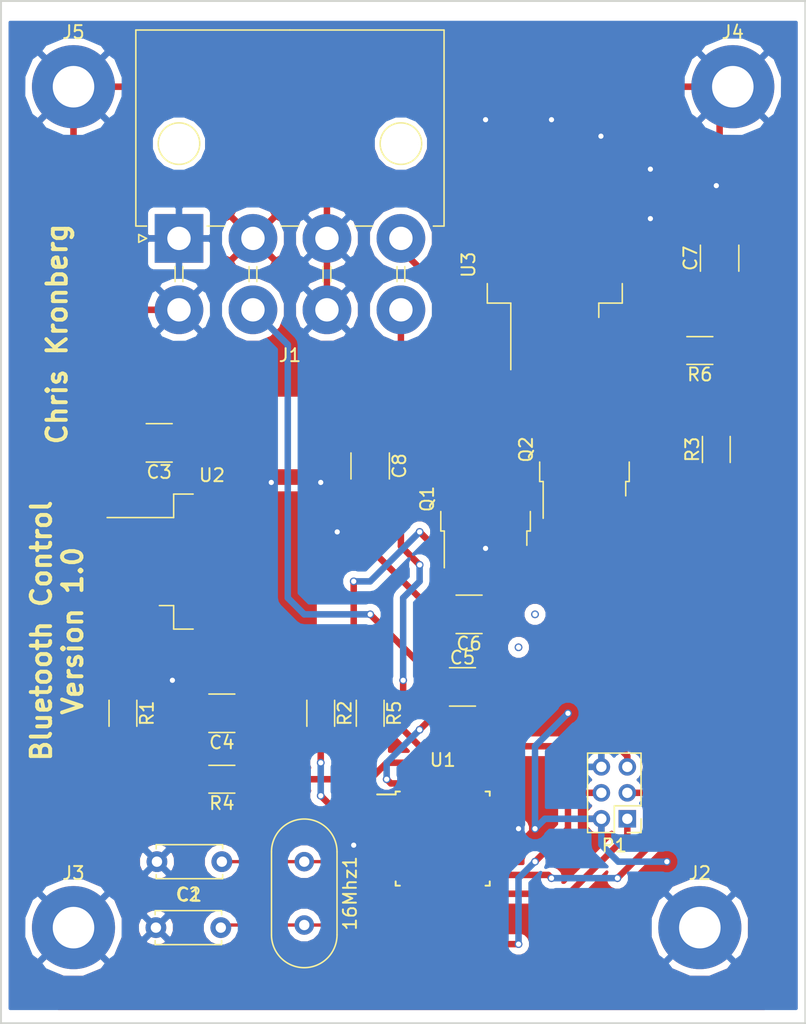
<source format=kicad_pcb>
(kicad_pcb (version 4) (host pcbnew 4.0.7)

  (general
    (links 73)
    (no_connects 0)
    (area 88.316999 33.960999 150.443001 112.851001)
    (thickness 1.6)
    (drawings 6)
    (tracks 209)
    (zones 0)
    (modules 26)
    (nets 36)
  )

  (page A4)
  (layers
    (0 F.Cu signal)
    (31 B.Cu signal)
    (32 B.Adhes user)
    (33 F.Adhes user)
    (34 B.Paste user)
    (35 F.Paste user)
    (36 B.SilkS user)
    (37 F.SilkS user)
    (38 B.Mask user)
    (39 F.Mask user)
    (40 Dwgs.User user)
    (41 Cmts.User user)
    (42 Eco1.User user)
    (43 Eco2.User user)
    (44 Edge.Cuts user)
    (45 Margin user)
    (46 B.CrtYd user)
    (47 F.CrtYd user)
    (48 B.Fab user)
    (49 F.Fab user)
  )

  (setup
    (last_trace_width 0.5)
    (trace_clearance 0.2)
    (zone_clearance 0.508)
    (zone_45_only no)
    (trace_min 0.2)
    (segment_width 0.2)
    (edge_width 0.15)
    (via_size 0.6)
    (via_drill 0.4)
    (via_min_size 0.4)
    (via_min_drill 0.3)
    (uvia_size 0.3)
    (uvia_drill 0.1)
    (uvias_allowed no)
    (uvia_min_size 0.2)
    (uvia_min_drill 0.1)
    (pcb_text_width 0.3)
    (pcb_text_size 1.5 1.5)
    (mod_edge_width 0.15)
    (mod_text_size 1 1)
    (mod_text_width 0.15)
    (pad_size 1.524 1.524)
    (pad_drill 0.762)
    (pad_to_mask_clearance 0.2)
    (aux_axis_origin 143.51 81.28)
    (visible_elements 7FFFFFFF)
    (pcbplotparams
      (layerselection 0x010f0_80000001)
      (usegerberextensions false)
      (excludeedgelayer true)
      (linewidth 0.100000)
      (plotframeref false)
      (viasonmask false)
      (mode 1)
      (useauxorigin false)
      (hpglpennumber 1)
      (hpglpenspeed 20)
      (hpglpendiameter 15)
      (hpglpenoverlay 2)
      (psnegative false)
      (psa4output false)
      (plotreference true)
      (plotvalue true)
      (plotinvisibletext false)
      (padsonsilk false)
      (subtractmaskfromsilk false)
      (outputformat 1)
      (mirror false)
      (drillshape 0)
      (scaleselection 1)
      (outputdirectory "Fabrication Files/"))
  )

  (net 0 "")
  (net 1 GND)
  (net 2 +5V)
  (net 3 "Net-(Q1-Pad1)")
  (net 4 "Net-(Q1-Pad2)")
  (net 5 +12V)
  (net 6 "Net-(U1-Pad3)")
  (net 7 "Net-(U1-Pad23)")
  (net 8 "Net-(U1-Pad24)")
  (net 9 "Net-(U1-Pad11)")
  (net 10 "Net-(U1-Pad25)")
  (net 11 "Net-(U1-Pad12)")
  (net 12 "Net-(U1-Pad26)")
  (net 13 "Net-(U1-Pad13)")
  (net 14 "Net-(U1-Pad27)")
  (net 15 "Net-(U1-Pad14)")
  (net 16 "Net-(U1-Pad28)")
  (net 17 15vIN)
  (net 18 Button)
  (net 19 "Net-(C6-Pad2)")
  (net 20 12vOut)
  (net 21 ArduinoReset)
  (net 22 XTAL1)
  (net 23 XTAL2)
  (net 24 MISO)
  (net 25 SCK)
  (net 26 MOSI)
  (net 27 PD4)
  (net 28 "Net-(U1-Pad1)")
  (net 29 "Net-(U1-Pad6)")
  (net 30 "Net-(U1-Pad9)")
  (net 31 "Net-(U1-Pad10)")
  (net 32 "Net-(U1-Pad19)")
  (net 33 "Net-(U1-Pad22)")
  (net 34 "Net-(U1-Pad30)")
  (net 35 "Net-(U1-Pad31)")

  (net_class Default "This is the default net class."
    (clearance 0.2)
    (trace_width 0.5)
    (via_dia 0.6)
    (via_drill 0.4)
    (uvia_dia 0.3)
    (uvia_drill 0.1)
    (add_net +12V)
    (add_net +5V)
    (add_net 12vOut)
    (add_net 15vIN)
    (add_net ArduinoReset)
    (add_net Button)
    (add_net GND)
    (add_net MISO)
    (add_net MOSI)
    (add_net "Net-(C6-Pad2)")
    (add_net "Net-(Q1-Pad1)")
    (add_net "Net-(Q1-Pad2)")
    (add_net "Net-(U1-Pad1)")
    (add_net "Net-(U1-Pad10)")
    (add_net "Net-(U1-Pad11)")
    (add_net "Net-(U1-Pad12)")
    (add_net "Net-(U1-Pad13)")
    (add_net "Net-(U1-Pad14)")
    (add_net "Net-(U1-Pad19)")
    (add_net "Net-(U1-Pad22)")
    (add_net "Net-(U1-Pad23)")
    (add_net "Net-(U1-Pad24)")
    (add_net "Net-(U1-Pad25)")
    (add_net "Net-(U1-Pad26)")
    (add_net "Net-(U1-Pad27)")
    (add_net "Net-(U1-Pad28)")
    (add_net "Net-(U1-Pad3)")
    (add_net "Net-(U1-Pad30)")
    (add_net "Net-(U1-Pad31)")
    (add_net "Net-(U1-Pad6)")
    (add_net "Net-(U1-Pad9)")
    (add_net PD4)
    (add_net SCK)
    (add_net XTAL1)
    (add_net XTAL2)
  )

  (module Crystals:Crystal_HC49-4H_Vertical (layer F.Cu) (tedit 58CD2E9C) (tstamp 5ABAC6A8)
    (at 111.76 100.33 270)
    (descr "Crystal THT HC-49-4H http://5hertz.com/pdfs/04404_D.pdf")
    (tags "THT crystalHC-49-4H")
    (path /5AB000C7)
    (fp_text reference 16Mhz1 (at 2.44 -3.525 270) (layer F.SilkS)
      (effects (font (size 1 1) (thickness 0.15)))
    )
    (fp_text value Crystal (at 2.44 3.525 270) (layer F.Fab)
      (effects (font (size 1 1) (thickness 0.15)))
    )
    (fp_text user %R (at 2.44 0 270) (layer F.Fab)
      (effects (font (size 1 1) (thickness 0.15)))
    )
    (fp_line (start -0.76 -2.325) (end 5.64 -2.325) (layer F.Fab) (width 0.1))
    (fp_line (start -0.76 2.325) (end 5.64 2.325) (layer F.Fab) (width 0.1))
    (fp_line (start -0.56 -2) (end 5.44 -2) (layer F.Fab) (width 0.1))
    (fp_line (start -0.56 2) (end 5.44 2) (layer F.Fab) (width 0.1))
    (fp_line (start -0.76 -2.525) (end 5.64 -2.525) (layer F.SilkS) (width 0.12))
    (fp_line (start -0.76 2.525) (end 5.64 2.525) (layer F.SilkS) (width 0.12))
    (fp_line (start -3.6 -2.8) (end -3.6 2.8) (layer F.CrtYd) (width 0.05))
    (fp_line (start -3.6 2.8) (end 8.5 2.8) (layer F.CrtYd) (width 0.05))
    (fp_line (start 8.5 2.8) (end 8.5 -2.8) (layer F.CrtYd) (width 0.05))
    (fp_line (start 8.5 -2.8) (end -3.6 -2.8) (layer F.CrtYd) (width 0.05))
    (fp_arc (start -0.76 0) (end -0.76 -2.325) (angle -180) (layer F.Fab) (width 0.1))
    (fp_arc (start 5.64 0) (end 5.64 -2.325) (angle 180) (layer F.Fab) (width 0.1))
    (fp_arc (start -0.56 0) (end -0.56 -2) (angle -180) (layer F.Fab) (width 0.1))
    (fp_arc (start 5.44 0) (end 5.44 -2) (angle 180) (layer F.Fab) (width 0.1))
    (fp_arc (start -0.76 0) (end -0.76 -2.525) (angle -180) (layer F.SilkS) (width 0.12))
    (fp_arc (start 5.64 0) (end 5.64 -2.525) (angle 180) (layer F.SilkS) (width 0.12))
    (pad 1 thru_hole circle (at 0 0 270) (size 1.5 1.5) (drill 0.8) (layers *.Cu *.Mask)
      (net 22 XTAL1))
    (pad 2 thru_hole circle (at 4.88 0 270) (size 1.5 1.5) (drill 0.8) (layers *.Cu *.Mask)
      (net 23 XTAL2))
    (model ${KISYS3DMOD}/Crystals.3dshapes/Crystal_HC49-4H_Vertical.wrl
      (at (xyz 0 0 0))
      (scale (xyz 0.393701 0.393701 0.393701))
      (rotate (xyz 0 0 0))
    )
  )

  (module Capacitors_THT:C_Disc_D5.0mm_W2.5mm_P5.00mm (layer F.Cu) (tedit 597BC7C2) (tstamp 5ABAC6AE)
    (at 105.41 100.33 180)
    (descr "C, Disc series, Radial, pin pitch=5.00mm, , diameter*width=5*2.5mm^2, Capacitor, http://cdn-reichelt.de/documents/datenblatt/B300/DS_KERKO_TC.pdf")
    (tags "C Disc series Radial pin pitch 5.00mm  diameter 5mm width 2.5mm Capacitor")
    (path /5AB153A1)
    (fp_text reference C1 (at 2.5 -2.56 180) (layer F.SilkS)
      (effects (font (size 1 1) (thickness 0.15)))
    )
    (fp_text value 22pF (at 2.5 2.56 180) (layer F.Fab)
      (effects (font (size 1 1) (thickness 0.15)))
    )
    (fp_line (start 0 -1.25) (end 0 1.25) (layer F.Fab) (width 0.1))
    (fp_line (start 0 1.25) (end 5 1.25) (layer F.Fab) (width 0.1))
    (fp_line (start 5 1.25) (end 5 -1.25) (layer F.Fab) (width 0.1))
    (fp_line (start 5 -1.25) (end 0 -1.25) (layer F.Fab) (width 0.1))
    (fp_line (start -0.06 -1.31) (end 5.06 -1.31) (layer F.SilkS) (width 0.12))
    (fp_line (start -0.06 1.31) (end 5.06 1.31) (layer F.SilkS) (width 0.12))
    (fp_line (start -0.06 -1.31) (end -0.06 -0.996) (layer F.SilkS) (width 0.12))
    (fp_line (start -0.06 0.996) (end -0.06 1.31) (layer F.SilkS) (width 0.12))
    (fp_line (start 5.06 -1.31) (end 5.06 -0.996) (layer F.SilkS) (width 0.12))
    (fp_line (start 5.06 0.996) (end 5.06 1.31) (layer F.SilkS) (width 0.12))
    (fp_line (start -1.05 -1.6) (end -1.05 1.6) (layer F.CrtYd) (width 0.05))
    (fp_line (start -1.05 1.6) (end 6.05 1.6) (layer F.CrtYd) (width 0.05))
    (fp_line (start 6.05 1.6) (end 6.05 -1.6) (layer F.CrtYd) (width 0.05))
    (fp_line (start 6.05 -1.6) (end -1.05 -1.6) (layer F.CrtYd) (width 0.05))
    (fp_text user %R (at 2.5 0 180) (layer F.Fab)
      (effects (font (size 1 1) (thickness 0.15)))
    )
    (pad 1 thru_hole circle (at 0 0 180) (size 1.6 1.6) (drill 0.8) (layers *.Cu *.Mask)
      (net 22 XTAL1))
    (pad 2 thru_hole circle (at 5 0 180) (size 1.6 1.6) (drill 0.8) (layers *.Cu *.Mask)
      (net 1 GND))
    (model ${KISYS3DMOD}/Capacitors_THT.3dshapes/C_Disc_D5.0mm_W2.5mm_P5.00mm.wrl
      (at (xyz 0 0 0))
      (scale (xyz 1 1 1))
      (rotate (xyz 0 0 0))
    )
  )

  (module Capacitors_THT:C_Disc_D5.0mm_W2.5mm_P5.00mm (layer F.Cu) (tedit 597BC7C2) (tstamp 5ABAC6B4)
    (at 100.33 105.41)
    (descr "C, Disc series, Radial, pin pitch=5.00mm, , diameter*width=5*2.5mm^2, Capacitor, http://cdn-reichelt.de/documents/datenblatt/B300/DS_KERKO_TC.pdf")
    (tags "C Disc series Radial pin pitch 5.00mm  diameter 5mm width 2.5mm Capacitor")
    (path /5AB152A2)
    (fp_text reference C2 (at 2.5 -2.56) (layer F.SilkS)
      (effects (font (size 1 1) (thickness 0.15)))
    )
    (fp_text value 22pF (at 2.5 2.56) (layer F.Fab)
      (effects (font (size 1 1) (thickness 0.15)))
    )
    (fp_line (start 0 -1.25) (end 0 1.25) (layer F.Fab) (width 0.1))
    (fp_line (start 0 1.25) (end 5 1.25) (layer F.Fab) (width 0.1))
    (fp_line (start 5 1.25) (end 5 -1.25) (layer F.Fab) (width 0.1))
    (fp_line (start 5 -1.25) (end 0 -1.25) (layer F.Fab) (width 0.1))
    (fp_line (start -0.06 -1.31) (end 5.06 -1.31) (layer F.SilkS) (width 0.12))
    (fp_line (start -0.06 1.31) (end 5.06 1.31) (layer F.SilkS) (width 0.12))
    (fp_line (start -0.06 -1.31) (end -0.06 -0.996) (layer F.SilkS) (width 0.12))
    (fp_line (start -0.06 0.996) (end -0.06 1.31) (layer F.SilkS) (width 0.12))
    (fp_line (start 5.06 -1.31) (end 5.06 -0.996) (layer F.SilkS) (width 0.12))
    (fp_line (start 5.06 0.996) (end 5.06 1.31) (layer F.SilkS) (width 0.12))
    (fp_line (start -1.05 -1.6) (end -1.05 1.6) (layer F.CrtYd) (width 0.05))
    (fp_line (start -1.05 1.6) (end 6.05 1.6) (layer F.CrtYd) (width 0.05))
    (fp_line (start 6.05 1.6) (end 6.05 -1.6) (layer F.CrtYd) (width 0.05))
    (fp_line (start 6.05 -1.6) (end -1.05 -1.6) (layer F.CrtYd) (width 0.05))
    (fp_text user %R (at 2.5 0) (layer F.Fab)
      (effects (font (size 1 1) (thickness 0.15)))
    )
    (pad 1 thru_hole circle (at 0 0) (size 1.6 1.6) (drill 0.8) (layers *.Cu *.Mask)
      (net 1 GND))
    (pad 2 thru_hole circle (at 5 0) (size 1.6 1.6) (drill 0.8) (layers *.Cu *.Mask)
      (net 23 XTAL2))
    (model ${KISYS3DMOD}/Capacitors_THT.3dshapes/C_Disc_D5.0mm_W2.5mm_P5.00mm.wrl
      (at (xyz 0 0 0))
      (scale (xyz 1 1 1))
      (rotate (xyz 0 0 0))
    )
  )

  (module Capacitors_SMD:C_1210_HandSoldering (layer F.Cu) (tedit 58AA84FB) (tstamp 5ABAC6BA)
    (at 100.584 68.072 180)
    (descr "Capacitor SMD 1210, hand soldering")
    (tags "capacitor 1210")
    (path /5AB185FD)
    (attr smd)
    (fp_text reference C3 (at 0 -2.25 180) (layer F.SilkS)
      (effects (font (size 1 1) (thickness 0.15)))
    )
    (fp_text value .22uF (at 0 2.5 180) (layer F.Fab)
      (effects (font (size 1 1) (thickness 0.15)))
    )
    (fp_text user %R (at 0 -2.25 180) (layer F.Fab)
      (effects (font (size 1 1) (thickness 0.15)))
    )
    (fp_line (start -1.6 1.25) (end -1.6 -1.25) (layer F.Fab) (width 0.1))
    (fp_line (start 1.6 1.25) (end -1.6 1.25) (layer F.Fab) (width 0.1))
    (fp_line (start 1.6 -1.25) (end 1.6 1.25) (layer F.Fab) (width 0.1))
    (fp_line (start -1.6 -1.25) (end 1.6 -1.25) (layer F.Fab) (width 0.1))
    (fp_line (start 1 -1.48) (end -1 -1.48) (layer F.SilkS) (width 0.12))
    (fp_line (start -1 1.48) (end 1 1.48) (layer F.SilkS) (width 0.12))
    (fp_line (start -3.25 -1.5) (end 3.25 -1.5) (layer F.CrtYd) (width 0.05))
    (fp_line (start -3.25 -1.5) (end -3.25 1.5) (layer F.CrtYd) (width 0.05))
    (fp_line (start 3.25 1.5) (end 3.25 -1.5) (layer F.CrtYd) (width 0.05))
    (fp_line (start 3.25 1.5) (end -3.25 1.5) (layer F.CrtYd) (width 0.05))
    (pad 1 smd rect (at -2 0 180) (size 2 2.5) (layers F.Cu F.Paste F.Mask)
      (net 1 GND))
    (pad 2 smd rect (at 2 0 180) (size 2 2.5) (layers F.Cu F.Paste F.Mask)
      (net 17 15vIN))
    (model Capacitors_SMD.3dshapes/C_1210.wrl
      (at (xyz 0 0 0))
      (scale (xyz 1 1 1))
      (rotate (xyz 0 0 0))
    )
  )

  (module Capacitors_SMD:C_1210_HandSoldering (layer F.Cu) (tedit 58AA84FB) (tstamp 5ABAC6C0)
    (at 105.41 88.9 180)
    (descr "Capacitor SMD 1210, hand soldering")
    (tags "capacitor 1210")
    (path /5AB18AF0)
    (attr smd)
    (fp_text reference C4 (at 0 -2.25 180) (layer F.SilkS)
      (effects (font (size 1 1) (thickness 0.15)))
    )
    (fp_text value .1uF (at 0 2.5 180) (layer F.Fab)
      (effects (font (size 1 1) (thickness 0.15)))
    )
    (fp_text user %R (at 0 -2.25 180) (layer F.Fab)
      (effects (font (size 1 1) (thickness 0.15)))
    )
    (fp_line (start -1.6 1.25) (end -1.6 -1.25) (layer F.Fab) (width 0.1))
    (fp_line (start 1.6 1.25) (end -1.6 1.25) (layer F.Fab) (width 0.1))
    (fp_line (start 1.6 -1.25) (end 1.6 1.25) (layer F.Fab) (width 0.1))
    (fp_line (start -1.6 -1.25) (end 1.6 -1.25) (layer F.Fab) (width 0.1))
    (fp_line (start 1 -1.48) (end -1 -1.48) (layer F.SilkS) (width 0.12))
    (fp_line (start -1 1.48) (end 1 1.48) (layer F.SilkS) (width 0.12))
    (fp_line (start -3.25 -1.5) (end 3.25 -1.5) (layer F.CrtYd) (width 0.05))
    (fp_line (start -3.25 -1.5) (end -3.25 1.5) (layer F.CrtYd) (width 0.05))
    (fp_line (start 3.25 1.5) (end 3.25 -1.5) (layer F.CrtYd) (width 0.05))
    (fp_line (start 3.25 1.5) (end -3.25 1.5) (layer F.CrtYd) (width 0.05))
    (pad 1 smd rect (at -2 0 180) (size 2 2.5) (layers F.Cu F.Paste F.Mask)
      (net 2 +5V))
    (pad 2 smd rect (at 2 0 180) (size 2 2.5) (layers F.Cu F.Paste F.Mask)
      (net 1 GND))
    (model Capacitors_SMD.3dshapes/C_1210.wrl
      (at (xyz 0 0 0))
      (scale (xyz 1 1 1))
      (rotate (xyz 0 0 0))
    )
  )

  (module Capacitors_SMD:C_1210_HandSoldering (layer F.Cu) (tedit 58AA84FB) (tstamp 5ABAC6C6)
    (at 123.952 86.868)
    (descr "Capacitor SMD 1210, hand soldering")
    (tags "capacitor 1210")
    (path /5AB191A4)
    (attr smd)
    (fp_text reference C5 (at 0 -2.25) (layer F.SilkS)
      (effects (font (size 1 1) (thickness 0.15)))
    )
    (fp_text value .1uF (at 0 2.5) (layer F.Fab)
      (effects (font (size 1 1) (thickness 0.15)))
    )
    (fp_text user %R (at 0 -2.25) (layer F.Fab)
      (effects (font (size 1 1) (thickness 0.15)))
    )
    (fp_line (start -1.6 1.25) (end -1.6 -1.25) (layer F.Fab) (width 0.1))
    (fp_line (start 1.6 1.25) (end -1.6 1.25) (layer F.Fab) (width 0.1))
    (fp_line (start 1.6 -1.25) (end 1.6 1.25) (layer F.Fab) (width 0.1))
    (fp_line (start -1.6 -1.25) (end 1.6 -1.25) (layer F.Fab) (width 0.1))
    (fp_line (start 1 -1.48) (end -1 -1.48) (layer F.SilkS) (width 0.12))
    (fp_line (start -1 1.48) (end 1 1.48) (layer F.SilkS) (width 0.12))
    (fp_line (start -3.25 -1.5) (end 3.25 -1.5) (layer F.CrtYd) (width 0.05))
    (fp_line (start -3.25 -1.5) (end -3.25 1.5) (layer F.CrtYd) (width 0.05))
    (fp_line (start 3.25 1.5) (end 3.25 -1.5) (layer F.CrtYd) (width 0.05))
    (fp_line (start 3.25 1.5) (end -3.25 1.5) (layer F.CrtYd) (width 0.05))
    (pad 1 smd rect (at -2 0) (size 2 2.5) (layers F.Cu F.Paste F.Mask)
      (net 18 Button))
    (pad 2 smd rect (at 2 0) (size 2 2.5) (layers F.Cu F.Paste F.Mask)
      (net 1 GND))
    (model Capacitors_SMD.3dshapes/C_1210.wrl
      (at (xyz 0 0 0))
      (scale (xyz 1 1 1))
      (rotate (xyz 0 0 0))
    )
  )

  (module Capacitors_SMD:C_1210_HandSoldering (layer F.Cu) (tedit 58AA84FB) (tstamp 5ABAC6CC)
    (at 124.46 81.28 180)
    (descr "Capacitor SMD 1210, hand soldering")
    (tags "capacitor 1210")
    (path /5AB32D73)
    (attr smd)
    (fp_text reference C6 (at 0 -2.25 180) (layer F.SilkS)
      (effects (font (size 1 1) (thickness 0.15)))
    )
    (fp_text value .22uF (at 0 2.5 180) (layer F.Fab)
      (effects (font (size 1 1) (thickness 0.15)))
    )
    (fp_text user %R (at 0 -2.25 180) (layer F.Fab)
      (effects (font (size 1 1) (thickness 0.15)))
    )
    (fp_line (start -1.6 1.25) (end -1.6 -1.25) (layer F.Fab) (width 0.1))
    (fp_line (start 1.6 1.25) (end -1.6 1.25) (layer F.Fab) (width 0.1))
    (fp_line (start 1.6 -1.25) (end 1.6 1.25) (layer F.Fab) (width 0.1))
    (fp_line (start -1.6 -1.25) (end 1.6 -1.25) (layer F.Fab) (width 0.1))
    (fp_line (start 1 -1.48) (end -1 -1.48) (layer F.SilkS) (width 0.12))
    (fp_line (start -1 1.48) (end 1 1.48) (layer F.SilkS) (width 0.12))
    (fp_line (start -3.25 -1.5) (end 3.25 -1.5) (layer F.CrtYd) (width 0.05))
    (fp_line (start -3.25 -1.5) (end -3.25 1.5) (layer F.CrtYd) (width 0.05))
    (fp_line (start 3.25 1.5) (end 3.25 -1.5) (layer F.CrtYd) (width 0.05))
    (fp_line (start 3.25 1.5) (end -3.25 1.5) (layer F.CrtYd) (width 0.05))
    (pad 1 smd rect (at -2 0 180) (size 2 2.5) (layers F.Cu F.Paste F.Mask)
      (net 1 GND))
    (pad 2 smd rect (at 2 0 180) (size 2 2.5) (layers F.Cu F.Paste F.Mask)
      (net 19 "Net-(C6-Pad2)"))
    (model Capacitors_SMD.3dshapes/C_1210.wrl
      (at (xyz 0 0 0))
      (scale (xyz 1 1 1))
      (rotate (xyz 0 0 0))
    )
  )

  (module Capacitors_SMD:C_1210_HandSoldering (layer F.Cu) (tedit 58AA84FB) (tstamp 5ABAC6D2)
    (at 143.764 53.848 90)
    (descr "Capacitor SMD 1210, hand soldering")
    (tags "capacitor 1210")
    (path /5AB325D6)
    (attr smd)
    (fp_text reference C7 (at 0 -2.25 90) (layer F.SilkS)
      (effects (font (size 1 1) (thickness 0.15)))
    )
    (fp_text value .1uF (at 0 2.5 90) (layer F.Fab)
      (effects (font (size 1 1) (thickness 0.15)))
    )
    (fp_text user %R (at 0 -2.25 90) (layer F.Fab)
      (effects (font (size 1 1) (thickness 0.15)))
    )
    (fp_line (start -1.6 1.25) (end -1.6 -1.25) (layer F.Fab) (width 0.1))
    (fp_line (start 1.6 1.25) (end -1.6 1.25) (layer F.Fab) (width 0.1))
    (fp_line (start 1.6 -1.25) (end 1.6 1.25) (layer F.Fab) (width 0.1))
    (fp_line (start -1.6 -1.25) (end 1.6 -1.25) (layer F.Fab) (width 0.1))
    (fp_line (start 1 -1.48) (end -1 -1.48) (layer F.SilkS) (width 0.12))
    (fp_line (start -1 1.48) (end 1 1.48) (layer F.SilkS) (width 0.12))
    (fp_line (start -3.25 -1.5) (end 3.25 -1.5) (layer F.CrtYd) (width 0.05))
    (fp_line (start -3.25 -1.5) (end -3.25 1.5) (layer F.CrtYd) (width 0.05))
    (fp_line (start 3.25 1.5) (end 3.25 -1.5) (layer F.CrtYd) (width 0.05))
    (fp_line (start 3.25 1.5) (end -3.25 1.5) (layer F.CrtYd) (width 0.05))
    (pad 1 smd rect (at -2 0 90) (size 2 2.5) (layers F.Cu F.Paste F.Mask)
      (net 5 +12V))
    (pad 2 smd rect (at 2 0 90) (size 2 2.5) (layers F.Cu F.Paste F.Mask)
      (net 1 GND))
    (model Capacitors_SMD.3dshapes/C_1210.wrl
      (at (xyz 0 0 0))
      (scale (xyz 1 1 1))
      (rotate (xyz 0 0 0))
    )
  )

  (module Capacitors_SMD:C_1210_HandSoldering (layer F.Cu) (tedit 58AA84FB) (tstamp 5ABAC6D8)
    (at 116.84 69.85 270)
    (descr "Capacitor SMD 1210, hand soldering")
    (tags "capacitor 1210")
    (path /5AB25CAE)
    (attr smd)
    (fp_text reference C8 (at 0 -2.25 270) (layer F.SilkS)
      (effects (font (size 1 1) (thickness 0.15)))
    )
    (fp_text value .1uF (at 0 2.5 270) (layer F.Fab)
      (effects (font (size 1 1) (thickness 0.15)))
    )
    (fp_text user %R (at 0 -2.25 270) (layer F.Fab)
      (effects (font (size 1 1) (thickness 0.15)))
    )
    (fp_line (start -1.6 1.25) (end -1.6 -1.25) (layer F.Fab) (width 0.1))
    (fp_line (start 1.6 1.25) (end -1.6 1.25) (layer F.Fab) (width 0.1))
    (fp_line (start 1.6 -1.25) (end 1.6 1.25) (layer F.Fab) (width 0.1))
    (fp_line (start -1.6 -1.25) (end 1.6 -1.25) (layer F.Fab) (width 0.1))
    (fp_line (start 1 -1.48) (end -1 -1.48) (layer F.SilkS) (width 0.12))
    (fp_line (start -1 1.48) (end 1 1.48) (layer F.SilkS) (width 0.12))
    (fp_line (start -3.25 -1.5) (end 3.25 -1.5) (layer F.CrtYd) (width 0.05))
    (fp_line (start -3.25 -1.5) (end -3.25 1.5) (layer F.CrtYd) (width 0.05))
    (fp_line (start 3.25 1.5) (end 3.25 -1.5) (layer F.CrtYd) (width 0.05))
    (fp_line (start 3.25 1.5) (end -3.25 1.5) (layer F.CrtYd) (width 0.05))
    (pad 1 smd rect (at -2 0 270) (size 2 2.5) (layers F.Cu F.Paste F.Mask)
      (net 17 15vIN))
    (pad 2 smd rect (at 2 0 270) (size 2 2.5) (layers F.Cu F.Paste F.Mask)
      (net 19 "Net-(C6-Pad2)"))
    (model Capacitors_SMD.3dshapes/C_1210.wrl
      (at (xyz 0 0 0))
      (scale (xyz 1 1 1))
      (rotate (xyz 0 0 0))
    )
  )

  (module Connectors_Molex:Molex_MegaFit_2x04x5.70mm_Angled (layer F.Cu) (tedit 58A287C1) (tstamp 5ABAC6E6)
    (at 102.108 52.324)
    (descr "Molex MegaFit, dual row, side entry type, through hole")
    (tags "connector molex mega-fit 76825-0008 172064-0008 172064-1008")
    (path /5AB2D8C8)
    (fp_text reference J1 (at 8.55 9) (layer F.SilkS)
      (effects (font (size 1 1) (thickness 0.15)))
    )
    (fp_text value "Molex 2x4" (at 8.55 10.5) (layer F.Fab)
      (effects (font (size 1 1) (thickness 0.15)))
    )
    (fp_circle (center 0 -7.3) (end 1.6 -7.3) (layer F.SilkS) (width 0.12))
    (fp_circle (center 17.1 -7.3) (end 18.7 -7.3) (layer F.SilkS) (width 0.12))
    (fp_line (start -3.175 -15.9) (end -3.175 -1.1) (layer F.Fab) (width 0.1))
    (fp_line (start -3.175 -1.1) (end 20.275 -1.1) (layer F.Fab) (width 0.1))
    (fp_line (start 20.275 -1.1) (end 20.275 -15.9) (layer F.Fab) (width 0.1))
    (fp_line (start 20.275 -15.9) (end -3.175 -15.9) (layer F.Fab) (width 0.1))
    (fp_line (start 8.55 -16.05) (end -3.325 -16.05) (layer F.SilkS) (width 0.12))
    (fp_line (start -3.325 -16.05) (end -3.325 -0.95) (layer F.SilkS) (width 0.12))
    (fp_line (start -3.325 -0.95) (end -2.5 -0.95) (layer F.SilkS) (width 0.12))
    (fp_line (start 8.55 -16.05) (end 20.425 -16.05) (layer F.SilkS) (width 0.12))
    (fp_line (start 20.425 -16.05) (end 20.425 -0.95) (layer F.SilkS) (width 0.12))
    (fp_line (start 20.425 -0.95) (end 19.6 -0.95) (layer F.SilkS) (width 0.12))
    (fp_line (start 2.175 -0.95) (end 3.525 -0.95) (layer F.SilkS) (width 0.12))
    (fp_line (start 7.875 -0.95) (end 9.225 -0.95) (layer F.SilkS) (width 0.12))
    (fp_line (start 13.575 -0.95) (end 14.925 -0.95) (layer F.SilkS) (width 0.12))
    (fp_line (start -0.3 2.175) (end -0.3 3.325) (layer F.SilkS) (width 0.12))
    (fp_line (start 0.3 2.175) (end 0.3 3.325) (layer F.SilkS) (width 0.12))
    (fp_line (start 5.4 2.175) (end 5.4 3.325) (layer F.SilkS) (width 0.12))
    (fp_line (start 6 2.175) (end 6 3.325) (layer F.SilkS) (width 0.12))
    (fp_line (start 11.1 2.175) (end 11.1 3.325) (layer F.SilkS) (width 0.12))
    (fp_line (start 11.7 2.175) (end 11.7 3.325) (layer F.SilkS) (width 0.12))
    (fp_line (start 16.8 2.175) (end 16.8 3.325) (layer F.SilkS) (width 0.12))
    (fp_line (start 17.4 2.175) (end 17.4 3.325) (layer F.SilkS) (width 0.12))
    (fp_line (start -2.5 0) (end -3.1 0.3) (layer F.SilkS) (width 0.12))
    (fp_line (start -3.1 0.3) (end -3.1 -0.3) (layer F.SilkS) (width 0.12))
    (fp_line (start -3.1 -0.3) (end -2.5 0) (layer F.SilkS) (width 0.12))
    (fp_line (start -2.5 0) (end -3.1 0.3) (layer F.Fab) (width 0.1))
    (fp_line (start -3.1 0.3) (end -3.1 -0.3) (layer F.Fab) (width 0.1))
    (fp_line (start -3.1 -0.3) (end -2.5 0) (layer F.Fab) (width 0.1))
    (fp_line (start -3.65 -16.35) (end -3.65 7.85) (layer F.CrtYd) (width 0.05))
    (fp_line (start -3.65 7.85) (end 20.75 7.85) (layer F.CrtYd) (width 0.05))
    (fp_line (start 20.75 7.85) (end 20.75 -16.35) (layer F.CrtYd) (width 0.05))
    (fp_line (start 20.75 -16.35) (end -3.65 -16.35) (layer F.CrtYd) (width 0.05))
    (fp_text user %R (at 8.55 -11) (layer F.Fab)
      (effects (font (size 1 1) (thickness 0.15)))
    )
    (pad 1 thru_hole rect (at 0 0) (size 3.75 3.75) (drill 1.8) (layers *.Cu *.Mask)
      (net 1 GND))
    (pad 2 thru_hole circle (at 5.7 0) (size 3.75 3.75) (drill 1.8) (layers *.Cu *.Mask)
      (net 17 15vIN))
    (pad 3 thru_hole circle (at 11.4 0) (size 3.75 3.75) (drill 1.8) (layers *.Cu *.Mask)
      (net 1 GND))
    (pad 4 thru_hole circle (at 17.1 0) (size 3.75 3.75) (drill 1.8) (layers *.Cu *.Mask)
      (net 20 12vOut))
    (pad 5 thru_hole circle (at 0 5.5) (size 3.75 3.75) (drill 1.8) (layers *.Cu *.Mask)
      (net 1 GND))
    (pad 6 thru_hole circle (at 5.7 5.5) (size 3.75 3.75) (drill 1.8) (layers *.Cu *.Mask)
      (net 18 Button))
    (pad 7 thru_hole circle (at 11.4 5.5) (size 3.75 3.75) (drill 1.8) (layers *.Cu *.Mask)
      (net 1 GND))
    (pad 8 thru_hole circle (at 17.1 5.5) (size 3.75 3.75) (drill 1.8) (layers *.Cu *.Mask)
      (net 21 ArduinoReset))
    (pad "" np_thru_hole circle (at 0 -7.3) (size 3 3) (drill 3) (layers *.Cu *.Mask))
    (pad "" np_thru_hole circle (at 17.1 -7.3) (size 3 3) (drill 3) (layers *.Cu *.Mask))
    (model ${KISYS3DMOD}/Connectors_Molex.3dshapes/Molex_MegaFit_2x04x5.70mm_Angled.wrl
      (at (xyz 0 0 0))
      (scale (xyz 1 1 1))
      (rotate (xyz 0 0 0))
    )
  )

  (module Pin_Headers:Pin_Header_Straight_2x03_Pitch2.00mm (layer F.Cu) (tedit 59650534) (tstamp 5ABAC6F0)
    (at 136.652 97.028 180)
    (descr "Through hole straight pin header, 2x03, 2.00mm pitch, double rows")
    (tags "Through hole pin header THT 2x03 2.00mm double row")
    (path /5AB14767)
    (fp_text reference P1 (at 1 -2.06 180) (layer F.SilkS)
      (effects (font (size 1 1) (thickness 0.15)))
    )
    (fp_text value "ISCP PINS" (at 1 6.06 180) (layer F.Fab)
      (effects (font (size 1 1) (thickness 0.15)))
    )
    (fp_line (start 0 -1) (end 3 -1) (layer F.Fab) (width 0.1))
    (fp_line (start 3 -1) (end 3 5) (layer F.Fab) (width 0.1))
    (fp_line (start 3 5) (end -1 5) (layer F.Fab) (width 0.1))
    (fp_line (start -1 5) (end -1 0) (layer F.Fab) (width 0.1))
    (fp_line (start -1 0) (end 0 -1) (layer F.Fab) (width 0.1))
    (fp_line (start -1.06 5.06) (end 3.06 5.06) (layer F.SilkS) (width 0.12))
    (fp_line (start -1.06 1) (end -1.06 5.06) (layer F.SilkS) (width 0.12))
    (fp_line (start 3.06 -1.06) (end 3.06 5.06) (layer F.SilkS) (width 0.12))
    (fp_line (start -1.06 1) (end 1 1) (layer F.SilkS) (width 0.12))
    (fp_line (start 1 1) (end 1 -1.06) (layer F.SilkS) (width 0.12))
    (fp_line (start 1 -1.06) (end 3.06 -1.06) (layer F.SilkS) (width 0.12))
    (fp_line (start -1.06 0) (end -1.06 -1.06) (layer F.SilkS) (width 0.12))
    (fp_line (start -1.06 -1.06) (end 0 -1.06) (layer F.SilkS) (width 0.12))
    (fp_line (start -1.5 -1.5) (end -1.5 5.5) (layer F.CrtYd) (width 0.05))
    (fp_line (start -1.5 5.5) (end 3.5 5.5) (layer F.CrtYd) (width 0.05))
    (fp_line (start 3.5 5.5) (end 3.5 -1.5) (layer F.CrtYd) (width 0.05))
    (fp_line (start 3.5 -1.5) (end -1.5 -1.5) (layer F.CrtYd) (width 0.05))
    (fp_text user %R (at 1 2 270) (layer F.Fab)
      (effects (font (size 1 1) (thickness 0.15)))
    )
    (pad 1 thru_hole rect (at 0 0 180) (size 1.35 1.35) (drill 0.8) (layers *.Cu *.Mask)
      (net 24 MISO))
    (pad 2 thru_hole oval (at 2 0 180) (size 1.35 1.35) (drill 0.8) (layers *.Cu *.Mask)
      (net 2 +5V))
    (pad 3 thru_hole oval (at 0 2 180) (size 1.35 1.35) (drill 0.8) (layers *.Cu *.Mask)
      (net 25 SCK))
    (pad 4 thru_hole oval (at 2 2 180) (size 1.35 1.35) (drill 0.8) (layers *.Cu *.Mask)
      (net 26 MOSI))
    (pad 5 thru_hole oval (at 0 4 180) (size 1.35 1.35) (drill 0.8) (layers *.Cu *.Mask)
      (net 21 ArduinoReset))
    (pad 6 thru_hole oval (at 2 4 180) (size 1.35 1.35) (drill 0.8) (layers *.Cu *.Mask)
      (net 1 GND))
    (model ${KISYS3DMOD}/Pin_Headers.3dshapes/Pin_Header_Straight_2x03_Pitch2.00mm.wrl
      (at (xyz 0 0 0))
      (scale (xyz 1 1 1))
      (rotate (xyz 0 0 0))
    )
  )

  (module Resistors_SMD:R_1206_HandSoldering (layer F.Cu) (tedit 58E0A804) (tstamp 5ABAC70C)
    (at 97.79 88.9 270)
    (descr "Resistor SMD 1206, hand soldering")
    (tags "resistor 1206")
    (path /5AB0042A)
    (attr smd)
    (fp_text reference R1 (at 0 -1.85 270) (layer F.SilkS)
      (effects (font (size 1 1) (thickness 0.15)))
    )
    (fp_text value 20k (at 0 1.9 270) (layer F.Fab)
      (effects (font (size 1 1) (thickness 0.15)))
    )
    (fp_text user %R (at 0 0 270) (layer F.Fab)
      (effects (font (size 0.7 0.7) (thickness 0.105)))
    )
    (fp_line (start -1.6 0.8) (end -1.6 -0.8) (layer F.Fab) (width 0.1))
    (fp_line (start 1.6 0.8) (end -1.6 0.8) (layer F.Fab) (width 0.1))
    (fp_line (start 1.6 -0.8) (end 1.6 0.8) (layer F.Fab) (width 0.1))
    (fp_line (start -1.6 -0.8) (end 1.6 -0.8) (layer F.Fab) (width 0.1))
    (fp_line (start 1 1.07) (end -1 1.07) (layer F.SilkS) (width 0.12))
    (fp_line (start -1 -1.07) (end 1 -1.07) (layer F.SilkS) (width 0.12))
    (fp_line (start -3.25 -1.11) (end 3.25 -1.11) (layer F.CrtYd) (width 0.05))
    (fp_line (start -3.25 -1.11) (end -3.25 1.1) (layer F.CrtYd) (width 0.05))
    (fp_line (start 3.25 1.1) (end 3.25 -1.11) (layer F.CrtYd) (width 0.05))
    (fp_line (start 3.25 1.1) (end -3.25 1.1) (layer F.CrtYd) (width 0.05))
    (pad 1 smd rect (at -2 0 270) (size 2 1.7) (layers F.Cu F.Paste F.Mask)
      (net 2 +5V))
    (pad 2 smd rect (at 2 0 270) (size 2 1.7) (layers F.Cu F.Paste F.Mask)
      (net 21 ArduinoReset))
    (model ${KISYS3DMOD}/Resistors_SMD.3dshapes/R_1206.wrl
      (at (xyz 0 0 0))
      (scale (xyz 1 1 1))
      (rotate (xyz 0 0 0))
    )
  )

  (module Resistors_SMD:R_1206_HandSoldering (layer F.Cu) (tedit 58E0A804) (tstamp 5ABAC712)
    (at 113.03 88.9 270)
    (descr "Resistor SMD 1206, hand soldering")
    (tags "resistor 1206")
    (path /5AB03E95)
    (attr smd)
    (fp_text reference R2 (at 0 -1.85 270) (layer F.SilkS)
      (effects (font (size 1 1) (thickness 0.15)))
    )
    (fp_text value 20k (at 0 1.9 270) (layer F.Fab)
      (effects (font (size 1 1) (thickness 0.15)))
    )
    (fp_text user %R (at 0 0 270) (layer F.Fab)
      (effects (font (size 0.7 0.7) (thickness 0.105)))
    )
    (fp_line (start -1.6 0.8) (end -1.6 -0.8) (layer F.Fab) (width 0.1))
    (fp_line (start 1.6 0.8) (end -1.6 0.8) (layer F.Fab) (width 0.1))
    (fp_line (start 1.6 -0.8) (end 1.6 0.8) (layer F.Fab) (width 0.1))
    (fp_line (start -1.6 -0.8) (end 1.6 -0.8) (layer F.Fab) (width 0.1))
    (fp_line (start 1 1.07) (end -1 1.07) (layer F.SilkS) (width 0.12))
    (fp_line (start -1 -1.07) (end 1 -1.07) (layer F.SilkS) (width 0.12))
    (fp_line (start -3.25 -1.11) (end 3.25 -1.11) (layer F.CrtYd) (width 0.05))
    (fp_line (start -3.25 -1.11) (end -3.25 1.1) (layer F.CrtYd) (width 0.05))
    (fp_line (start 3.25 1.1) (end 3.25 -1.11) (layer F.CrtYd) (width 0.05))
    (fp_line (start 3.25 1.1) (end -3.25 1.1) (layer F.CrtYd) (width 0.05))
    (pad 1 smd rect (at -2 0 270) (size 2 1.7) (layers F.Cu F.Paste F.Mask)
      (net 3 "Net-(Q1-Pad1)"))
    (pad 2 smd rect (at 2 0 270) (size 2 1.7) (layers F.Cu F.Paste F.Mask)
      (net 27 PD4))
    (model ${KISYS3DMOD}/Resistors_SMD.3dshapes/R_1206.wrl
      (at (xyz 0 0 0))
      (scale (xyz 1 1 1))
      (rotate (xyz 0 0 0))
    )
  )

  (module Resistors_SMD:R_1206_HandSoldering (layer F.Cu) (tedit 58E0A804) (tstamp 5ABAC718)
    (at 143.51 68.58 90)
    (descr "Resistor SMD 1206, hand soldering")
    (tags "resistor 1206")
    (path /5AB01BF9)
    (attr smd)
    (fp_text reference R3 (at 0 -1.85 90) (layer F.SilkS)
      (effects (font (size 1 1) (thickness 0.15)))
    )
    (fp_text value 20k (at 0 1.9 90) (layer F.Fab)
      (effects (font (size 1 1) (thickness 0.15)))
    )
    (fp_text user %R (at 0 0 90) (layer F.Fab)
      (effects (font (size 0.7 0.7) (thickness 0.105)))
    )
    (fp_line (start -1.6 0.8) (end -1.6 -0.8) (layer F.Fab) (width 0.1))
    (fp_line (start 1.6 0.8) (end -1.6 0.8) (layer F.Fab) (width 0.1))
    (fp_line (start 1.6 -0.8) (end 1.6 0.8) (layer F.Fab) (width 0.1))
    (fp_line (start -1.6 -0.8) (end 1.6 -0.8) (layer F.Fab) (width 0.1))
    (fp_line (start 1 1.07) (end -1 1.07) (layer F.SilkS) (width 0.12))
    (fp_line (start -1 -1.07) (end 1 -1.07) (layer F.SilkS) (width 0.12))
    (fp_line (start -3.25 -1.11) (end 3.25 -1.11) (layer F.CrtYd) (width 0.05))
    (fp_line (start -3.25 -1.11) (end -3.25 1.1) (layer F.CrtYd) (width 0.05))
    (fp_line (start 3.25 1.1) (end 3.25 -1.11) (layer F.CrtYd) (width 0.05))
    (fp_line (start 3.25 1.1) (end -3.25 1.1) (layer F.CrtYd) (width 0.05))
    (pad 1 smd rect (at -2 0 90) (size 2 1.7) (layers F.Cu F.Paste F.Mask)
      (net 4 "Net-(Q1-Pad2)"))
    (pad 2 smd rect (at 2 0 90) (size 2 1.7) (layers F.Cu F.Paste F.Mask)
      (net 5 +12V))
    (model ${KISYS3DMOD}/Resistors_SMD.3dshapes/R_1206.wrl
      (at (xyz 0 0 0))
      (scale (xyz 1 1 1))
      (rotate (xyz 0 0 0))
    )
  )

  (module Resistors_SMD:R_1206_HandSoldering (layer F.Cu) (tedit 58E0A804) (tstamp 5ABAC71E)
    (at 105.41 93.98 180)
    (descr "Resistor SMD 1206, hand soldering")
    (tags "resistor 1206")
    (path /5AB26FFD)
    (attr smd)
    (fp_text reference R4 (at 0 -1.85 180) (layer F.SilkS)
      (effects (font (size 1 1) (thickness 0.15)))
    )
    (fp_text value 20k (at 0 1.9 180) (layer F.Fab)
      (effects (font (size 1 1) (thickness 0.15)))
    )
    (fp_text user %R (at 0 0 180) (layer F.Fab)
      (effects (font (size 0.7 0.7) (thickness 0.105)))
    )
    (fp_line (start -1.6 0.8) (end -1.6 -0.8) (layer F.Fab) (width 0.1))
    (fp_line (start 1.6 0.8) (end -1.6 0.8) (layer F.Fab) (width 0.1))
    (fp_line (start 1.6 -0.8) (end 1.6 0.8) (layer F.Fab) (width 0.1))
    (fp_line (start -1.6 -0.8) (end 1.6 -0.8) (layer F.Fab) (width 0.1))
    (fp_line (start 1 1.07) (end -1 1.07) (layer F.SilkS) (width 0.12))
    (fp_line (start -1 -1.07) (end 1 -1.07) (layer F.SilkS) (width 0.12))
    (fp_line (start -3.25 -1.11) (end 3.25 -1.11) (layer F.CrtYd) (width 0.05))
    (fp_line (start -3.25 -1.11) (end -3.25 1.1) (layer F.CrtYd) (width 0.05))
    (fp_line (start 3.25 1.1) (end 3.25 -1.11) (layer F.CrtYd) (width 0.05))
    (fp_line (start 3.25 1.1) (end -3.25 1.1) (layer F.CrtYd) (width 0.05))
    (pad 1 smd rect (at -2 0 180) (size 2 1.7) (layers F.Cu F.Paste F.Mask)
      (net 2 +5V))
    (pad 2 smd rect (at 2 0 180) (size 2 1.7) (layers F.Cu F.Paste F.Mask)
      (net 21 ArduinoReset))
    (model ${KISYS3DMOD}/Resistors_SMD.3dshapes/R_1206.wrl
      (at (xyz 0 0 0))
      (scale (xyz 1 1 1))
      (rotate (xyz 0 0 0))
    )
  )

  (module Resistors_SMD:R_1206_HandSoldering (layer F.Cu) (tedit 58E0A804) (tstamp 5ABAC724)
    (at 116.84 88.9 270)
    (descr "Resistor SMD 1206, hand soldering")
    (tags "resistor 1206")
    (path /5AB26C47)
    (attr smd)
    (fp_text reference R5 (at 0 -1.85 270) (layer F.SilkS)
      (effects (font (size 1 1) (thickness 0.15)))
    )
    (fp_text value 20k (at 0 1.9 270) (layer F.Fab)
      (effects (font (size 1 1) (thickness 0.15)))
    )
    (fp_text user %R (at 0 0 270) (layer F.Fab)
      (effects (font (size 0.7 0.7) (thickness 0.105)))
    )
    (fp_line (start -1.6 0.8) (end -1.6 -0.8) (layer F.Fab) (width 0.1))
    (fp_line (start 1.6 0.8) (end -1.6 0.8) (layer F.Fab) (width 0.1))
    (fp_line (start 1.6 -0.8) (end 1.6 0.8) (layer F.Fab) (width 0.1))
    (fp_line (start -1.6 -0.8) (end 1.6 -0.8) (layer F.Fab) (width 0.1))
    (fp_line (start 1 1.07) (end -1 1.07) (layer F.SilkS) (width 0.12))
    (fp_line (start -1 -1.07) (end 1 -1.07) (layer F.SilkS) (width 0.12))
    (fp_line (start -3.25 -1.11) (end 3.25 -1.11) (layer F.CrtYd) (width 0.05))
    (fp_line (start -3.25 -1.11) (end -3.25 1.1) (layer F.CrtYd) (width 0.05))
    (fp_line (start 3.25 1.1) (end 3.25 -1.11) (layer F.CrtYd) (width 0.05))
    (fp_line (start 3.25 1.1) (end -3.25 1.1) (layer F.CrtYd) (width 0.05))
    (pad 1 smd rect (at -2 0 270) (size 2 1.7) (layers F.Cu F.Paste F.Mask)
      (net 3 "Net-(Q1-Pad1)"))
    (pad 2 smd rect (at 2 0 270) (size 2 1.7) (layers F.Cu F.Paste F.Mask)
      (net 27 PD4))
    (model ${KISYS3DMOD}/Resistors_SMD.3dshapes/R_1206.wrl
      (at (xyz 0 0 0))
      (scale (xyz 1 1 1))
      (rotate (xyz 0 0 0))
    )
  )

  (module Resistors_SMD:R_1206_HandSoldering (layer F.Cu) (tedit 58E0A804) (tstamp 5ABAC72A)
    (at 142.24 60.96 180)
    (descr "Resistor SMD 1206, hand soldering")
    (tags "resistor 1206")
    (path /5AB260EF)
    (attr smd)
    (fp_text reference R6 (at 0 -1.85 180) (layer F.SilkS)
      (effects (font (size 1 1) (thickness 0.15)))
    )
    (fp_text value 20k (at 0 1.9 180) (layer F.Fab)
      (effects (font (size 1 1) (thickness 0.15)))
    )
    (fp_text user %R (at 0 0 180) (layer F.Fab)
      (effects (font (size 0.7 0.7) (thickness 0.105)))
    )
    (fp_line (start -1.6 0.8) (end -1.6 -0.8) (layer F.Fab) (width 0.1))
    (fp_line (start 1.6 0.8) (end -1.6 0.8) (layer F.Fab) (width 0.1))
    (fp_line (start 1.6 -0.8) (end 1.6 0.8) (layer F.Fab) (width 0.1))
    (fp_line (start -1.6 -0.8) (end 1.6 -0.8) (layer F.Fab) (width 0.1))
    (fp_line (start 1 1.07) (end -1 1.07) (layer F.SilkS) (width 0.12))
    (fp_line (start -1 -1.07) (end 1 -1.07) (layer F.SilkS) (width 0.12))
    (fp_line (start -3.25 -1.11) (end 3.25 -1.11) (layer F.CrtYd) (width 0.05))
    (fp_line (start -3.25 -1.11) (end -3.25 1.1) (layer F.CrtYd) (width 0.05))
    (fp_line (start 3.25 1.1) (end 3.25 -1.11) (layer F.CrtYd) (width 0.05))
    (fp_line (start 3.25 1.1) (end -3.25 1.1) (layer F.CrtYd) (width 0.05))
    (pad 1 smd rect (at -2 0 180) (size 2 1.7) (layers F.Cu F.Paste F.Mask)
      (net 5 +12V))
    (pad 2 smd rect (at 2 0 180) (size 2 1.7) (layers F.Cu F.Paste F.Mask)
      (net 4 "Net-(Q1-Pad2)"))
    (model ${KISYS3DMOD}/Resistors_SMD.3dshapes/R_1206.wrl
      (at (xyz 0 0 0))
      (scale (xyz 1 1 1))
      (rotate (xyz 0 0 0))
    )
  )

  (module TO_SOT_Packages_SMD:TO-263-2 (layer F.Cu) (tedit 590079C0) (tstamp 5ABAC759)
    (at 104.648 77.216)
    (descr "TO-263 / D2PAK / DDPAK SMD package, http://www.infineon.com/cms/en/product/packages/PG-TO263/PG-TO263-3-1/")
    (tags "D2PAK DDPAK TO-263 D2PAK-3 TO-263-3 SOT-404")
    (path /5AB1632A)
    (attr smd)
    (fp_text reference U2 (at 0 -6.65) (layer F.SilkS)
      (effects (font (size 1 1) (thickness 0.15)))
    )
    (fp_text value L7805 (at 0 6.65) (layer F.Fab)
      (effects (font (size 1 1) (thickness 0.15)))
    )
    (fp_line (start 6.5 -5) (end 7.5 -5) (layer F.Fab) (width 0.1))
    (fp_line (start 7.5 -5) (end 7.5 5) (layer F.Fab) (width 0.1))
    (fp_line (start 7.5 5) (end 6.5 5) (layer F.Fab) (width 0.1))
    (fp_line (start 6.5 -5) (end 6.5 5) (layer F.Fab) (width 0.1))
    (fp_line (start 6.5 5) (end -2.75 5) (layer F.Fab) (width 0.1))
    (fp_line (start -2.75 5) (end -2.75 -4) (layer F.Fab) (width 0.1))
    (fp_line (start -2.75 -4) (end -1.75 -5) (layer F.Fab) (width 0.1))
    (fp_line (start -1.75 -5) (end 6.5 -5) (layer F.Fab) (width 0.1))
    (fp_line (start -2.75 -3.04) (end -7.45 -3.04) (layer F.Fab) (width 0.1))
    (fp_line (start -7.45 -3.04) (end -7.45 -2.04) (layer F.Fab) (width 0.1))
    (fp_line (start -7.45 -2.04) (end -2.75 -2.04) (layer F.Fab) (width 0.1))
    (fp_line (start -2.75 2.04) (end -7.45 2.04) (layer F.Fab) (width 0.1))
    (fp_line (start -7.45 2.04) (end -7.45 3.04) (layer F.Fab) (width 0.1))
    (fp_line (start -7.45 3.04) (end -2.75 3.04) (layer F.Fab) (width 0.1))
    (fp_line (start -1.45 -5.2) (end -2.95 -5.2) (layer F.SilkS) (width 0.12))
    (fp_line (start -2.95 -5.2) (end -2.95 -3.39) (layer F.SilkS) (width 0.12))
    (fp_line (start -2.95 -3.39) (end -8.075 -3.39) (layer F.SilkS) (width 0.12))
    (fp_line (start -1.45 5.2) (end -2.95 5.2) (layer F.SilkS) (width 0.12))
    (fp_line (start -2.95 5.2) (end -2.95 3.39) (layer F.SilkS) (width 0.12))
    (fp_line (start -2.95 3.39) (end -4.05 3.39) (layer F.SilkS) (width 0.12))
    (fp_line (start -8.32 -5.65) (end -8.32 5.65) (layer F.CrtYd) (width 0.05))
    (fp_line (start -8.32 5.65) (end 8.32 5.65) (layer F.CrtYd) (width 0.05))
    (fp_line (start 8.32 5.65) (end 8.32 -5.65) (layer F.CrtYd) (width 0.05))
    (fp_line (start 8.32 -5.65) (end -8.32 -5.65) (layer F.CrtYd) (width 0.05))
    (fp_text user %R (at 0 0) (layer F.Fab)
      (effects (font (size 1 1) (thickness 0.15)))
    )
    (pad 1 smd rect (at -5.775 -2.54) (size 4.6 1.1) (layers F.Cu F.Paste F.Mask)
      (net 17 15vIN))
    (pad 3 smd rect (at -5.775 2.54) (size 4.6 1.1) (layers F.Cu F.Paste F.Mask)
      (net 2 +5V))
    (pad 2 smd rect (at 3.375 0) (size 9.4 10.8) (layers F.Cu F.Mask)
      (net 1 GND))
    (pad 2 smd rect (at 5.8 2.775) (size 4.55 5.25) (layers F.Cu F.Paste)
      (net 1 GND))
    (pad 2 smd rect (at 0.95 -2.775) (size 4.55 5.25) (layers F.Cu F.Paste)
      (net 1 GND))
    (pad 2 smd rect (at 5.8 -2.775) (size 4.55 5.25) (layers F.Cu F.Paste)
      (net 1 GND))
    (pad 2 smd rect (at 0.95 2.775) (size 4.55 5.25) (layers F.Cu F.Paste)
      (net 1 GND))
    (model ${KISYS3DMOD}/TO_SOT_Packages_SMD.3dshapes/TO-263-2.wrl
      (at (xyz 0 0 0))
      (scale (xyz 1 1 1))
      (rotate (xyz 0 0 0))
    )
  )

  (module TO_SOT_Packages_SMD:TO-263-2 (layer F.Cu) (tedit 590079C0) (tstamp 5ABAC764)
    (at 131.064 54.356 90)
    (descr "TO-263 / D2PAK / DDPAK SMD package, http://www.infineon.com/cms/en/product/packages/PG-TO263/PG-TO263-3-1/")
    (tags "D2PAK DDPAK TO-263 D2PAK-3 TO-263-3 SOT-404")
    (path /5AB252D7)
    (attr smd)
    (fp_text reference U3 (at 0 -6.65 90) (layer F.SilkS)
      (effects (font (size 1 1) (thickness 0.15)))
    )
    (fp_text value L7812 (at 0 6.65 90) (layer F.Fab)
      (effects (font (size 1 1) (thickness 0.15)))
    )
    (fp_line (start 6.5 -5) (end 7.5 -5) (layer F.Fab) (width 0.1))
    (fp_line (start 7.5 -5) (end 7.5 5) (layer F.Fab) (width 0.1))
    (fp_line (start 7.5 5) (end 6.5 5) (layer F.Fab) (width 0.1))
    (fp_line (start 6.5 -5) (end 6.5 5) (layer F.Fab) (width 0.1))
    (fp_line (start 6.5 5) (end -2.75 5) (layer F.Fab) (width 0.1))
    (fp_line (start -2.75 5) (end -2.75 -4) (layer F.Fab) (width 0.1))
    (fp_line (start -2.75 -4) (end -1.75 -5) (layer F.Fab) (width 0.1))
    (fp_line (start -1.75 -5) (end 6.5 -5) (layer F.Fab) (width 0.1))
    (fp_line (start -2.75 -3.04) (end -7.45 -3.04) (layer F.Fab) (width 0.1))
    (fp_line (start -7.45 -3.04) (end -7.45 -2.04) (layer F.Fab) (width 0.1))
    (fp_line (start -7.45 -2.04) (end -2.75 -2.04) (layer F.Fab) (width 0.1))
    (fp_line (start -2.75 2.04) (end -7.45 2.04) (layer F.Fab) (width 0.1))
    (fp_line (start -7.45 2.04) (end -7.45 3.04) (layer F.Fab) (width 0.1))
    (fp_line (start -7.45 3.04) (end -2.75 3.04) (layer F.Fab) (width 0.1))
    (fp_line (start -1.45 -5.2) (end -2.95 -5.2) (layer F.SilkS) (width 0.12))
    (fp_line (start -2.95 -5.2) (end -2.95 -3.39) (layer F.SilkS) (width 0.12))
    (fp_line (start -2.95 -3.39) (end -8.075 -3.39) (layer F.SilkS) (width 0.12))
    (fp_line (start -1.45 5.2) (end -2.95 5.2) (layer F.SilkS) (width 0.12))
    (fp_line (start -2.95 5.2) (end -2.95 3.39) (layer F.SilkS) (width 0.12))
    (fp_line (start -2.95 3.39) (end -4.05 3.39) (layer F.SilkS) (width 0.12))
    (fp_line (start -8.32 -5.65) (end -8.32 5.65) (layer F.CrtYd) (width 0.05))
    (fp_line (start -8.32 5.65) (end 8.32 5.65) (layer F.CrtYd) (width 0.05))
    (fp_line (start 8.32 5.65) (end 8.32 -5.65) (layer F.CrtYd) (width 0.05))
    (fp_line (start 8.32 -5.65) (end -8.32 -5.65) (layer F.CrtYd) (width 0.05))
    (fp_text user %R (at 0 0 90) (layer F.Fab)
      (effects (font (size 1 1) (thickness 0.15)))
    )
    (pad 1 smd rect (at -5.775 -2.54 90) (size 4.6 1.1) (layers F.Cu F.Paste F.Mask)
      (net 17 15vIN))
    (pad 3 smd rect (at -5.775 2.54 90) (size 4.6 1.1) (layers F.Cu F.Paste F.Mask)
      (net 5 +12V))
    (pad 2 smd rect (at 3.375 0 90) (size 9.4 10.8) (layers F.Cu F.Mask)
      (net 1 GND))
    (pad 2 smd rect (at 5.8 2.775 90) (size 4.55 5.25) (layers F.Cu F.Paste)
      (net 1 GND))
    (pad 2 smd rect (at 0.95 -2.775 90) (size 4.55 5.25) (layers F.Cu F.Paste)
      (net 1 GND))
    (pad 2 smd rect (at 5.8 -2.775 90) (size 4.55 5.25) (layers F.Cu F.Paste)
      (net 1 GND))
    (pad 2 smd rect (at 0.95 2.775 90) (size 4.55 5.25) (layers F.Cu F.Paste)
      (net 1 GND))
    (model ${KISYS3DMOD}/TO_SOT_Packages_SMD.3dshapes/TO-263-2.wrl
      (at (xyz 0 0 0))
      (scale (xyz 1 1 1))
      (rotate (xyz 0 0 0))
    )
  )

  (module Housings_QFP:TQFP-32_7x7mm_Pitch0.8mm (layer F.Cu) (tedit 58CC9A48) (tstamp 5ABACC7B)
    (at 122.428 98.552)
    (descr "32-Lead Plastic Thin Quad Flatpack (PT) - 7x7x1.0 mm Body, 2.00 mm [TQFP] (see Microchip Packaging Specification 00000049BS.pdf)")
    (tags "QFP 0.8")
    (path /5AB3555D)
    (attr smd)
    (fp_text reference U1 (at 0 -6.05) (layer F.SilkS)
      (effects (font (size 1 1) (thickness 0.15)))
    )
    (fp_text value ATMEGA328PB-AU (at 0 6.05) (layer F.Fab)
      (effects (font (size 1 1) (thickness 0.15)))
    )
    (fp_text user %R (at 0 0) (layer F.Fab)
      (effects (font (size 1 1) (thickness 0.15)))
    )
    (fp_line (start -2.5 -3.5) (end 3.5 -3.5) (layer F.Fab) (width 0.15))
    (fp_line (start 3.5 -3.5) (end 3.5 3.5) (layer F.Fab) (width 0.15))
    (fp_line (start 3.5 3.5) (end -3.5 3.5) (layer F.Fab) (width 0.15))
    (fp_line (start -3.5 3.5) (end -3.5 -2.5) (layer F.Fab) (width 0.15))
    (fp_line (start -3.5 -2.5) (end -2.5 -3.5) (layer F.Fab) (width 0.15))
    (fp_line (start -5.3 -5.3) (end -5.3 5.3) (layer F.CrtYd) (width 0.05))
    (fp_line (start 5.3 -5.3) (end 5.3 5.3) (layer F.CrtYd) (width 0.05))
    (fp_line (start -5.3 -5.3) (end 5.3 -5.3) (layer F.CrtYd) (width 0.05))
    (fp_line (start -5.3 5.3) (end 5.3 5.3) (layer F.CrtYd) (width 0.05))
    (fp_line (start -3.625 -3.625) (end -3.625 -3.4) (layer F.SilkS) (width 0.15))
    (fp_line (start 3.625 -3.625) (end 3.625 -3.3) (layer F.SilkS) (width 0.15))
    (fp_line (start 3.625 3.625) (end 3.625 3.3) (layer F.SilkS) (width 0.15))
    (fp_line (start -3.625 3.625) (end -3.625 3.3) (layer F.SilkS) (width 0.15))
    (fp_line (start -3.625 -3.625) (end -3.3 -3.625) (layer F.SilkS) (width 0.15))
    (fp_line (start -3.625 3.625) (end -3.3 3.625) (layer F.SilkS) (width 0.15))
    (fp_line (start 3.625 3.625) (end 3.3 3.625) (layer F.SilkS) (width 0.15))
    (fp_line (start 3.625 -3.625) (end 3.3 -3.625) (layer F.SilkS) (width 0.15))
    (fp_line (start -3.625 -3.4) (end -5.05 -3.4) (layer F.SilkS) (width 0.15))
    (pad 1 smd rect (at -4.25 -2.8) (size 1.6 0.55) (layers F.Cu F.Paste F.Mask)
      (net 28 "Net-(U1-Pad1)"))
    (pad 2 smd rect (at -4.25 -2) (size 1.6 0.55) (layers F.Cu F.Paste F.Mask)
      (net 27 PD4))
    (pad 3 smd rect (at -4.25 -1.2) (size 1.6 0.55) (layers F.Cu F.Paste F.Mask)
      (net 6 "Net-(U1-Pad3)"))
    (pad 4 smd rect (at -4.25 -0.4) (size 1.6 0.55) (layers F.Cu F.Paste F.Mask)
      (net 2 +5V))
    (pad 5 smd rect (at -4.25 0.4) (size 1.6 0.55) (layers F.Cu F.Paste F.Mask)
      (net 1 GND))
    (pad 6 smd rect (at -4.25 1.2) (size 1.6 0.55) (layers F.Cu F.Paste F.Mask)
      (net 29 "Net-(U1-Pad6)"))
    (pad 7 smd rect (at -4.25 2) (size 1.6 0.55) (layers F.Cu F.Paste F.Mask)
      (net 22 XTAL1))
    (pad 8 smd rect (at -4.25 2.8) (size 1.6 0.55) (layers F.Cu F.Paste F.Mask)
      (net 23 XTAL2))
    (pad 9 smd rect (at -2.8 4.25 90) (size 1.6 0.55) (layers F.Cu F.Paste F.Mask)
      (net 30 "Net-(U1-Pad9)"))
    (pad 10 smd rect (at -2 4.25 90) (size 1.6 0.55) (layers F.Cu F.Paste F.Mask)
      (net 31 "Net-(U1-Pad10)"))
    (pad 11 smd rect (at -1.2 4.25 90) (size 1.6 0.55) (layers F.Cu F.Paste F.Mask)
      (net 9 "Net-(U1-Pad11)"))
    (pad 12 smd rect (at -0.4 4.25 90) (size 1.6 0.55) (layers F.Cu F.Paste F.Mask)
      (net 11 "Net-(U1-Pad12)"))
    (pad 13 smd rect (at 0.4 4.25 90) (size 1.6 0.55) (layers F.Cu F.Paste F.Mask)
      (net 13 "Net-(U1-Pad13)"))
    (pad 14 smd rect (at 1.2 4.25 90) (size 1.6 0.55) (layers F.Cu F.Paste F.Mask)
      (net 15 "Net-(U1-Pad14)"))
    (pad 15 smd rect (at 2 4.25 90) (size 1.6 0.55) (layers F.Cu F.Paste F.Mask)
      (net 26 MOSI))
    (pad 16 smd rect (at 2.8 4.25 90) (size 1.6 0.55) (layers F.Cu F.Paste F.Mask)
      (net 24 MISO))
    (pad 17 smd rect (at 4.25 2.8) (size 1.6 0.55) (layers F.Cu F.Paste F.Mask)
      (net 25 SCK))
    (pad 18 smd rect (at 4.25 2) (size 1.6 0.55) (layers F.Cu F.Paste F.Mask)
      (net 2 +5V))
    (pad 19 smd rect (at 4.25 1.2) (size 1.6 0.55) (layers F.Cu F.Paste F.Mask)
      (net 32 "Net-(U1-Pad19)"))
    (pad 20 smd rect (at 4.25 0.4) (size 1.6 0.55) (layers F.Cu F.Paste F.Mask)
      (net 2 +5V))
    (pad 21 smd rect (at 4.25 -0.4) (size 1.6 0.55) (layers F.Cu F.Paste F.Mask)
      (net 1 GND))
    (pad 22 smd rect (at 4.25 -1.2) (size 1.6 0.55) (layers F.Cu F.Paste F.Mask)
      (net 33 "Net-(U1-Pad22)"))
    (pad 23 smd rect (at 4.25 -2) (size 1.6 0.55) (layers F.Cu F.Paste F.Mask)
      (net 7 "Net-(U1-Pad23)"))
    (pad 24 smd rect (at 4.25 -2.8) (size 1.6 0.55) (layers F.Cu F.Paste F.Mask)
      (net 8 "Net-(U1-Pad24)"))
    (pad 25 smd rect (at 2.8 -4.25 90) (size 1.6 0.55) (layers F.Cu F.Paste F.Mask)
      (net 10 "Net-(U1-Pad25)"))
    (pad 26 smd rect (at 2 -4.25 90) (size 1.6 0.55) (layers F.Cu F.Paste F.Mask)
      (net 12 "Net-(U1-Pad26)"))
    (pad 27 smd rect (at 1.2 -4.25 90) (size 1.6 0.55) (layers F.Cu F.Paste F.Mask)
      (net 14 "Net-(U1-Pad27)"))
    (pad 28 smd rect (at 0.4 -4.25 90) (size 1.6 0.55) (layers F.Cu F.Paste F.Mask)
      (net 16 "Net-(U1-Pad28)"))
    (pad 29 smd rect (at -0.4 -4.25 90) (size 1.6 0.55) (layers F.Cu F.Paste F.Mask)
      (net 21 ArduinoReset))
    (pad 30 smd rect (at -1.2 -4.25 90) (size 1.6 0.55) (layers F.Cu F.Paste F.Mask)
      (net 34 "Net-(U1-Pad30)"))
    (pad 31 smd rect (at -2 -4.25 90) (size 1.6 0.55) (layers F.Cu F.Paste F.Mask)
      (net 35 "Net-(U1-Pad31)"))
    (pad 32 smd rect (at -2.8 -4.25 90) (size 1.6 0.55) (layers F.Cu F.Paste F.Mask)
      (net 18 Button))
    (model ${KISYS3DMOD}/Housings_QFP.3dshapes/TQFP-32_7x7mm_Pitch0.8mm.wrl
      (at (xyz 0 0 0))
      (scale (xyz 1 1 1))
      (rotate (xyz 0 0 0))
    )
  )

  (module Mounting_Holes:MountingHole_3.2mm_M3_Pad (layer F.Cu) (tedit 56D1B4CB) (tstamp 5AB3EB88)
    (at 142.24 105.41)
    (descr "Mounting Hole 3.2mm, M3")
    (tags "mounting hole 3.2mm m3")
    (path /5AB3C36B)
    (attr virtual)
    (fp_text reference J2 (at 0 -4.2) (layer F.SilkS)
      (effects (font (size 1 1) (thickness 0.15)))
    )
    (fp_text value Conn_01x01 (at 0 4.2) (layer F.Fab)
      (effects (font (size 1 1) (thickness 0.15)))
    )
    (fp_text user %R (at 0.3 0) (layer F.Fab)
      (effects (font (size 1 1) (thickness 0.15)))
    )
    (fp_circle (center 0 0) (end 3.2 0) (layer Cmts.User) (width 0.15))
    (fp_circle (center 0 0) (end 3.45 0) (layer F.CrtYd) (width 0.05))
    (pad 1 thru_hole circle (at 0 0) (size 6.4 6.4) (drill 3.2) (layers *.Cu *.Mask)
      (net 1 GND))
  )

  (module Mounting_Holes:MountingHole_3.2mm_M3_Pad (layer F.Cu) (tedit 56D1B4CB) (tstamp 5AB3EB90)
    (at 93.98 105.41)
    (descr "Mounting Hole 3.2mm, M3")
    (tags "mounting hole 3.2mm m3")
    (path /5AB3C406)
    (attr virtual)
    (fp_text reference J3 (at 0 -4.2) (layer F.SilkS)
      (effects (font (size 1 1) (thickness 0.15)))
    )
    (fp_text value Conn_01x01 (at 0 4.2) (layer F.Fab)
      (effects (font (size 1 1) (thickness 0.15)))
    )
    (fp_text user %R (at 0.3 0) (layer F.Fab)
      (effects (font (size 1 1) (thickness 0.15)))
    )
    (fp_circle (center 0 0) (end 3.2 0) (layer Cmts.User) (width 0.15))
    (fp_circle (center 0 0) (end 3.45 0) (layer F.CrtYd) (width 0.05))
    (pad 1 thru_hole circle (at 0 0) (size 6.4 6.4) (drill 3.2) (layers *.Cu *.Mask)
      (net 1 GND))
  )

  (module Mounting_Holes:MountingHole_3.2mm_M3_Pad (layer F.Cu) (tedit 56D1B4CB) (tstamp 5AB3EB98)
    (at 144.78 40.64)
    (descr "Mounting Hole 3.2mm, M3")
    (tags "mounting hole 3.2mm m3")
    (path /5AB3C22A)
    (attr virtual)
    (fp_text reference J4 (at 0 -4.2) (layer F.SilkS)
      (effects (font (size 1 1) (thickness 0.15)))
    )
    (fp_text value Conn_01x01 (at 0 4.2) (layer F.Fab)
      (effects (font (size 1 1) (thickness 0.15)))
    )
    (fp_text user %R (at 0.3 0) (layer F.Fab)
      (effects (font (size 1 1) (thickness 0.15)))
    )
    (fp_circle (center 0 0) (end 3.2 0) (layer Cmts.User) (width 0.15))
    (fp_circle (center 0 0) (end 3.45 0) (layer F.CrtYd) (width 0.05))
    (pad 1 thru_hole circle (at 0 0) (size 6.4 6.4) (drill 3.2) (layers *.Cu *.Mask)
      (net 1 GND))
  )

  (module Mounting_Holes:MountingHole_3.2mm_M3_Pad (layer F.Cu) (tedit 56D1B4CB) (tstamp 5AB3EBA0)
    (at 93.98 40.64)
    (descr "Mounting Hole 3.2mm, M3")
    (tags "mounting hole 3.2mm m3")
    (path /5AB3C307)
    (attr virtual)
    (fp_text reference J5 (at 0 -4.2) (layer F.SilkS)
      (effects (font (size 1 1) (thickness 0.15)))
    )
    (fp_text value Conn_01x01 (at 0 4.2) (layer F.Fab)
      (effects (font (size 1 1) (thickness 0.15)))
    )
    (fp_text user %R (at 0.3 0) (layer F.Fab)
      (effects (font (size 1 1) (thickness 0.15)))
    )
    (fp_circle (center 0 0) (end 3.2 0) (layer Cmts.User) (width 0.15))
    (fp_circle (center 0 0) (end 3.45 0) (layer F.CrtYd) (width 0.05))
    (pad 1 thru_hole circle (at 0 0) (size 6.4 6.4) (drill 3.2) (layers *.Cu *.Mask)
      (net 1 GND))
  )

  (module TO_SOT_Packages_SMD:TO-252-2 (layer F.Cu) (tedit 590079C0) (tstamp 5AB3F062)
    (at 125.73 72.39 90)
    (descr "TO-252 / DPAK SMD package, http://www.infineon.com/cms/en/product/packages/PG-TO252/PG-TO252-3-1/")
    (tags "DPAK TO-252 DPAK-3 TO-252-3 SOT-428")
    (path /5AB3D472)
    (attr smd)
    (fp_text reference Q1 (at 0 -4.5 90) (layer F.SilkS)
      (effects (font (size 1 1) (thickness 0.15)))
    )
    (fp_text value Q_NMOS_GDS (at 0 4.5 90) (layer F.Fab)
      (effects (font (size 1 1) (thickness 0.15)))
    )
    (fp_line (start 3.95 -2.7) (end 4.95 -2.7) (layer F.Fab) (width 0.1))
    (fp_line (start 4.95 -2.7) (end 4.95 2.7) (layer F.Fab) (width 0.1))
    (fp_line (start 4.95 2.7) (end 3.95 2.7) (layer F.Fab) (width 0.1))
    (fp_line (start 3.95 -3.25) (end 3.95 3.25) (layer F.Fab) (width 0.1))
    (fp_line (start 3.95 3.25) (end -2.27 3.25) (layer F.Fab) (width 0.1))
    (fp_line (start -2.27 3.25) (end -2.27 -2.25) (layer F.Fab) (width 0.1))
    (fp_line (start -2.27 -2.25) (end -1.27 -3.25) (layer F.Fab) (width 0.1))
    (fp_line (start -1.27 -3.25) (end 3.95 -3.25) (layer F.Fab) (width 0.1))
    (fp_line (start -1.865 -2.655) (end -4.97 -2.655) (layer F.Fab) (width 0.1))
    (fp_line (start -4.97 -2.655) (end -4.97 -1.905) (layer F.Fab) (width 0.1))
    (fp_line (start -4.97 -1.905) (end -2.27 -1.905) (layer F.Fab) (width 0.1))
    (fp_line (start -2.27 1.905) (end -4.97 1.905) (layer F.Fab) (width 0.1))
    (fp_line (start -4.97 1.905) (end -4.97 2.655) (layer F.Fab) (width 0.1))
    (fp_line (start -4.97 2.655) (end -2.27 2.655) (layer F.Fab) (width 0.1))
    (fp_line (start -0.97 -3.45) (end -2.47 -3.45) (layer F.SilkS) (width 0.12))
    (fp_line (start -2.47 -3.45) (end -2.47 -3.18) (layer F.SilkS) (width 0.12))
    (fp_line (start -2.47 -3.18) (end -5.3 -3.18) (layer F.SilkS) (width 0.12))
    (fp_line (start -0.97 3.45) (end -2.47 3.45) (layer F.SilkS) (width 0.12))
    (fp_line (start -2.47 3.45) (end -2.47 3.18) (layer F.SilkS) (width 0.12))
    (fp_line (start -2.47 3.18) (end -3.57 3.18) (layer F.SilkS) (width 0.12))
    (fp_line (start -5.55 -3.5) (end -5.55 3.5) (layer F.CrtYd) (width 0.05))
    (fp_line (start -5.55 3.5) (end 5.55 3.5) (layer F.CrtYd) (width 0.05))
    (fp_line (start 5.55 3.5) (end 5.55 -3.5) (layer F.CrtYd) (width 0.05))
    (fp_line (start 5.55 -3.5) (end -5.55 -3.5) (layer F.CrtYd) (width 0.05))
    (fp_text user %R (at 0 0 90) (layer F.Fab)
      (effects (font (size 1 1) (thickness 0.15)))
    )
    (pad 1 smd rect (at -4.2 -2.28 90) (size 2.2 1.2) (layers F.Cu F.Paste F.Mask)
      (net 3 "Net-(Q1-Pad1)"))
    (pad 3 smd rect (at -4.2 2.28 90) (size 2.2 1.2) (layers F.Cu F.Paste F.Mask)
      (net 1 GND))
    (pad 2 smd rect (at 2.1 0 90) (size 6.4 5.8) (layers F.Cu F.Mask)
      (net 4 "Net-(Q1-Pad2)"))
    (pad 2 smd rect (at 3.775 1.525 90) (size 3.05 2.75) (layers F.Cu F.Paste)
      (net 4 "Net-(Q1-Pad2)"))
    (pad 2 smd rect (at 0.425 -1.525 90) (size 3.05 2.75) (layers F.Cu F.Paste)
      (net 4 "Net-(Q1-Pad2)"))
    (pad 2 smd rect (at 3.775 -1.525 90) (size 3.05 2.75) (layers F.Cu F.Paste)
      (net 4 "Net-(Q1-Pad2)"))
    (pad 2 smd rect (at 0.425 1.525 90) (size 3.05 2.75) (layers F.Cu F.Paste)
      (net 4 "Net-(Q1-Pad2)"))
    (model ${KISYS3DMOD}/TO_SOT_Packages_SMD.3dshapes/TO-252-2.wrl
      (at (xyz 0 0 0))
      (scale (xyz 1 1 1))
      (rotate (xyz 0 0 0))
    )
  )

  (module TO_SOT_Packages_SMD:TO-252-2 (layer F.Cu) (tedit 590079C0) (tstamp 5AB3F3CF)
    (at 133.35 68.58 90)
    (descr "TO-252 / DPAK SMD package, http://www.infineon.com/cms/en/product/packages/PG-TO252/PG-TO252-3-1/")
    (tags "DPAK TO-252 DPAK-3 TO-252-3 SOT-428")
    (path /5AB3D7D9)
    (attr smd)
    (fp_text reference Q2 (at 0 -4.5 90) (layer F.SilkS)
      (effects (font (size 1 1) (thickness 0.15)))
    )
    (fp_text value Q_PMOS_GDS (at 0 4.5 90) (layer F.Fab)
      (effects (font (size 1 1) (thickness 0.15)))
    )
    (fp_line (start 3.95 -2.7) (end 4.95 -2.7) (layer F.Fab) (width 0.1))
    (fp_line (start 4.95 -2.7) (end 4.95 2.7) (layer F.Fab) (width 0.1))
    (fp_line (start 4.95 2.7) (end 3.95 2.7) (layer F.Fab) (width 0.1))
    (fp_line (start 3.95 -3.25) (end 3.95 3.25) (layer F.Fab) (width 0.1))
    (fp_line (start 3.95 3.25) (end -2.27 3.25) (layer F.Fab) (width 0.1))
    (fp_line (start -2.27 3.25) (end -2.27 -2.25) (layer F.Fab) (width 0.1))
    (fp_line (start -2.27 -2.25) (end -1.27 -3.25) (layer F.Fab) (width 0.1))
    (fp_line (start -1.27 -3.25) (end 3.95 -3.25) (layer F.Fab) (width 0.1))
    (fp_line (start -1.865 -2.655) (end -4.97 -2.655) (layer F.Fab) (width 0.1))
    (fp_line (start -4.97 -2.655) (end -4.97 -1.905) (layer F.Fab) (width 0.1))
    (fp_line (start -4.97 -1.905) (end -2.27 -1.905) (layer F.Fab) (width 0.1))
    (fp_line (start -2.27 1.905) (end -4.97 1.905) (layer F.Fab) (width 0.1))
    (fp_line (start -4.97 1.905) (end -4.97 2.655) (layer F.Fab) (width 0.1))
    (fp_line (start -4.97 2.655) (end -2.27 2.655) (layer F.Fab) (width 0.1))
    (fp_line (start -0.97 -3.45) (end -2.47 -3.45) (layer F.SilkS) (width 0.12))
    (fp_line (start -2.47 -3.45) (end -2.47 -3.18) (layer F.SilkS) (width 0.12))
    (fp_line (start -2.47 -3.18) (end -5.3 -3.18) (layer F.SilkS) (width 0.12))
    (fp_line (start -0.97 3.45) (end -2.47 3.45) (layer F.SilkS) (width 0.12))
    (fp_line (start -2.47 3.45) (end -2.47 3.18) (layer F.SilkS) (width 0.12))
    (fp_line (start -2.47 3.18) (end -3.57 3.18) (layer F.SilkS) (width 0.12))
    (fp_line (start -5.55 -3.5) (end -5.55 3.5) (layer F.CrtYd) (width 0.05))
    (fp_line (start -5.55 3.5) (end 5.55 3.5) (layer F.CrtYd) (width 0.05))
    (fp_line (start 5.55 3.5) (end 5.55 -3.5) (layer F.CrtYd) (width 0.05))
    (fp_line (start 5.55 -3.5) (end -5.55 -3.5) (layer F.CrtYd) (width 0.05))
    (fp_text user %R (at 0 0 90) (layer F.Fab)
      (effects (font (size 1 1) (thickness 0.15)))
    )
    (pad 1 smd rect (at -4.2 -2.28 90) (size 2.2 1.2) (layers F.Cu F.Paste F.Mask)
      (net 4 "Net-(Q1-Pad2)"))
    (pad 3 smd rect (at -4.2 2.28 90) (size 2.2 1.2) (layers F.Cu F.Paste F.Mask)
      (net 5 +12V))
    (pad 2 smd rect (at 2.1 0 90) (size 6.4 5.8) (layers F.Cu F.Mask)
      (net 20 12vOut))
    (pad 2 smd rect (at 3.775 1.525 90) (size 3.05 2.75) (layers F.Cu F.Paste)
      (net 20 12vOut))
    (pad 2 smd rect (at 0.425 -1.525 90) (size 3.05 2.75) (layers F.Cu F.Paste)
      (net 20 12vOut))
    (pad 2 smd rect (at 3.775 -1.525 90) (size 3.05 2.75) (layers F.Cu F.Paste)
      (net 20 12vOut))
    (pad 2 smd rect (at 0.425 1.525 90) (size 3.05 2.75) (layers F.Cu F.Paste)
      (net 20 12vOut))
    (model ${KISYS3DMOD}/TO_SOT_Packages_SMD.3dshapes/TO-252-2.wrl
      (at (xyz 0 0 0))
      (scale (xyz 1 1 1))
      (rotate (xyz 0 0 0))
    )
  )

  (gr_text "Chris Kronberg" (at 92.71 59.69 90) (layer F.SilkS)
    (effects (font (size 1.5 1.5) (thickness 0.3)))
  )
  (gr_text "Bluetooth Control\nVersion 1.0" (at 92.71 82.55 90) (layer F.SilkS)
    (effects (font (size 1.5 1.5) (thickness 0.3)))
  )
  (gr_line (start 88.392 34.036) (end 150.368 34.036) (angle 90) (layer Edge.Cuts) (width 0.15))
  (gr_line (start 88.392 112.776) (end 88.392 34.036) (angle 90) (layer Edge.Cuts) (width 0.15))
  (gr_line (start 150.368 112.776) (end 88.392 112.776) (angle 90) (layer Edge.Cuts) (width 0.15))
  (gr_line (start 150.368 34.036) (end 150.368 112.776) (angle 90) (layer Edge.Cuts) (width 0.15))

  (via (at 129.54 81.28) (size 0.6) (drill 0.4) (layers F.Cu B.Cu) (net 0))
  (via (at 128.27 83.82) (size 0.6) (drill 0.4) (layers F.Cu B.Cu) (net 0))
  (segment (start 114.3 74.93) (end 110.309 74.93) (width 0.5) (layer F.Cu) (net 1))
  (segment (start 110.309 74.93) (end 108.023 77.216) (width 0.5) (layer F.Cu) (net 1) (tstamp 5AB3F4D2))
  (segment (start 114.3 74.93) (end 118.11 74.93) (width 0.5) (layer B.Cu) (net 1))
  (via (at 114.3 74.93) (size 0.6) (drill 0.4) (layers F.Cu B.Cu) (net 1))
  (segment (start 112.014 77.216) (end 114.3 74.93) (width 0.25) (layer F.Cu) (net 1) (tstamp 5AB2F5EC))
  (via (at 125.73 76.2) (size 0.6) (drill 0.4) (layers F.Cu B.Cu) (net 1))
  (segment (start 123.19 73.66) (end 125.73 76.2) (width 0.5) (layer B.Cu) (net 1) (tstamp 5AB3F4CD))
  (segment (start 119.38 73.66) (end 123.19 73.66) (width 0.5) (layer B.Cu) (net 1) (tstamp 5AB3F4CC))
  (segment (start 118.11 74.93) (end 119.38 73.66) (width 0.5) (layer B.Cu) (net 1) (tstamp 5AB3F4CA))
  (segment (start 128.01 76.59) (end 128.01 79.73) (width 0.5) (layer F.Cu) (net 1))
  (segment (start 128.01 79.73) (end 126.46 81.28) (width 0.5) (layer F.Cu) (net 1) (tstamp 5AB3F4C4))
  (segment (start 125.952 86.868) (end 125.952 81.788) (width 0.5) (layer F.Cu) (net 1))
  (segment (start 125.952 81.788) (end 126.46 81.28) (width 0.5) (layer F.Cu) (net 1) (tstamp 5AB3F4C2))
  (segment (start 102.584 68.072) (end 106.172 68.072) (width 0.5) (layer F.Cu) (net 1))
  (segment (start 108.023 69.923) (end 108.023 77.216) (width 0.5) (layer F.Cu) (net 1) (tstamp 5AB3ED31))
  (segment (start 106.172 68.072) (end 108.023 69.923) (width 0.5) (layer F.Cu) (net 1) (tstamp 5AB3ED30))
  (segment (start 118.178 98.952) (end 115.678 98.952) (width 0.5) (layer F.Cu) (net 1))
  (via (at 115.57 99.06) (size 0.6) (drill 0.4) (layers F.Cu B.Cu) (net 1))
  (segment (start 115.678 98.952) (end 115.57 99.06) (width 0.5) (layer F.Cu) (net 1) (tstamp 5AB3ECBF))
  (segment (start 131.064 50.981) (end 131.064 49.276) (width 0.5) (layer F.Cu) (net 1))
  (segment (start 131.064 49.276) (end 139.7 40.64) (width 0.5) (layer F.Cu) (net 1) (tstamp 5AB3EC6C))
  (segment (start 139.7 40.64) (end 144.78 40.64) (width 0.5) (layer F.Cu) (net 1) (tstamp 5AB3EC6D))
  (segment (start 131.064 50.981) (end 134.439 50.981) (width 0.5) (layer F.Cu) (net 1))
  (segment (start 134.439 50.981) (end 144.78 40.64) (width 0.5) (layer F.Cu) (net 1) (tstamp 5AB3EC69))
  (segment (start 143.764 51.848) (end 143.764 41.656) (width 0.5) (layer F.Cu) (net 1))
  (segment (start 143.764 41.656) (end 144.78 40.64) (width 0.5) (layer F.Cu) (net 1) (tstamp 5AB3EC67))
  (segment (start 113.508 57.824) (end 113.508 52.324) (width 0.5) (layer F.Cu) (net 1))
  (segment (start 113.508 52.324) (end 113.508 47.468) (width 0.5) (layer F.Cu) (net 1))
  (segment (start 106.68 40.64) (end 93.98 40.64) (width 0.5) (layer F.Cu) (net 1) (tstamp 5AB3EC61))
  (segment (start 113.508 47.468) (end 106.68 40.64) (width 0.5) (layer F.Cu) (net 1) (tstamp 5AB3EC5F))
  (segment (start 102.108 57.824) (end 95.924 57.824) (width 0.5) (layer F.Cu) (net 1))
  (segment (start 90.17 44.45) (end 93.98 40.64) (width 0.5) (layer F.Cu) (net 1) (tstamp 5AB3EC5C))
  (segment (start 90.17 52.07) (end 90.17 44.45) (width 0.5) (layer F.Cu) (net 1) (tstamp 5AB3EC5A))
  (segment (start 95.924 57.824) (end 90.17 52.07) (width 0.5) (layer F.Cu) (net 1) (tstamp 5AB3EC58))
  (segment (start 102.108 52.324) (end 95.504 52.324) (width 0.5) (layer F.Cu) (net 1))
  (segment (start 93.98 50.8) (end 93.98 40.64) (width 0.5) (layer F.Cu) (net 1) (tstamp 5AB3EC56))
  (segment (start 95.504 52.324) (end 93.98 50.8) (width 0.5) (layer F.Cu) (net 1) (tstamp 5AB3EC55))
  (segment (start 125.952 81.788) (end 126.46 81.28) (width 0.25) (layer F.Cu) (net 1) (tstamp 5AB300E5))
  (segment (start 126.678 98.152) (end 127.908 98.152) (width 0.25) (layer F.Cu) (net 1))
  (via (at 128.27 97.79) (size 0.6) (drill 0.4) (layers F.Cu B.Cu) (net 1))
  (segment (start 127.908 98.152) (end 128.27 97.79) (width 0.25) (layer F.Cu) (net 1) (tstamp 5AB2FAF6))
  (segment (start 108.023 77.216) (end 108.023 72.317) (width 0.25) (layer F.Cu) (net 1))
  (segment (start 108.023 72.317) (end 109.22 71.12) (width 0.25) (layer F.Cu) (net 1) (tstamp 5AB2F60A))
  (via (at 109.22 71.12) (size 0.6) (drill 0.4) (layers F.Cu B.Cu) (net 1))
  (segment (start 108.023 77.216) (end 108.023 76.127) (width 0.25) (layer F.Cu) (net 1))
  (segment (start 108.023 76.127) (end 113.03 71.12) (width 0.25) (layer F.Cu) (net 1) (tstamp 5AB2F5FE))
  (via (at 113.03 71.12) (size 0.6) (drill 0.4) (layers F.Cu B.Cu) (net 1))
  (segment (start 108.023 77.216) (end 112.014 77.216) (width 0.25) (layer F.Cu) (net 1))
  (segment (start 103.41 88.9) (end 103.41 88.17) (width 0.25) (layer F.Cu) (net 1))
  (segment (start 103.41 88.17) (end 101.6 86.36) (width 0.25) (layer F.Cu) (net 1) (tstamp 5AB2F5CC))
  (via (at 101.6 86.36) (size 0.6) (drill 0.4) (layers F.Cu B.Cu) (net 1))
  (segment (start 131.064 50.981) (end 131.064 48.514) (width 0.25) (layer F.Cu) (net 1))
  (segment (start 131.064 48.514) (end 125.73 43.18) (width 0.25) (layer F.Cu) (net 1) (tstamp 5AB2F532))
  (via (at 125.73 43.18) (size 0.6) (drill 0.4) (layers F.Cu B.Cu) (net 1))
  (segment (start 131.064 50.981) (end 131.064 43.434) (width 0.25) (layer F.Cu) (net 1))
  (via (at 130.81 43.18) (size 0.6) (drill 0.4) (layers F.Cu B.Cu) (net 1))
  (segment (start 131.064 43.434) (end 130.81 43.18) (width 0.25) (layer F.Cu) (net 1) (tstamp 5AB2F522))
  (segment (start 131.064 50.981) (end 138.249 50.981) (width 0.25) (layer F.Cu) (net 1))
  (via (at 138.43 50.8) (size 0.6) (drill 0.4) (layers F.Cu B.Cu) (net 1))
  (segment (start 138.249 50.981) (end 138.43 50.8) (width 0.25) (layer F.Cu) (net 1) (tstamp 5AB2F518))
  (segment (start 134.439 50.981) (end 138.43 46.99) (width 0.25) (layer F.Cu) (net 1) (tstamp 5AB2F513))
  (via (at 138.43 46.99) (size 0.6) (drill 0.4) (layers F.Cu B.Cu) (net 1))
  (segment (start 131.064 50.981) (end 131.064 48.006) (width 0.25) (layer F.Cu) (net 1))
  (segment (start 131.064 48.006) (end 134.62 44.45) (width 0.25) (layer F.Cu) (net 1) (tstamp 5AB2F50D))
  (via (at 134.62 44.45) (size 0.6) (drill 0.4) (layers F.Cu B.Cu) (net 1))
  (segment (start 143.764 51.848) (end 143.764 48.514) (width 0.25) (layer F.Cu) (net 1))
  (via (at 143.51 48.26) (size 0.6) (drill 0.4) (layers F.Cu B.Cu) (net 1))
  (segment (start 143.764 48.514) (end 143.51 48.26) (width 0.25) (layer F.Cu) (net 1) (tstamp 5AB2F506))
  (segment (start 134.652 97.028) (end 134.652 99.028) (width 0.5) (layer B.Cu) (net 2))
  (via (at 139.7 100.33) (size 0.6) (drill 0.4) (layers F.Cu B.Cu) (net 2))
  (segment (start 135.954 100.33) (end 139.7 100.33) (width 0.5) (layer B.Cu) (net 2) (tstamp 5AB3EC3E))
  (segment (start 134.652 99.028) (end 135.954 100.33) (width 0.5) (layer B.Cu) (net 2) (tstamp 5AB3EC3D))
  (segment (start 129.54 97.79) (end 129.54 91.44) (width 0.5) (layer B.Cu) (net 2))
  (via (at 132.08 88.9) (size 0.6) (drill 0.4) (layers F.Cu B.Cu) (net 2))
  (segment (start 129.54 91.44) (end 132.08 88.9) (width 0.5) (layer B.Cu) (net 2) (tstamp 5AB3EC35))
  (segment (start 126.678 98.952) (end 128.378 98.952) (width 0.5) (layer F.Cu) (net 2))
  (segment (start 130.302 97.028) (end 134.652 97.028) (width 0.5) (layer B.Cu) (net 2) (tstamp 5AB3EC32))
  (segment (start 129.54 97.79) (end 130.302 97.028) (width 0.5) (layer B.Cu) (net 2) (tstamp 5AB3EC31))
  (via (at 129.54 97.79) (size 0.6) (drill 0.4) (layers F.Cu B.Cu) (net 2))
  (segment (start 128.378 98.952) (end 129.54 97.79) (width 0.5) (layer F.Cu) (net 2) (tstamp 5AB3EC2E))
  (segment (start 118.178 98.152) (end 114.662 98.152) (width 0.5) (layer F.Cu) (net 2))
  (segment (start 114.3 97.79) (end 99.06 97.79) (width 0.5) (layer F.Cu) (net 2) (tstamp 5AB3EC18))
  (segment (start 114.662 98.152) (end 114.3 97.79) (width 0.5) (layer F.Cu) (net 2) (tstamp 5AB3EC17))
  (segment (start 126.678 100.552) (end 124.682 100.552) (width 0.5) (layer F.Cu) (net 2))
  (segment (start 124.682 100.552) (end 123.082 98.952) (width 0.5) (layer F.Cu) (net 2) (tstamp 5AB3EC12))
  (segment (start 126.678 98.952) (end 123.082 98.952) (width 0.5) (layer F.Cu) (net 2))
  (segment (start 122.282 98.152) (end 118.178 98.152) (width 0.5) (layer F.Cu) (net 2) (tstamp 5AB3EC0F))
  (segment (start 123.082 98.952) (end 122.282 98.152) (width 0.5) (layer F.Cu) (net 2) (tstamp 5AB3EC0E))
  (segment (start 134.652 97.028) (end 134.112 97.028) (width 0.25) (layer F.Cu) (net 2))
  (segment (start 113.03 86.9) (end 113.76 86.9) (width 0.5) (layer F.Cu) (net 3))
  (segment (start 113.76 86.9) (end 115.57 85.09) (width 0.5) (layer F.Cu) (net 3) (tstamp 5AB3F4BD))
  (segment (start 123.45 76.59) (end 122.31 76.59) (width 0.5) (layer F.Cu) (net 3))
  (segment (start 115.57 85.09) (end 116.84 86.36) (width 0.5) (layer F.Cu) (net 3) (tstamp 5AB3F4B9))
  (segment (start 115.57 78.74) (end 115.57 85.09) (width 0.5) (layer F.Cu) (net 3) (tstamp 5AB3F4B8))
  (via (at 115.57 78.74) (size 0.6) (drill 0.4) (layers F.Cu B.Cu) (net 3))
  (segment (start 116.84 78.74) (end 115.57 78.74) (width 0.5) (layer B.Cu) (net 3) (tstamp 5AB3F4B6))
  (segment (start 120.65 74.93) (end 116.84 78.74) (width 0.5) (layer B.Cu) (net 3) (tstamp 5AB3F4B5))
  (via (at 120.65 74.93) (size 0.6) (drill 0.4) (layers F.Cu B.Cu) (net 3))
  (segment (start 122.31 76.59) (end 120.65 74.93) (width 0.5) (layer F.Cu) (net 3) (tstamp 5AB3F4B3))
  (segment (start 116.84 86.36) (end 116.84 86.9) (width 0.5) (layer F.Cu) (net 3) (tstamp 5AB3F4BA))
  (segment (start 116.84 86.36) (end 116.84 86.9) (width 0.5) (layer F.Cu) (net 3) (tstamp 5AB3F45B))
  (segment (start 131.07 72.78) (end 128.22 72.78) (width 0.5) (layer F.Cu) (net 4))
  (segment (start 128.22 72.78) (end 125.73 70.29) (width 0.5) (layer F.Cu) (net 4) (tstamp 5AB3F492))
  (segment (start 140.24 60.96) (end 140.24 67.31) (width 0.5) (layer F.Cu) (net 4))
  (segment (start 140.24 67.31) (end 143.51 70.58) (width 0.5) (layer F.Cu) (net 4) (tstamp 5AB3F466))
  (segment (start 131.07 72.78) (end 131.07 75.19) (width 0.5) (layer F.Cu) (net 4))
  (segment (start 137.89 76.2) (end 143.51 70.58) (width 0.5) (layer F.Cu) (net 4) (tstamp 5AB3F463))
  (segment (start 132.08 76.2) (end 137.89 76.2) (width 0.5) (layer F.Cu) (net 4) (tstamp 5AB3F462))
  (segment (start 131.07 75.19) (end 132.08 76.2) (width 0.5) (layer F.Cu) (net 4) (tstamp 5AB3F460))
  (segment (start 131.07 72.78) (end 130.76 72.78) (width 0.5) (layer F.Cu) (net 4))
  (segment (start 143.764 55.848) (end 144.748 55.848) (width 0.5) (layer F.Cu) (net 5))
  (segment (start 144.748 55.848) (end 146.05 57.15) (width 0.5) (layer F.Cu) (net 5) (tstamp 5AB3EC9C))
  (segment (start 146.05 59.15) (end 144.24 60.96) (width 0.5) (layer F.Cu) (net 5) (tstamp 5AB3EC9E))
  (segment (start 146.05 57.15) (end 146.05 59.15) (width 0.5) (layer F.Cu) (net 5) (tstamp 5AB3EC9D))
  (segment (start 116.84 67.85) (end 116.84 64.77) (width 0.25) (layer F.Cu) (net 17))
  (segment (start 118.11 63.5) (end 118.11 62.23) (width 0.25) (layer F.Cu) (net 17) (tstamp 5AB2FA6F))
  (segment (start 116.84 64.77) (end 118.11 63.5) (width 0.25) (layer F.Cu) (net 17) (tstamp 5AB2FA6C))
  (segment (start 121.952 86.868) (end 121.952 86.392) (width 0.5) (layer F.Cu) (net 18))
  (segment (start 121.952 86.392) (end 116.84 81.28) (width 0.5) (layer F.Cu) (net 18) (tstamp 5AB3ED11))
  (segment (start 110.49 60.506) (end 107.808 57.824) (width 0.5) (layer B.Cu) (net 18) (tstamp 5AB3ED17))
  (segment (start 110.49 80.01) (end 110.49 60.506) (width 0.5) (layer B.Cu) (net 18) (tstamp 5AB3ED16))
  (segment (start 111.76 81.28) (end 110.49 80.01) (width 0.5) (layer B.Cu) (net 18) (tstamp 5AB3ED15))
  (segment (start 116.84 81.28) (end 111.76 81.28) (width 0.5) (layer B.Cu) (net 18) (tstamp 5AB3ED14))
  (via (at 116.84 81.28) (size 0.6) (drill 0.4) (layers F.Cu B.Cu) (net 18))
  (segment (start 121.952 86.868) (end 121.952 88.868) (width 0.5) (layer F.Cu) (net 18))
  (segment (start 118.432 94.302) (end 119.628 94.302) (width 0.5) (layer F.Cu) (net 18) (tstamp 5AB3ED0D))
  (segment (start 118.11 93.98) (end 118.432 94.302) (width 0.5) (layer F.Cu) (net 18) (tstamp 5AB3ED0C))
  (via (at 118.11 93.98) (size 0.6) (drill 0.4) (layers F.Cu B.Cu) (net 18))
  (segment (start 118.11 92.71) (end 118.11 93.98) (width 0.5) (layer B.Cu) (net 18) (tstamp 5AB3ED0A))
  (segment (start 120.65 90.17) (end 118.11 92.71) (width 0.5) (layer B.Cu) (net 18) (tstamp 5AB3ED09))
  (via (at 120.65 90.17) (size 0.6) (drill 0.4) (layers F.Cu B.Cu) (net 18))
  (segment (start 121.952 88.868) (end 120.65 90.17) (width 0.5) (layer F.Cu) (net 18) (tstamp 5AB3ED07))
  (segment (start 122.46 81.28) (end 121.92 81.28) (width 0.5) (layer F.Cu) (net 19))
  (segment (start 121.92 81.28) (end 116.84 76.2) (width 0.5) (layer F.Cu) (net 19) (tstamp 5AB3ED2A))
  (segment (start 116.84 76.2) (end 116.84 71.85) (width 0.5) (layer F.Cu) (net 19) (tstamp 5AB3ED2B))
  (segment (start 119.208 52.324) (end 119.208 53.168) (width 0.5) (layer F.Cu) (net 20))
  (segment (start 119.208 53.168) (end 123.19 57.15) (width 0.5) (layer F.Cu) (net 20) (tstamp 5AB3F495))
  (segment (start 123.19 57.15) (end 123.19 62.23) (width 0.5) (layer F.Cu) (net 20) (tstamp 5AB3F496))
  (segment (start 123.19 62.23) (end 125.73 64.77) (width 0.5) (layer F.Cu) (net 20) (tstamp 5AB3F498))
  (segment (start 125.73 64.77) (end 131.64 64.77) (width 0.5) (layer F.Cu) (net 20) (tstamp 5AB3F49A))
  (segment (start 131.64 64.77) (end 133.35 66.48) (width 0.5) (layer F.Cu) (net 20) (tstamp 5AB3F49C))
  (segment (start 120.65 92.71) (end 120.65 91.44) (width 0.5) (layer F.Cu) (net 21))
  (segment (start 119.208 76.028) (end 119.208 57.824) (width 0.5) (layer F.Cu) (net 21) (tstamp 5AB3ED27))
  (segment (start 120.65 77.47) (end 119.208 76.028) (width 0.5) (layer F.Cu) (net 21) (tstamp 5AB3ED26))
  (via (at 120.65 77.47) (size 0.6) (drill 0.4) (layers F.Cu B.Cu) (net 21))
  (segment (start 120.65 78.74) (end 120.65 77.47) (width 0.5) (layer B.Cu) (net 21) (tstamp 5AB3ED24))
  (segment (start 119.38 80.01) (end 120.65 78.74) (width 0.5) (layer B.Cu) (net 21) (tstamp 5AB3ED23))
  (segment (start 119.38 86.36) (end 119.38 80.01) (width 0.5) (layer B.Cu) (net 21) (tstamp 5AB3ED22))
  (via (at 119.38 86.36) (size 0.6) (drill 0.4) (layers F.Cu B.Cu) (net 21))
  (segment (start 119.38 90.17) (end 119.38 86.36) (width 0.5) (layer F.Cu) (net 21) (tstamp 5AB3ED20))
  (segment (start 120.65 91.44) (end 119.38 90.17) (width 0.5) (layer F.Cu) (net 21) (tstamp 5AB3ED1F))
  (segment (start 103.41 93.98) (end 100.87 93.98) (width 0.5) (layer F.Cu) (net 21))
  (segment (start 100.87 93.98) (end 97.79 90.9) (width 0.5) (layer F.Cu) (net 21) (tstamp 5AB3ED03))
  (segment (start 103.41 93.98) (end 103.41 95.79) (width 0.5) (layer F.Cu) (net 21))
  (segment (start 118.11 92.71) (end 119.488 92.71) (width 0.5) (layer F.Cu) (net 21) (tstamp 5AB3ECFD))
  (segment (start 116.84 93.98) (end 118.11 92.71) (width 0.5) (layer F.Cu) (net 21) (tstamp 5AB3ECFC))
  (segment (start 111.76 93.98) (end 116.84 93.98) (width 0.5) (layer F.Cu) (net 21) (tstamp 5AB3ECFA))
  (segment (start 109.22 96.52) (end 111.76 93.98) (width 0.5) (layer F.Cu) (net 21) (tstamp 5AB3ECF8))
  (segment (start 104.14 96.52) (end 109.22 96.52) (width 0.5) (layer F.Cu) (net 21) (tstamp 5AB3ECF7))
  (segment (start 103.41 95.79) (end 104.14 96.52) (width 0.5) (layer F.Cu) (net 21) (tstamp 5AB3ECF6))
  (segment (start 122.028 92.71) (end 120.65 92.71) (width 0.5) (layer F.Cu) (net 21))
  (segment (start 120.65 92.71) (end 119.488 92.71) (width 0.5) (layer F.Cu) (net 21) (tstamp 5AB3ED1D))
  (segment (start 122.028 92.602) (end 122.028 92.71) (width 0.5) (layer F.Cu) (net 21))
  (segment (start 122.028 92.71) (end 122.028 94.302) (width 0.5) (layer F.Cu) (net 21) (tstamp 5AB3ECF1))
  (segment (start 136.652 93.028) (end 136.652 92.202) (width 0.5) (layer F.Cu) (net 21))
  (segment (start 123.19 91.44) (end 122.028 92.602) (width 0.5) (layer F.Cu) (net 21) (tstamp 5AB3ECEC))
  (segment (start 135.89 91.44) (end 123.19 91.44) (width 0.5) (layer F.Cu) (net 21) (tstamp 5AB3ECEB))
  (segment (start 136.652 92.202) (end 135.89 91.44) (width 0.5) (layer F.Cu) (net 21) (tstamp 5AB3ECEA))
  (segment (start 111.76 100.33) (end 105.41 100.33) (width 0.25) (layer F.Cu) (net 22))
  (segment (start 111.76 100.33) (end 115.57 100.33) (width 0.25) (layer F.Cu) (net 22))
  (segment (start 115.792 100.552) (end 118.178 100.552) (width 0.25) (layer F.Cu) (net 22) (tstamp 5AB2F4BF))
  (segment (start 115.57 100.33) (end 115.792 100.552) (width 0.25) (layer F.Cu) (net 22) (tstamp 5AB2F4BE))
  (segment (start 111.76 105.21) (end 105.53 105.21) (width 0.25) (layer F.Cu) (net 23))
  (segment (start 105.53 105.21) (end 105.33 105.41) (width 0.25) (layer F.Cu) (net 23) (tstamp 5AB2F4DE))
  (segment (start 118.178 101.352) (end 118.178 101.532) (width 0.25) (layer F.Cu) (net 23))
  (segment (start 118.178 101.532) (end 114.5 105.21) (width 0.25) (layer F.Cu) (net 23) (tstamp 5AB2F4C1))
  (segment (start 114.5 105.21) (end 111.76 105.21) (width 0.25) (layer F.Cu) (net 23) (tstamp 5AB2F4C2))
  (segment (start 136.652 97.028) (end 136.652 98.298) (width 0.5) (layer F.Cu) (net 24))
  (segment (start 132.148 102.802) (end 125.228 102.802) (width 0.5) (layer F.Cu) (net 24) (tstamp 5AB3ECD7))
  (segment (start 136.652 98.298) (end 132.148 102.802) (width 0.5) (layer F.Cu) (net 24) (tstamp 5AB3ECD6))
  (segment (start 136.652 95.028) (end 139.478 95.028) (width 0.5) (layer F.Cu) (net 25))
  (segment (start 130.562 101.352) (end 126.678 101.352) (width 0.5) (layer F.Cu) (net 25) (tstamp 5AB3ECD1))
  (segment (start 130.81 101.6) (end 130.562 101.352) (width 0.5) (layer F.Cu) (net 25) (tstamp 5AB3ECD0))
  (via (at 130.81 101.6) (size 0.6) (drill 0.4) (layers F.Cu B.Cu) (net 25))
  (segment (start 135.89 101.6) (end 130.81 101.6) (width 0.5) (layer B.Cu) (net 25) (tstamp 5AB3ECCD))
  (via (at 135.89 101.6) (size 0.6) (drill 0.4) (layers F.Cu B.Cu) (net 25))
  (segment (start 139.7 97.79) (end 135.89 101.6) (width 0.5) (layer F.Cu) (net 25) (tstamp 5AB3ECC9))
  (segment (start 139.7 95.25) (end 139.7 97.79) (width 0.5) (layer F.Cu) (net 25) (tstamp 5AB3ECC8))
  (segment (start 139.478 95.028) (end 139.7 95.25) (width 0.5) (layer F.Cu) (net 25) (tstamp 5AB3ECC7))
  (segment (start 134.652 95.028) (end 132.302 95.028) (width 0.5) (layer F.Cu) (net 26))
  (segment (start 124.428 106.648) (end 124.428 102.802) (width 0.5) (layer F.Cu) (net 26) (tstamp 5AB3ECE7))
  (segment (start 124.46 106.68) (end 124.428 106.648) (width 0.5) (layer F.Cu) (net 26) (tstamp 5AB3ECE6))
  (segment (start 128.27 106.68) (end 124.46 106.68) (width 0.5) (layer F.Cu) (net 26) (tstamp 5AB3ECE5))
  (via (at 128.27 106.68) (size 0.6) (drill 0.4) (layers F.Cu B.Cu) (net 26))
  (segment (start 128.27 101.6) (end 128.27 106.68) (width 0.5) (layer B.Cu) (net 26) (tstamp 5AB3ECE2))
  (segment (start 129.54 100.33) (end 128.27 101.6) (width 0.5) (layer B.Cu) (net 26) (tstamp 5AB3ECE1))
  (via (at 129.54 100.33) (size 0.6) (drill 0.4) (layers F.Cu B.Cu) (net 26))
  (segment (start 132.08 97.79) (end 129.54 100.33) (width 0.5) (layer F.Cu) (net 26) (tstamp 5AB3ECDE))
  (segment (start 132.08 95.25) (end 132.08 97.79) (width 0.5) (layer F.Cu) (net 26) (tstamp 5AB3ECDD))
  (segment (start 132.302 95.028) (end 132.08 95.25) (width 0.5) (layer F.Cu) (net 26) (tstamp 5AB3ECDC))
  (segment (start 113.03 90.9) (end 113.03 92.71) (width 0.5) (layer F.Cu) (net 27))
  (segment (start 114.332 96.552) (end 118.178 96.552) (width 0.5) (layer F.Cu) (net 27) (tstamp 5AB3ECBB))
  (segment (start 113.03 95.25) (end 114.332 96.552) (width 0.5) (layer F.Cu) (net 27) (tstamp 5AB3ECBA))
  (via (at 113.03 95.25) (size 0.6) (drill 0.4) (layers F.Cu B.Cu) (net 27))
  (segment (start 113.03 92.71) (end 113.03 95.25) (width 0.5) (layer B.Cu) (net 27) (tstamp 5AB3ECB7))
  (via (at 113.03 92.71) (size 0.6) (drill 0.4) (layers F.Cu B.Cu) (net 27))
  (segment (start 113.03 90.9) (end 116.84 90.9) (width 0.5) (layer F.Cu) (net 27))

  (zone (net 17) (net_name 15vIN) (layer F.Cu) (tstamp 5ABACAEB) (hatch edge 0.508)
    (connect_pads (clearance 0.508))
    (min_thickness 0.254)
    (fill yes (arc_segments 16) (thermal_gap 0.508) (thermal_bridge_width 0.508))
    (polygon
      (pts
        (xy 131.064 64.516) (xy 105.664 64.516) (xy 105.664 76.708) (xy 92.964 77.216) (xy 92.964 60.96)
        (xy 105.664 60.96) (xy 105.664 45.212) (xy 131.064 45.212)
      )
    )
    (filled_polygon
      (pts
        (xy 112.623 47.834579) (xy 112.623 49.973851) (xy 112.088057 50.194885) (xy 111.381366 50.900343) (xy 110.998436 51.82254)
        (xy 110.997565 52.82108) (xy 111.378885 53.743943) (xy 112.084343 54.450634) (xy 112.623 54.674304) (xy 112.623 55.473851)
        (xy 112.088057 55.694885) (xy 111.381366 56.400343) (xy 110.998436 57.32254) (xy 110.997565 58.32108) (xy 111.378885 59.243943)
        (xy 112.084343 59.950634) (xy 113.00654 60.333564) (xy 114.00508 60.334435) (xy 114.927943 59.953115) (xy 115.634634 59.247657)
        (xy 116.017564 58.32546) (xy 116.018435 57.32692) (xy 115.637115 56.404057) (xy 114.931657 55.697366) (xy 114.393 55.473696)
        (xy 114.393 54.674149) (xy 114.927943 54.453115) (xy 115.634634 53.747657) (xy 116.017564 52.82546) (xy 116.018435 51.82692)
        (xy 115.637115 50.904057) (xy 114.931657 50.197366) (xy 114.393 49.973696) (xy 114.393 47.468005) (xy 114.393001 47.468)
        (xy 114.325633 47.129325) (xy 114.13379 46.84221) (xy 114.133787 46.842208) (xy 112.630579 45.339) (xy 117.072724 45.339)
        (xy 117.07263 45.446815) (xy 117.39698 46.2318) (xy 117.997041 46.832909) (xy 118.781459 47.158628) (xy 119.630815 47.15937)
        (xy 120.4158 46.83502) (xy 121.016909 46.234959) (xy 121.342628 45.450541) (xy 121.342725 45.339) (xy 126.814198 45.339)
        (xy 127.108758 45.63356) (xy 125.664 45.63356) (xy 125.428683 45.677838) (xy 125.212559 45.81691) (xy 125.067569 46.02911)
        (xy 125.01656 46.281) (xy 125.01656 55.681) (xy 125.060838 55.916317) (xy 125.19991 56.132441) (xy 125.41211 56.277431)
        (xy 125.664 56.32844) (xy 130.937 56.32844) (xy 130.937 62.63256) (xy 130.45 62.63256) (xy 130.214683 62.676838)
        (xy 129.998559 62.81591) (xy 129.853569 63.02811) (xy 129.80256 63.28) (xy 129.80256 63.885) (xy 126.096579 63.885)
        (xy 124.075 61.86342) (xy 124.075 60.41675) (xy 127.339 60.41675) (xy 127.339 62.557309) (xy 127.435673 62.790698)
        (xy 127.614301 62.969327) (xy 127.84769 63.066) (xy 128.23825 63.066) (xy 128.397 62.90725) (xy 128.397 60.258)
        (xy 128.651 60.258) (xy 128.651 62.90725) (xy 128.80975 63.066) (xy 129.20031 63.066) (xy 129.433699 62.969327)
        (xy 129.612327 62.790698) (xy 129.709 62.557309) (xy 129.709 60.41675) (xy 129.55025 60.258) (xy 128.651 60.258)
        (xy 128.397 60.258) (xy 127.49775 60.258) (xy 127.339 60.41675) (xy 124.075 60.41675) (xy 124.075 57.704691)
        (xy 127.339 57.704691) (xy 127.339 59.84525) (xy 127.49775 60.004) (xy 128.397 60.004) (xy 128.397 57.35475)
        (xy 128.651 57.35475) (xy 128.651 60.004) (xy 129.55025 60.004) (xy 129.709 59.84525) (xy 129.709 57.704691)
        (xy 129.612327 57.471302) (xy 129.433699 57.292673) (xy 129.20031 57.196) (xy 128.80975 57.196) (xy 128.651 57.35475)
        (xy 128.397 57.35475) (xy 128.23825 57.196) (xy 127.84769 57.196) (xy 127.614301 57.292673) (xy 127.435673 57.471302)
        (xy 127.339 57.704691) (xy 124.075 57.704691) (xy 124.075 57.15) (xy 124.007633 56.811325) (xy 123.81579 56.52421)
        (xy 123.815787 56.524208) (xy 121.186806 53.895227) (xy 121.334634 53.747657) (xy 121.717564 52.82546) (xy 121.718435 51.82692)
        (xy 121.337115 50.904057) (xy 120.631657 50.197366) (xy 119.70946 49.814436) (xy 118.71092 49.813565) (xy 117.788057 50.194885)
        (xy 117.081366 50.900343) (xy 116.698436 51.82254) (xy 116.697565 52.82108) (xy 117.078885 53.743943) (xy 117.784343 54.450634)
        (xy 118.70654 54.833564) (xy 119.622783 54.834363) (xy 120.382205 55.593784) (xy 119.70946 55.314436) (xy 118.71092 55.313565)
        (xy 117.788057 55.694885) (xy 117.081366 56.400343) (xy 116.698436 57.32254) (xy 116.697565 58.32108) (xy 117.078885 59.243943)
        (xy 117.784343 59.950634) (xy 118.323 60.174304) (xy 118.323 64.389) (xy 105.664 64.389) (xy 105.61459 64.399006)
        (xy 105.572965 64.427447) (xy 105.545685 64.469841) (xy 105.537 64.516) (xy 105.537 67.187) (xy 104.23144 67.187)
        (xy 104.23144 66.822) (xy 104.187162 66.586683) (xy 104.04809 66.370559) (xy 103.83589 66.225569) (xy 103.584 66.17456)
        (xy 101.584 66.17456) (xy 101.348683 66.218838) (xy 101.132559 66.35791) (xy 100.987569 66.57011) (xy 100.93656 66.822)
        (xy 100.93656 69.322) (xy 100.980838 69.557317) (xy 101.11991 69.773441) (xy 101.33211 69.918431) (xy 101.584 69.96944)
        (xy 103.584 69.96944) (xy 103.819317 69.925162) (xy 104.035441 69.78609) (xy 104.180431 69.57389) (xy 104.23144 69.322)
        (xy 104.23144 68.957) (xy 105.537 68.957) (xy 105.537 71.16856) (xy 103.323 71.16856) (xy 103.087683 71.212838)
        (xy 102.871559 71.35191) (xy 102.726569 71.56411) (xy 102.67556 71.816) (xy 102.67556 76.700436) (xy 93.091 77.083818)
        (xy 93.091 74.96175) (xy 95.938 74.96175) (xy 95.938 75.35231) (xy 96.034673 75.585699) (xy 96.213302 75.764327)
        (xy 96.446691 75.861) (xy 98.58725 75.861) (xy 98.746 75.70225) (xy 98.746 74.803) (xy 99 74.803)
        (xy 99 75.70225) (xy 99.15875 75.861) (xy 101.299309 75.861) (xy 101.532698 75.764327) (xy 101.711327 75.585699)
        (xy 101.808 75.35231) (xy 101.808 74.96175) (xy 101.64925 74.803) (xy 99 74.803) (xy 98.746 74.803)
        (xy 96.09675 74.803) (xy 95.938 74.96175) (xy 93.091 74.96175) (xy 93.091 73.99969) (xy 95.938 73.99969)
        (xy 95.938 74.39025) (xy 96.09675 74.549) (xy 98.746 74.549) (xy 98.746 73.64975) (xy 99 73.64975)
        (xy 99 74.549) (xy 101.64925 74.549) (xy 101.808 74.39025) (xy 101.808 73.99969) (xy 101.711327 73.766301)
        (xy 101.532698 73.587673) (xy 101.299309 73.491) (xy 99.15875 73.491) (xy 99 73.64975) (xy 98.746 73.64975)
        (xy 98.58725 73.491) (xy 96.446691 73.491) (xy 96.213302 73.587673) (xy 96.034673 73.766301) (xy 95.938 73.99969)
        (xy 93.091 73.99969) (xy 93.091 68.35775) (xy 96.949 68.35775) (xy 96.949 69.44831) (xy 97.045673 69.681699)
        (xy 97.224302 69.860327) (xy 97.457691 69.957) (xy 98.29825 69.957) (xy 98.457 69.79825) (xy 98.457 68.199)
        (xy 98.711 68.199) (xy 98.711 69.79825) (xy 98.86975 69.957) (xy 99.710309 69.957) (xy 99.943698 69.860327)
        (xy 100.122327 69.681699) (xy 100.219 69.44831) (xy 100.219 68.35775) (xy 100.06025 68.199) (xy 98.711 68.199)
        (xy 98.457 68.199) (xy 97.10775 68.199) (xy 96.949 68.35775) (xy 93.091 68.35775) (xy 93.091 66.69569)
        (xy 96.949 66.69569) (xy 96.949 67.78625) (xy 97.10775 67.945) (xy 98.457 67.945) (xy 98.457 66.34575)
        (xy 98.711 66.34575) (xy 98.711 67.945) (xy 100.06025 67.945) (xy 100.219 67.78625) (xy 100.219 66.69569)
        (xy 100.122327 66.462301) (xy 99.943698 66.283673) (xy 99.710309 66.187) (xy 98.86975 66.187) (xy 98.711 66.34575)
        (xy 98.457 66.34575) (xy 98.29825 66.187) (xy 97.457691 66.187) (xy 97.224302 66.283673) (xy 97.045673 66.462301)
        (xy 96.949 66.69569) (xy 93.091 66.69569) (xy 93.091 61.087) (xy 105.664 61.087) (xy 105.71341 61.076994)
        (xy 105.755035 61.048553) (xy 105.782315 61.006159) (xy 105.791 60.96) (xy 105.791 59.356254) (xy 106.384343 59.950634)
        (xy 107.30654 60.333564) (xy 108.30508 60.334435) (xy 109.227943 59.953115) (xy 109.934634 59.247657) (xy 110.317564 58.32546)
        (xy 110.318435 57.32692) (xy 109.937115 56.404057) (xy 109.231657 55.697366) (xy 108.30946 55.314436) (xy 107.31092 55.313565)
        (xy 106.388057 55.694885) (xy 105.791 56.2909) (xy 105.791 54.108781) (xy 106.202824 54.108781) (xy 106.408354 54.466513)
        (xy 107.334799 54.839045) (xy 108.333286 54.828685) (xy 109.207646 54.466513) (xy 109.413176 54.108781) (xy 107.808 52.503605)
        (xy 106.202824 54.108781) (xy 105.791 54.108781) (xy 105.791 53.795758) (xy 106.023219 53.929176) (xy 107.628395 52.324)
        (xy 107.987605 52.324) (xy 109.592781 53.929176) (xy 109.950513 53.723646) (xy 110.323045 52.797201) (xy 110.312685 51.798714)
        (xy 109.950513 50.924354) (xy 109.592781 50.718824) (xy 107.987605 52.324) (xy 107.628395 52.324) (xy 106.023219 50.718824)
        (xy 105.791 50.852242) (xy 105.791 50.539219) (xy 106.202824 50.539219) (xy 107.808 52.144395) (xy 109.413176 50.539219)
        (xy 109.207646 50.181487) (xy 108.281201 49.808955) (xy 107.282714 49.819315) (xy 106.408354 50.181487) (xy 106.202824 50.539219)
        (xy 105.791 50.539219) (xy 105.791 45.339) (xy 110.127421 45.339)
      )
    )
  )
  (zone (net 5) (net_name +12V) (layer F.Cu) (tstamp 5ABACAEC) (hatch edge 0.508)
    (connect_pads (clearance 0.508))
    (min_thickness 0.254)
    (fill yes (arc_segments 16) (thermal_gap 0.508) (thermal_bridge_width 0.508))
    (polygon
      (pts
        (xy 132.08 57.404) (xy 132.08 55.88) (xy 145.288 55.88) (xy 145.288 83.82) (xy 132.08 83.82)
      )
    )
    (filled_polygon
      (pts
        (xy 141.879 56.13375) (xy 141.879 56.974309) (xy 141.975673 57.207698) (xy 142.154301 57.386327) (xy 142.38769 57.483)
        (xy 143.47825 57.483) (xy 143.637 57.32425) (xy 143.637 56.007) (xy 143.891 56.007) (xy 143.891 57.32425)
        (xy 144.04975 57.483) (xy 145.14031 57.483) (xy 145.161 57.47443) (xy 145.161 59.475) (xy 144.52575 59.475)
        (xy 144.367 59.63375) (xy 144.367 60.833) (xy 144.387 60.833) (xy 144.387 61.087) (xy 144.367 61.087)
        (xy 144.367 62.28625) (xy 144.52575 62.445) (xy 145.161 62.445) (xy 145.161 83.693) (xy 132.207 83.693)
        (xy 132.207 77.085) (xy 137.889995 77.085) (xy 137.89 77.085001) (xy 138.172484 77.02881) (xy 138.228675 77.017633)
        (xy 138.51579 76.82579) (xy 143.114139 72.22744) (xy 144.36 72.22744) (xy 144.595317 72.183162) (xy 144.811441 72.04409)
        (xy 144.956431 71.83189) (xy 145.00744 71.58) (xy 145.00744 69.58) (xy 144.963162 69.344683) (xy 144.82409 69.128559)
        (xy 144.61189 68.983569) (xy 144.36 68.93256) (xy 143.114139 68.93256) (xy 141.125 66.94342) (xy 141.125 66.86575)
        (xy 142.025 66.86575) (xy 142.025 67.706309) (xy 142.121673 67.939698) (xy 142.300301 68.118327) (xy 142.53369 68.215)
        (xy 143.22425 68.215) (xy 143.383 68.05625) (xy 143.383 66.707) (xy 143.637 66.707) (xy 143.637 68.05625)
        (xy 143.79575 68.215) (xy 144.48631 68.215) (xy 144.719699 68.118327) (xy 144.898327 67.939698) (xy 144.995 67.706309)
        (xy 144.995 66.86575) (xy 144.83625 66.707) (xy 143.637 66.707) (xy 143.383 66.707) (xy 142.18375 66.707)
        (xy 142.025 66.86575) (xy 141.125 66.86575) (xy 141.125 65.453691) (xy 142.025 65.453691) (xy 142.025 66.29425)
        (xy 142.18375 66.453) (xy 143.383 66.453) (xy 143.383 65.10375) (xy 143.637 65.10375) (xy 143.637 66.453)
        (xy 144.83625 66.453) (xy 144.995 66.29425) (xy 144.995 65.453691) (xy 144.898327 65.220302) (xy 144.719699 65.041673)
        (xy 144.48631 64.945) (xy 143.79575 64.945) (xy 143.637 65.10375) (xy 143.383 65.10375) (xy 143.22425 64.945)
        (xy 142.53369 64.945) (xy 142.300301 65.041673) (xy 142.121673 65.220302) (xy 142.025 65.453691) (xy 141.125 65.453691)
        (xy 141.125 62.45744) (xy 141.24 62.45744) (xy 141.475317 62.413162) (xy 141.691441 62.27409) (xy 141.836431 62.06189)
        (xy 141.88744 61.81) (xy 141.88744 61.24575) (xy 142.605 61.24575) (xy 142.605 61.93631) (xy 142.701673 62.169699)
        (xy 142.880302 62.348327) (xy 143.113691 62.445) (xy 143.95425 62.445) (xy 144.113 62.28625) (xy 144.113 61.087)
        (xy 142.76375 61.087) (xy 142.605 61.24575) (xy 141.88744 61.24575) (xy 141.88744 60.11) (xy 141.863674 59.98369)
        (xy 142.605 59.98369) (xy 142.605 60.67425) (xy 142.76375 60.833) (xy 144.113 60.833) (xy 144.113 59.63375)
        (xy 143.95425 59.475) (xy 143.113691 59.475) (xy 142.880302 59.571673) (xy 142.701673 59.750301) (xy 142.605 59.98369)
        (xy 141.863674 59.98369) (xy 141.843162 59.874683) (xy 141.70409 59.658559) (xy 141.49189 59.513569) (xy 141.24 59.46256)
        (xy 139.24 59.46256) (xy 139.004683 59.506838) (xy 138.788559 59.64591) (xy 138.643569 59.85811) (xy 138.59256 60.11)
        (xy 138.59256 61.81) (xy 138.636838 62.045317) (xy 138.77591 62.261441) (xy 138.98811 62.406431) (xy 139.24 62.45744)
        (xy 139.355 62.45744) (xy 139.355 67.309995) (xy 139.354999 67.31) (xy 139.36594 67.365001) (xy 139.422367 67.648675)
        (xy 139.460877 67.706309) (xy 139.61421 67.93579) (xy 142.01256 70.334139) (xy 142.01256 70.825861) (xy 137.52342 75.315)
        (xy 132.446579 75.315) (xy 132.207 75.075421) (xy 132.207 74.21887) (xy 132.266431 74.13189) (xy 132.31744 73.88)
        (xy 132.31744 73.06575) (xy 134.395 73.06575) (xy 134.395 74.006309) (xy 134.491673 74.239698) (xy 134.670301 74.418327)
        (xy 134.90369 74.515) (xy 135.34425 74.515) (xy 135.503 74.35625) (xy 135.503 72.907) (xy 135.757 72.907)
        (xy 135.757 74.35625) (xy 135.91575 74.515) (xy 136.35631 74.515) (xy 136.589699 74.418327) (xy 136.768327 74.239698)
        (xy 136.865 74.006309) (xy 136.865 73.06575) (xy 136.70625 72.907) (xy 135.757 72.907) (xy 135.503 72.907)
        (xy 134.55375 72.907) (xy 134.395 73.06575) (xy 132.31744 73.06575) (xy 132.31744 71.68) (xy 132.293674 71.553691)
        (xy 134.395 71.553691) (xy 134.395 72.49425) (xy 134.55375 72.653) (xy 135.503 72.653) (xy 135.503 71.20375)
        (xy 135.757 71.20375) (xy 135.757 72.653) (xy 136.70625 72.653) (xy 136.865 72.49425) (xy 136.865 71.553691)
        (xy 136.768327 71.320302) (xy 136.589699 71.141673) (xy 136.35631 71.045) (xy 135.91575 71.045) (xy 135.757 71.20375)
        (xy 135.503 71.20375) (xy 135.34425 71.045) (xy 134.90369 71.045) (xy 134.670301 71.141673) (xy 134.491673 71.320302)
        (xy 134.395 71.553691) (xy 132.293674 71.553691) (xy 132.273162 71.444683) (xy 132.207 71.341864) (xy 132.207 70.32744)
        (xy 136.25 70.32744) (xy 136.485317 70.283162) (xy 136.701441 70.14409) (xy 136.846431 69.93189) (xy 136.89744 69.68)
        (xy 136.89744 63.28) (xy 136.853162 63.044683) (xy 136.71409 62.828559) (xy 136.50189 62.683569) (xy 136.25 62.63256)
        (xy 134.75783 62.63256) (xy 134.789 62.557309) (xy 134.789 60.41675) (xy 134.63025 60.258) (xy 133.731 60.258)
        (xy 133.731 60.278) (xy 133.477 60.278) (xy 133.477 60.258) (xy 132.57775 60.258) (xy 132.419 60.41675)
        (xy 132.419 62.557309) (xy 132.45017 62.63256) (xy 132.207 62.63256) (xy 132.207 57.704691) (xy 132.419 57.704691)
        (xy 132.419 59.84525) (xy 132.57775 60.004) (xy 133.477 60.004) (xy 133.477 57.35475) (xy 133.731 57.35475)
        (xy 133.731 60.004) (xy 134.63025 60.004) (xy 134.789 59.84525) (xy 134.789 57.704691) (xy 134.692327 57.471302)
        (xy 134.513699 57.292673) (xy 134.28031 57.196) (xy 133.88975 57.196) (xy 133.731 57.35475) (xy 133.477 57.35475)
        (xy 133.31825 57.196) (xy 132.92769 57.196) (xy 132.694301 57.292673) (xy 132.515673 57.471302) (xy 132.419 57.704691)
        (xy 132.207 57.704691) (xy 132.207 56.32844) (xy 136.464 56.32844) (xy 136.699317 56.284162) (xy 136.915441 56.14509)
        (xy 137.009794 56.007) (xy 142.00575 56.007)
      )
    )
  )
  (zone (net 1) (net_name GND) (layer B.Cu) (tstamp 5ABACCFB) (hatch edge 0.508)
    (connect_pads (clearance 0.508))
    (min_thickness 0.254)
    (fill yes (arc_segments 16) (thermal_gap 0.508) (thermal_bridge_width 0.508))
    (polygon
      (pts
        (xy 89.916 35.56) (xy 149.86 35.56) (xy 149.86 111.76) (xy 88.9 111.76) (xy 88.9 35.56)
      )
    )
    (filled_polygon
      (pts
        (xy 149.658 111.633) (xy 89.102 111.633) (xy 89.102 108.15091) (xy 91.418695 108.15091) (xy 91.78564 108.646343)
        (xy 93.191171 109.239736) (xy 94.716793 109.250087) (xy 96.130246 108.675819) (xy 96.17436 108.646343) (xy 96.541305 108.15091)
        (xy 139.678695 108.15091) (xy 140.04564 108.646343) (xy 141.451171 109.239736) (xy 142.976793 109.250087) (xy 144.390246 108.675819)
        (xy 144.43436 108.646343) (xy 144.801305 108.15091) (xy 142.24 105.589605) (xy 139.678695 108.15091) (xy 96.541305 108.15091)
        (xy 93.98 105.589605) (xy 91.418695 108.15091) (xy 89.102 108.15091) (xy 89.102 106.146793) (xy 90.139913 106.146793)
        (xy 90.714181 107.560246) (xy 90.743657 107.60436) (xy 91.23909 107.971305) (xy 93.800395 105.41) (xy 94.159605 105.41)
        (xy 96.72091 107.971305) (xy 97.216343 107.60436) (xy 97.528418 106.865167) (xy 127.334838 106.865167) (xy 127.476883 107.208943)
        (xy 127.739673 107.472192) (xy 128.083201 107.614838) (xy 128.455167 107.615162) (xy 128.798943 107.473117) (xy 129.062192 107.210327)
        (xy 129.204838 106.866799) (xy 129.205162 106.494833) (xy 129.155 106.373431) (xy 129.155 106.146793) (xy 138.399913 106.146793)
        (xy 138.974181 107.560246) (xy 139.003657 107.60436) (xy 139.49909 107.971305) (xy 142.060395 105.41) (xy 142.419605 105.41)
        (xy 144.98091 107.971305) (xy 145.476343 107.60436) (xy 146.069736 106.198829) (xy 146.080087 104.673207) (xy 145.505819 103.259754)
        (xy 145.476343 103.21564) (xy 144.98091 102.848695) (xy 142.419605 105.41) (xy 142.060395 105.41) (xy 139.49909 102.848695)
        (xy 139.003657 103.21564) (xy 138.410264 104.621171) (xy 138.399913 106.146793) (xy 129.155 106.146793) (xy 129.155 102.66909)
        (xy 139.678695 102.66909) (xy 142.24 105.230395) (xy 144.801305 102.66909) (xy 144.43436 102.173657) (xy 143.028829 101.580264)
        (xy 141.503207 101.569913) (xy 140.089754 102.144181) (xy 140.04564 102.173657) (xy 139.678695 102.66909) (xy 129.155 102.66909)
        (xy 129.155 101.96658) (xy 129.948834 101.172745) (xy 129.98043 101.15969) (xy 129.875162 101.413201) (xy 129.874838 101.785167)
        (xy 130.016883 102.128943) (xy 130.279673 102.392192) (xy 130.623201 102.534838) (xy 130.995167 102.535162) (xy 131.116569 102.485)
        (xy 135.583178 102.485) (xy 135.703201 102.534838) (xy 136.075167 102.535162) (xy 136.418943 102.393117) (xy 136.682192 102.130327)
        (xy 136.824838 101.786799) (xy 136.825162 101.414833) (xy 136.742593 101.215) (xy 139.393178 101.215) (xy 139.513201 101.264838)
        (xy 139.885167 101.265162) (xy 140.228943 101.123117) (xy 140.492192 100.860327) (xy 140.634838 100.516799) (xy 140.635162 100.144833)
        (xy 140.493117 99.801057) (xy 140.230327 99.537808) (xy 139.886799 99.395162) (xy 139.514833 99.394838) (xy 139.393431 99.445)
        (xy 136.320579 99.445) (xy 135.537 98.66142) (xy 135.537 98.170901) (xy 135.72511 98.299431) (xy 135.977 98.35044)
        (xy 137.327 98.35044) (xy 137.562317 98.306162) (xy 137.778441 98.16709) (xy 137.923431 97.95489) (xy 137.97444 97.703)
        (xy 137.97444 96.353) (xy 137.930162 96.117683) (xy 137.79109 95.901559) (xy 137.686823 95.830317) (xy 137.887946 95.529315)
        (xy 137.987664 95.028) (xy 137.887946 94.526685) (xy 137.603974 94.10169) (xy 137.493689 94.028) (xy 137.603974 93.95431)
        (xy 137.887946 93.529315) (xy 137.987664 93.028) (xy 137.887946 92.526685) (xy 137.603974 92.10169) (xy 137.178979 91.817718)
        (xy 136.677664 91.718) (xy 136.626336 91.718) (xy 136.125021 91.817718) (xy 135.700026 92.10169) (xy 135.634665 92.19951)
        (xy 135.44154 91.982651) (xy 134.981402 91.76008) (xy 134.779 91.88291) (xy 134.779 92.901) (xy 134.799 92.901)
        (xy 134.799 93.155) (xy 134.779 93.155) (xy 134.779 93.175) (xy 134.525 93.175) (xy 134.525 93.155)
        (xy 133.507776 93.155) (xy 133.38409 93.3574) (xy 133.522522 93.691633) (xy 133.817686 94.023072) (xy 133.700026 94.10169)
        (xy 133.416054 94.526685) (xy 133.316336 95.028) (xy 133.416054 95.529315) (xy 133.700026 95.95431) (xy 133.810311 96.028)
        (xy 133.700026 96.10169) (xy 133.672424 96.143) (xy 130.425 96.143) (xy 130.425 92.6986) (xy 133.38409 92.6986)
        (xy 133.507776 92.901) (xy 134.525 92.901) (xy 134.525 91.88291) (xy 134.322598 91.76008) (xy 133.86246 91.982651)
        (xy 133.522522 92.364367) (xy 133.38409 92.6986) (xy 130.425 92.6986) (xy 130.425 91.80658) (xy 132.488834 89.742745)
        (xy 132.608943 89.693117) (xy 132.872192 89.430327) (xy 133.014838 89.086799) (xy 133.015162 88.714833) (xy 132.873117 88.371057)
        (xy 132.610327 88.107808) (xy 132.266799 87.965162) (xy 131.894833 87.964838) (xy 131.551057 88.106883) (xy 131.287808 88.369673)
        (xy 131.237434 88.490987) (xy 128.91421 90.81421) (xy 128.722367 91.101325) (xy 128.722367 91.101326) (xy 128.654999 91.44)
        (xy 128.655 91.440005) (xy 128.655 97.483178) (xy 128.605162 97.603201) (xy 128.604838 97.975167) (xy 128.746883 98.318943)
        (xy 129.009673 98.582192) (xy 129.353201 98.724838) (xy 129.725167 98.725162) (xy 130.068943 98.583117) (xy 130.332192 98.320327)
        (xy 130.382566 98.199014) (xy 130.668579 97.913) (xy 133.672424 97.913) (xy 133.700026 97.95431) (xy 133.767 97.999061)
        (xy 133.767 99.027995) (xy 133.766999 99.028) (xy 133.792568 99.156539) (xy 133.834367 99.366675) (xy 134.02621 99.65379)
        (xy 135.087421 100.715) (xy 131.116822 100.715) (xy 130.996799 100.665162) (xy 130.624833 100.664838) (xy 130.36957 100.77031)
        (xy 130.474838 100.516799) (xy 130.475162 100.144833) (xy 130.333117 99.801057) (xy 130.070327 99.537808) (xy 129.726799 99.395162)
        (xy 129.354833 99.394838) (xy 129.011057 99.536883) (xy 128.747808 99.799673) (xy 128.697434 99.920987) (xy 127.64421 100.97421)
        (xy 127.452367 101.261325) (xy 127.452367 101.261326) (xy 127.384999 101.6) (xy 127.385 101.600005) (xy 127.385 106.373178)
        (xy 127.335162 106.493201) (xy 127.334838 106.865167) (xy 97.528418 106.865167) (xy 97.717313 106.417745) (xy 99.501861 106.417745)
        (xy 99.575995 106.663864) (xy 100.113223 106.856965) (xy 100.683454 106.829778) (xy 101.084005 106.663864) (xy 101.158139 106.417745)
        (xy 100.33 105.589605) (xy 99.501861 106.417745) (xy 97.717313 106.417745) (xy 97.809736 106.198829) (xy 97.816558 105.193223)
        (xy 98.883035 105.193223) (xy 98.910222 105.763454) (xy 99.076136 106.164005) (xy 99.322255 106.238139) (xy 100.150395 105.41)
        (xy 100.509605 105.41) (xy 101.337745 106.238139) (xy 101.583864 106.164005) (xy 101.752735 105.694187) (xy 103.894752 105.694187)
        (xy 104.112757 106.2218) (xy 104.516077 106.625824) (xy 105.043309 106.84475) (xy 105.614187 106.845248) (xy 106.1418 106.627243)
        (xy 106.545824 106.223923) (xy 106.76475 105.696691) (xy 106.764935 105.484285) (xy 110.37476 105.484285) (xy 110.585169 105.993515)
        (xy 110.974436 106.383461) (xy 111.483298 106.594759) (xy 112.034285 106.59524) (xy 112.543515 106.384831) (xy 112.933461 105.995564)
        (xy 113.144759 105.486702) (xy 113.14524 104.935715) (xy 112.934831 104.426485) (xy 112.545564 104.036539) (xy 112.036702 103.825241)
        (xy 111.485715 103.82476) (xy 110.976485 104.035169) (xy 110.586539 104.424436) (xy 110.375241 104.933298) (xy 110.37476 105.484285)
        (xy 106.764935 105.484285) (xy 106.765248 105.125813) (xy 106.547243 104.5982) (xy 106.143923 104.194176) (xy 105.616691 103.97525)
        (xy 105.045813 103.974752) (xy 104.5182 104.192757) (xy 104.114176 104.596077) (xy 103.89525 105.123309) (xy 103.894752 105.694187)
        (xy 101.752735 105.694187) (xy 101.776965 105.626777) (xy 101.749778 105.056546) (xy 101.583864 104.655995) (xy 101.337745 104.581861)
        (xy 100.509605 105.41) (xy 100.150395 105.41) (xy 99.322255 104.581861) (xy 99.076136 104.655995) (xy 98.883035 105.193223)
        (xy 97.816558 105.193223) (xy 97.820087 104.673207) (xy 97.710003 104.402255) (xy 99.501861 104.402255) (xy 100.33 105.230395)
        (xy 101.158139 104.402255) (xy 101.084005 104.156136) (xy 100.546777 103.963035) (xy 99.976546 103.990222) (xy 99.575995 104.156136)
        (xy 99.501861 104.402255) (xy 97.710003 104.402255) (xy 97.245819 103.259754) (xy 97.216343 103.21564) (xy 96.72091 102.848695)
        (xy 94.159605 105.41) (xy 93.800395 105.41) (xy 91.23909 102.848695) (xy 90.743657 103.21564) (xy 90.150264 104.621171)
        (xy 90.139913 106.146793) (xy 89.102 106.146793) (xy 89.102 102.66909) (xy 91.418695 102.66909) (xy 93.98 105.230395)
        (xy 96.541305 102.66909) (xy 96.17436 102.173657) (xy 94.768829 101.580264) (xy 93.243207 101.569913) (xy 91.829754 102.144181)
        (xy 91.78564 102.173657) (xy 91.418695 102.66909) (xy 89.102 102.66909) (xy 89.102 101.337745) (xy 99.581861 101.337745)
        (xy 99.655995 101.583864) (xy 100.193223 101.776965) (xy 100.763454 101.749778) (xy 101.164005 101.583864) (xy 101.238139 101.337745)
        (xy 100.41 100.509605) (xy 99.581861 101.337745) (xy 89.102 101.337745) (xy 89.102 100.113223) (xy 98.963035 100.113223)
        (xy 98.990222 100.683454) (xy 99.156136 101.084005) (xy 99.402255 101.158139) (xy 100.230395 100.33) (xy 100.589605 100.33)
        (xy 101.417745 101.158139) (xy 101.663864 101.084005) (xy 101.832735 100.614187) (xy 103.974752 100.614187) (xy 104.192757 101.1418)
        (xy 104.596077 101.545824) (xy 105.123309 101.76475) (xy 105.694187 101.765248) (xy 106.2218 101.547243) (xy 106.625824 101.143923)
        (xy 106.84475 100.616691) (xy 106.84476 100.604285) (xy 110.37476 100.604285) (xy 110.585169 101.113515) (xy 110.974436 101.503461)
        (xy 111.483298 101.714759) (xy 112.034285 101.71524) (xy 112.543515 101.504831) (xy 112.933461 101.115564) (xy 113.144759 100.606702)
        (xy 113.14524 100.055715) (xy 112.934831 99.546485) (xy 112.545564 99.156539) (xy 112.036702 98.945241) (xy 111.485715 98.94476)
        (xy 110.976485 99.155169) (xy 110.586539 99.544436) (xy 110.375241 100.053298) (xy 110.37476 100.604285) (xy 106.84476 100.604285)
        (xy 106.845248 100.045813) (xy 106.627243 99.5182) (xy 106.223923 99.114176) (xy 105.696691 98.89525) (xy 105.125813 98.894752)
        (xy 104.5982 99.112757) (xy 104.194176 99.516077) (xy 103.97525 100.043309) (xy 103.974752 100.614187) (xy 101.832735 100.614187)
        (xy 101.856965 100.546777) (xy 101.829778 99.976546) (xy 101.663864 99.575995) (xy 101.417745 99.501861) (xy 100.589605 100.33)
        (xy 100.230395 100.33) (xy 99.402255 99.501861) (xy 99.156136 99.575995) (xy 98.963035 100.113223) (xy 89.102 100.113223)
        (xy 89.102 99.322255) (xy 99.581861 99.322255) (xy 100.41 100.150395) (xy 101.238139 99.322255) (xy 101.164005 99.076136)
        (xy 100.626777 98.883035) (xy 100.056546 98.910222) (xy 99.655995 99.076136) (xy 99.581861 99.322255) (xy 89.102 99.322255)
        (xy 89.102 92.895167) (xy 112.094838 92.895167) (xy 112.145 93.016569) (xy 112.145 94.943178) (xy 112.095162 95.063201)
        (xy 112.094838 95.435167) (xy 112.236883 95.778943) (xy 112.499673 96.042192) (xy 112.843201 96.184838) (xy 113.215167 96.185162)
        (xy 113.558943 96.043117) (xy 113.822192 95.780327) (xy 113.964838 95.436799) (xy 113.965162 95.064833) (xy 113.915 94.943431)
        (xy 113.915 94.165167) (xy 117.174838 94.165167) (xy 117.316883 94.508943) (xy 117.579673 94.772192) (xy 117.923201 94.914838)
        (xy 118.295167 94.915162) (xy 118.638943 94.773117) (xy 118.902192 94.510327) (xy 119.044838 94.166799) (xy 119.045162 93.794833)
        (xy 118.995 93.673431) (xy 118.995 93.07658) (xy 121.058834 91.012745) (xy 121.178943 90.963117) (xy 121.442192 90.700327)
        (xy 121.584838 90.356799) (xy 121.585162 89.984833) (xy 121.443117 89.641057) (xy 121.180327 89.377808) (xy 120.836799 89.235162)
        (xy 120.464833 89.234838) (xy 120.121057 89.376883) (xy 119.857808 89.639673) (xy 119.807434 89.760987) (xy 117.48421 92.08421)
        (xy 117.292367 92.371325) (xy 117.292367 92.371326) (xy 117.224999 92.71) (xy 117.225 92.710005) (xy 117.225 93.673178)
        (xy 117.175162 93.793201) (xy 117.174838 94.165167) (xy 113.915 94.165167) (xy 113.915 93.016822) (xy 113.964838 92.896799)
        (xy 113.965162 92.524833) (xy 113.823117 92.181057) (xy 113.560327 91.917808) (xy 113.216799 91.775162) (xy 112.844833 91.774838)
        (xy 112.501057 91.916883) (xy 112.237808 92.179673) (xy 112.095162 92.523201) (xy 112.094838 92.895167) (xy 89.102 92.895167)
        (xy 89.102 59.608781) (xy 100.502824 59.608781) (xy 100.708354 59.966513) (xy 101.634799 60.339045) (xy 102.633286 60.328685)
        (xy 103.507646 59.966513) (xy 103.713176 59.608781) (xy 102.108 58.003605) (xy 100.502824 59.608781) (xy 89.102 59.608781)
        (xy 89.102 57.350799) (xy 99.592955 57.350799) (xy 99.603315 58.349286) (xy 99.965487 59.223646) (xy 100.323219 59.429176)
        (xy 101.928395 57.824) (xy 102.287605 57.824) (xy 103.892781 59.429176) (xy 104.250513 59.223646) (xy 104.613443 58.32108)
        (xy 105.297565 58.32108) (xy 105.678885 59.243943) (xy 106.384343 59.950634) (xy 107.30654 60.333564) (xy 108.30508 60.334435)
        (xy 108.844126 60.111705) (xy 109.605 60.872579) (xy 109.605 80.009995) (xy 109.604999 80.01) (xy 109.66119 80.292484)
        (xy 109.672367 80.348675) (xy 109.86421 80.63579) (xy 111.134208 81.905787) (xy 111.13421 81.90579) (xy 111.38325 82.072192)
        (xy 111.421325 82.097633) (xy 111.76 82.165001) (xy 111.760005 82.165) (xy 116.533178 82.165) (xy 116.653201 82.214838)
        (xy 117.025167 82.215162) (xy 117.368943 82.073117) (xy 117.632192 81.810327) (xy 117.774838 81.466799) (xy 117.775162 81.094833)
        (xy 117.633117 80.751057) (xy 117.370327 80.487808) (xy 117.026799 80.345162) (xy 116.654833 80.344838) (xy 116.533431 80.395)
        (xy 112.126579 80.395) (xy 111.375 79.64342) (xy 111.375 78.925167) (xy 114.634838 78.925167) (xy 114.776883 79.268943)
        (xy 115.039673 79.532192) (xy 115.383201 79.674838) (xy 115.755167 79.675162) (xy 115.876569 79.625) (xy 116.839995 79.625)
        (xy 116.84 79.625001) (xy 117.122484 79.56881) (xy 117.178675 79.557633) (xy 117.46579 79.36579) (xy 119.833595 76.997985)
        (xy 119.715162 77.283201) (xy 119.714838 77.655167) (xy 119.765 77.776569) (xy 119.765 78.373421) (xy 118.75421 79.38421)
        (xy 118.562367 79.671325) (xy 118.562367 79.671326) (xy 118.494999 80.01) (xy 118.495 80.010005) (xy 118.495 86.053178)
        (xy 118.445162 86.173201) (xy 118.444838 86.545167) (xy 118.586883 86.888943) (xy 118.849673 87.152192) (xy 119.193201 87.294838)
        (xy 119.565167 87.295162) (xy 119.908943 87.153117) (xy 120.172192 86.890327) (xy 120.314838 86.546799) (xy 120.315162 86.174833)
        (xy 120.265 86.053431) (xy 120.265 84.005167) (xy 127.334838 84.005167) (xy 127.476883 84.348943) (xy 127.739673 84.612192)
        (xy 128.083201 84.754838) (xy 128.455167 84.755162) (xy 128.798943 84.613117) (xy 129.062192 84.350327) (xy 129.204838 84.006799)
        (xy 129.205162 83.634833) (xy 129.063117 83.291057) (xy 128.800327 83.027808) (xy 128.456799 82.885162) (xy 128.084833 82.884838)
        (xy 127.741057 83.026883) (xy 127.477808 83.289673) (xy 127.335162 83.633201) (xy 127.334838 84.005167) (xy 120.265 84.005167)
        (xy 120.265 81.465167) (xy 128.604838 81.465167) (xy 128.746883 81.808943) (xy 129.009673 82.072192) (xy 129.353201 82.214838)
        (xy 129.725167 82.215162) (xy 130.068943 82.073117) (xy 130.332192 81.810327) (xy 130.474838 81.466799) (xy 130.475162 81.094833)
        (xy 130.333117 80.751057) (xy 130.070327 80.487808) (xy 129.726799 80.345162) (xy 129.354833 80.344838) (xy 129.011057 80.486883)
        (xy 128.747808 80.749673) (xy 128.605162 81.093201) (xy 128.604838 81.465167) (xy 120.265 81.465167) (xy 120.265 80.37658)
        (xy 121.275787 79.365792) (xy 121.27579 79.36579) (xy 121.467633 79.078675) (xy 121.467633 79.078674) (xy 121.535001 78.74)
        (xy 121.535 78.739995) (xy 121.535 77.776822) (xy 121.584838 77.656799) (xy 121.585162 77.284833) (xy 121.443117 76.941057)
        (xy 121.180327 76.677808) (xy 120.836799 76.535162) (xy 120.464833 76.534838) (xy 120.178383 76.653197) (xy 121.058834 75.772745)
        (xy 121.178943 75.723117) (xy 121.442192 75.460327) (xy 121.584838 75.116799) (xy 121.585162 74.744833) (xy 121.443117 74.401057)
        (xy 121.180327 74.137808) (xy 120.836799 73.995162) (xy 120.464833 73.994838) (xy 120.121057 74.136883) (xy 119.857808 74.399673)
        (xy 119.807434 74.520987) (xy 116.47342 77.855) (xy 115.876822 77.855) (xy 115.756799 77.805162) (xy 115.384833 77.804838)
        (xy 115.041057 77.946883) (xy 114.777808 78.209673) (xy 114.635162 78.553201) (xy 114.634838 78.925167) (xy 111.375 78.925167)
        (xy 111.375 60.506005) (xy 111.375001 60.506) (xy 111.307633 60.167326) (xy 111.307633 60.167325) (xy 111.11579 59.88021)
        (xy 111.115787 59.880208) (xy 110.84436 59.608781) (xy 111.902824 59.608781) (xy 112.108354 59.966513) (xy 113.034799 60.339045)
        (xy 114.033286 60.328685) (xy 114.907646 59.966513) (xy 115.113176 59.608781) (xy 113.508 58.003605) (xy 111.902824 59.608781)
        (xy 110.84436 59.608781) (xy 110.095596 58.860017) (xy 110.317564 58.32546) (xy 110.318414 57.350799) (xy 110.992955 57.350799)
        (xy 111.003315 58.349286) (xy 111.365487 59.223646) (xy 111.723219 59.429176) (xy 113.328395 57.824) (xy 113.687605 57.824)
        (xy 115.292781 59.429176) (xy 115.650513 59.223646) (xy 116.013443 58.32108) (xy 116.697565 58.32108) (xy 117.078885 59.243943)
        (xy 117.784343 59.950634) (xy 118.70654 60.333564) (xy 119.70508 60.334435) (xy 120.627943 59.953115) (xy 121.334634 59.247657)
        (xy 121.717564 58.32546) (xy 121.718435 57.32692) (xy 121.337115 56.404057) (xy 120.631657 55.697366) (xy 119.70946 55.314436)
        (xy 118.71092 55.313565) (xy 117.788057 55.694885) (xy 117.081366 56.400343) (xy 116.698436 57.32254) (xy 116.697565 58.32108)
        (xy 116.013443 58.32108) (xy 116.023045 58.297201) (xy 116.012685 57.298714) (xy 115.650513 56.424354) (xy 115.292781 56.218824)
        (xy 113.687605 57.824) (xy 113.328395 57.824) (xy 111.723219 56.218824) (xy 111.365487 56.424354) (xy 110.992955 57.350799)
        (xy 110.318414 57.350799) (xy 110.318435 57.32692) (xy 109.937115 56.404057) (xy 109.572914 56.039219) (xy 111.902824 56.039219)
        (xy 113.508 57.644395) (xy 115.113176 56.039219) (xy 114.907646 55.681487) (xy 113.981201 55.308955) (xy 112.982714 55.319315)
        (xy 112.108354 55.681487) (xy 111.902824 56.039219) (xy 109.572914 56.039219) (xy 109.231657 55.697366) (xy 108.30946 55.314436)
        (xy 107.31092 55.313565) (xy 106.388057 55.694885) (xy 105.681366 56.400343) (xy 105.298436 57.32254) (xy 105.297565 58.32108)
        (xy 104.613443 58.32108) (xy 104.623045 58.297201) (xy 104.612685 57.298714) (xy 104.250513 56.424354) (xy 103.892781 56.218824)
        (xy 102.287605 57.824) (xy 101.928395 57.824) (xy 100.323219 56.218824) (xy 99.965487 56.424354) (xy 99.592955 57.350799)
        (xy 89.102 57.350799) (xy 89.102 56.039219) (xy 100.502824 56.039219) (xy 102.108 57.644395) (xy 103.713176 56.039219)
        (xy 103.507646 55.681487) (xy 102.581201 55.308955) (xy 101.582714 55.319315) (xy 100.708354 55.681487) (xy 100.502824 56.039219)
        (xy 89.102 56.039219) (xy 89.102 52.60975) (xy 99.598 52.60975) (xy 99.598 54.32531) (xy 99.694673 54.558699)
        (xy 99.873302 54.737327) (xy 100.106691 54.834) (xy 101.82225 54.834) (xy 101.981 54.67525) (xy 101.981 52.451)
        (xy 102.235 52.451) (xy 102.235 54.67525) (xy 102.39375 54.834) (xy 104.109309 54.834) (xy 104.342698 54.737327)
        (xy 104.521327 54.558699) (xy 104.618 54.32531) (xy 104.618 52.82108) (xy 105.297565 52.82108) (xy 105.678885 53.743943)
        (xy 106.384343 54.450634) (xy 107.30654 54.833564) (xy 108.30508 54.834435) (xy 109.227943 54.453115) (xy 109.572878 54.108781)
        (xy 111.902824 54.108781) (xy 112.108354 54.466513) (xy 113.034799 54.839045) (xy 114.033286 54.828685) (xy 114.907646 54.466513)
        (xy 115.113176 54.108781) (xy 113.508 52.503605) (xy 111.902824 54.108781) (xy 109.572878 54.108781) (xy 109.934634 53.747657)
        (xy 110.317564 52.82546) (xy 110.318414 51.850799) (xy 110.992955 51.850799) (xy 111.003315 52.849286) (xy 111.365487 53.723646)
        (xy 111.723219 53.929176) (xy 113.328395 52.324) (xy 113.687605 52.324) (xy 115.292781 53.929176) (xy 115.650513 53.723646)
        (xy 116.013443 52.82108) (xy 116.697565 52.82108) (xy 117.078885 53.743943) (xy 117.784343 54.450634) (xy 118.70654 54.833564)
        (xy 119.70508 54.834435) (xy 120.627943 54.453115) (xy 121.334634 53.747657) (xy 121.717564 52.82546) (xy 121.718435 51.82692)
        (xy 121.337115 50.904057) (xy 120.631657 50.197366) (xy 119.70946 49.814436) (xy 118.71092 49.813565) (xy 117.788057 50.194885)
        (xy 117.081366 50.900343) (xy 116.698436 51.82254) (xy 116.697565 52.82108) (xy 116.013443 52.82108) (xy 116.023045 52.797201)
        (xy 116.012685 51.798714) (xy 115.650513 50.924354) (xy 115.292781 50.718824) (xy 113.687605 52.324) (xy 113.328395 52.324)
        (xy 111.723219 50.718824) (xy 111.365487 50.924354) (xy 110.992955 51.850799) (xy 110.318414 51.850799) (xy 110.318435 51.82692)
        (xy 109.937115 50.904057) (xy 109.572914 50.539219) (xy 111.902824 50.539219) (xy 113.508 52.144395) (xy 115.113176 50.539219)
        (xy 114.907646 50.181487) (xy 113.981201 49.808955) (xy 112.982714 49.819315) (xy 112.108354 50.181487) (xy 111.902824 50.539219)
        (xy 109.572914 50.539219) (xy 109.231657 50.197366) (xy 108.30946 49.814436) (xy 107.31092 49.813565) (xy 106.388057 50.194885)
        (xy 105.681366 50.900343) (xy 105.298436 51.82254) (xy 105.297565 52.82108) (xy 104.618 52.82108) (xy 104.618 52.60975)
        (xy 104.45925 52.451) (xy 102.235 52.451) (xy 101.981 52.451) (xy 99.75675 52.451) (xy 99.598 52.60975)
        (xy 89.102 52.60975) (xy 89.102 50.32269) (xy 99.598 50.32269) (xy 99.598 52.03825) (xy 99.75675 52.197)
        (xy 101.981 52.197) (xy 101.981 49.97275) (xy 102.235 49.97275) (xy 102.235 52.197) (xy 104.45925 52.197)
        (xy 104.618 52.03825) (xy 104.618 50.32269) (xy 104.521327 50.089301) (xy 104.342698 49.910673) (xy 104.109309 49.814)
        (xy 102.39375 49.814) (xy 102.235 49.97275) (xy 101.981 49.97275) (xy 101.82225 49.814) (xy 100.106691 49.814)
        (xy 99.873302 49.910673) (xy 99.694673 50.089301) (xy 99.598 50.32269) (xy 89.102 50.32269) (xy 89.102 45.446815)
        (xy 99.97263 45.446815) (xy 100.29698 46.2318) (xy 100.897041 46.832909) (xy 101.681459 47.158628) (xy 102.530815 47.15937)
        (xy 103.3158 46.83502) (xy 103.916909 46.234959) (xy 104.242628 45.450541) (xy 104.242631 45.446815) (xy 117.07263 45.446815)
        (xy 117.39698 46.2318) (xy 117.997041 46.832909) (xy 118.781459 47.158628) (xy 119.630815 47.15937) (xy 120.4158 46.83502)
        (xy 121.016909 46.234959) (xy 121.342628 45.450541) (xy 121.34337 44.601185) (xy 121.01902 43.8162) (xy 120.584489 43.38091)
        (xy 142.218695 43.38091) (xy 142.58564 43.876343) (xy 143.991171 44.469736) (xy 145.516793 44.480087) (xy 146.930246 43.905819)
        (xy 146.97436 43.876343) (xy 147.341305 43.38091) (xy 144.78 40.819605) (xy 142.218695 43.38091) (xy 120.584489 43.38091)
        (xy 120.418959 43.215091) (xy 119.634541 42.889372) (xy 118.785185 42.88863) (xy 118.0002 43.21298) (xy 117.399091 43.813041)
        (xy 117.073372 44.597459) (xy 117.07263 45.446815) (xy 104.242631 45.446815) (xy 104.24337 44.601185) (xy 103.91902 43.8162)
        (xy 103.318959 43.215091) (xy 102.534541 42.889372) (xy 101.685185 42.88863) (xy 100.9002 43.21298) (xy 100.299091 43.813041)
        (xy 99.973372 44.597459) (xy 99.97263 45.446815) (xy 89.102 45.446815) (xy 89.102 43.38091) (xy 91.418695 43.38091)
        (xy 91.78564 43.876343) (xy 93.191171 44.469736) (xy 94.716793 44.480087) (xy 96.130246 43.905819) (xy 96.17436 43.876343)
        (xy 96.541305 43.38091) (xy 93.98 40.819605) (xy 91.418695 43.38091) (xy 89.102 43.38091) (xy 89.102 41.376793)
        (xy 90.139913 41.376793) (xy 90.714181 42.790246) (xy 90.743657 42.83436) (xy 91.23909 43.201305) (xy 93.800395 40.64)
        (xy 94.159605 40.64) (xy 96.72091 43.201305) (xy 97.216343 42.83436) (xy 97.809736 41.428829) (xy 97.810089 41.376793)
        (xy 140.939913 41.376793) (xy 141.514181 42.790246) (xy 141.543657 42.83436) (xy 142.03909 43.201305) (xy 144.600395 40.64)
        (xy 144.959605 40.64) (xy 147.52091 43.201305) (xy 148.016343 42.83436) (xy 148.609736 41.428829) (xy 148.620087 39.903207)
        (xy 148.045819 38.489754) (xy 148.016343 38.44564) (xy 147.52091 38.078695) (xy 144.959605 40.64) (xy 144.600395 40.64)
        (xy 142.03909 38.078695) (xy 141.543657 38.44564) (xy 140.950264 39.851171) (xy 140.939913 41.376793) (xy 97.810089 41.376793)
        (xy 97.820087 39.903207) (xy 97.245819 38.489754) (xy 97.216343 38.44564) (xy 96.72091 38.078695) (xy 94.159605 40.64)
        (xy 93.800395 40.64) (xy 91.23909 38.078695) (xy 90.743657 38.44564) (xy 90.150264 39.851171) (xy 90.139913 41.376793)
        (xy 89.102 41.376793) (xy 89.102 37.89909) (xy 91.418695 37.89909) (xy 93.98 40.460395) (xy 96.541305 37.89909)
        (xy 142.218695 37.89909) (xy 144.78 40.460395) (xy 147.341305 37.89909) (xy 146.97436 37.403657) (xy 145.568829 36.810264)
        (xy 144.043207 36.799913) (xy 142.629754 37.374181) (xy 142.58564 37.403657) (xy 142.218695 37.89909) (xy 96.541305 37.89909)
        (xy 96.17436 37.403657) (xy 94.768829 36.810264) (xy 93.243207 36.799913) (xy 91.829754 37.374181) (xy 91.78564 37.403657)
        (xy 91.418695 37.89909) (xy 89.102 37.89909) (xy 89.102 35.687) (xy 149.658 35.687)
      )
    )
  )
  (zone (net 1) (net_name GND) (layer F.Cu) (tstamp 5ABACD00) (hatch edge 0.508)
    (connect_pads (clearance 0.508))
    (min_thickness 0.254)
    (fill yes (arc_segments 16) (thermal_gap 0.508) (thermal_bridge_width 0.508))
    (polygon
      (pts
        (xy 130.556 85.852) (xy 123.952 85.852) (xy 123.952 77.216) (xy 107.696 76.708) (xy 107.696 70.104)
        (xy 130.556 70.104)
      )
    )
    (filled_polygon
      (pts
        (xy 122.18256 73.49) (xy 122.226838 73.725317) (xy 122.36591 73.941441) (xy 122.57811 74.086431) (xy 122.83 74.13744)
        (xy 128.63 74.13744) (xy 128.865317 74.093162) (xy 129.081441 73.95409) (xy 129.226431 73.74189) (xy 129.242002 73.665)
        (xy 129.82256 73.665) (xy 129.82256 73.88) (xy 129.866838 74.115317) (xy 130.00591 74.331441) (xy 130.185 74.453808)
        (xy 130.185 75.189995) (xy 130.184999 75.19) (xy 130.219549 75.363691) (xy 130.252367 75.528675) (xy 130.35971 75.689326)
        (xy 130.429 75.793026) (xy 130.429 80.983112) (xy 130.333117 80.751057) (xy 130.070327 80.487808) (xy 129.726799 80.345162)
        (xy 129.354833 80.344838) (xy 129.011057 80.486883) (xy 128.747808 80.749673) (xy 128.605162 81.093201) (xy 128.604838 81.465167)
        (xy 128.746883 81.808943) (xy 129.009673 82.072192) (xy 129.353201 82.214838) (xy 129.725167 82.215162) (xy 130.068943 82.073117)
        (xy 130.332192 81.810327) (xy 130.429 81.577189) (xy 130.429 85.725) (xy 127.587 85.725) (xy 127.587 85.49169)
        (xy 127.490327 85.258301) (xy 127.311698 85.079673) (xy 127.078309 84.983) (xy 126.23775 84.983) (xy 126.079 85.14175)
        (xy 126.079 85.725) (xy 125.825 85.725) (xy 125.825 85.14175) (xy 125.66625 84.983) (xy 124.825691 84.983)
        (xy 124.592302 85.079673) (xy 124.413673 85.258301) (xy 124.317 85.49169) (xy 124.317 85.725) (xy 124.079 85.725)
        (xy 124.079 82.670441) (xy 124.10744 82.53) (xy 124.10744 81.56575) (xy 124.825 81.56575) (xy 124.825 82.65631)
        (xy 124.921673 82.889699) (xy 125.100302 83.068327) (xy 125.333691 83.165) (xy 126.17425 83.165) (xy 126.333 83.00625)
        (xy 126.333 81.407) (xy 126.587 81.407) (xy 126.587 83.00625) (xy 126.74575 83.165) (xy 127.586309 83.165)
        (xy 127.614323 83.153396) (xy 127.477808 83.289673) (xy 127.335162 83.633201) (xy 127.334838 84.005167) (xy 127.476883 84.348943)
        (xy 127.739673 84.612192) (xy 128.083201 84.754838) (xy 128.455167 84.755162) (xy 128.798943 84.613117) (xy 129.062192 84.350327)
        (xy 129.204838 84.006799) (xy 129.205162 83.634833) (xy 129.063117 83.291057) (xy 128.800327 83.027808) (xy 128.456799 82.885162)
        (xy 128.084833 82.884838) (xy 127.945699 82.942327) (xy 127.998327 82.889699) (xy 128.095 82.65631) (xy 128.095 81.56575)
        (xy 127.93625 81.407) (xy 126.587 81.407) (xy 126.333 81.407) (xy 124.98375 81.407) (xy 124.825 81.56575)
        (xy 124.10744 81.56575) (xy 124.10744 80.03) (xy 124.083674 79.90369) (xy 124.825 79.90369) (xy 124.825 80.99425)
        (xy 124.98375 81.153) (xy 126.333 81.153) (xy 126.333 79.55375) (xy 126.587 79.55375) (xy 126.587 81.153)
        (xy 127.93625 81.153) (xy 128.095 80.99425) (xy 128.095 79.90369) (xy 127.998327 79.670301) (xy 127.819698 79.491673)
        (xy 127.586309 79.395) (xy 126.74575 79.395) (xy 126.587 79.55375) (xy 126.333 79.55375) (xy 126.17425 79.395)
        (xy 125.333691 79.395) (xy 125.100302 79.491673) (xy 124.921673 79.670301) (xy 124.825 79.90369) (xy 124.083674 79.90369)
        (xy 124.079 79.878855) (xy 124.079 78.331983) (xy 124.285317 78.293162) (xy 124.501441 78.15409) (xy 124.646431 77.94189)
        (xy 124.69744 77.69) (xy 124.69744 76.87575) (xy 126.775 76.87575) (xy 126.775 77.816309) (xy 126.871673 78.049698)
        (xy 127.050301 78.228327) (xy 127.28369 78.325) (xy 127.72425 78.325) (xy 127.883 78.16625) (xy 127.883 76.717)
        (xy 128.137 76.717) (xy 128.137 78.16625) (xy 128.29575 78.325) (xy 128.73631 78.325) (xy 128.969699 78.228327)
        (xy 129.148327 78.049698) (xy 129.245 77.816309) (xy 129.245 76.87575) (xy 129.08625 76.717) (xy 128.137 76.717)
        (xy 127.883 76.717) (xy 126.93375 76.717) (xy 126.775 76.87575) (xy 124.69744 76.87575) (xy 124.69744 75.49)
        (xy 124.673674 75.363691) (xy 126.775 75.363691) (xy 126.775 76.30425) (xy 126.93375 76.463) (xy 127.883 76.463)
        (xy 127.883 75.01375) (xy 128.137 75.01375) (xy 128.137 76.463) (xy 129.08625 76.463) (xy 129.245 76.30425)
        (xy 129.245 75.363691) (xy 129.148327 75.130302) (xy 128.969699 74.951673) (xy 128.73631 74.855) (xy 128.29575 74.855)
        (xy 128.137 75.01375) (xy 127.883 75.01375) (xy 127.72425 74.855) (xy 127.28369 74.855) (xy 127.050301 74.951673)
        (xy 126.871673 75.130302) (xy 126.775 75.363691) (xy 124.673674 75.363691) (xy 124.653162 75.254683) (xy 124.51409 75.038559)
        (xy 124.30189 74.893569) (xy 124.05 74.84256) (xy 122.85 74.84256) (xy 122.614683 74.886838) (xy 122.398559 75.02591)
        (xy 122.253569 75.23811) (xy 122.24618 75.2746) (xy 121.492744 74.521164) (xy 121.443117 74.401057) (xy 121.180327 74.137808)
        (xy 120.836799 73.995162) (xy 120.464833 73.994838) (xy 120.121057 74.136883) (xy 120.093 74.164891) (xy 120.093 70.231)
        (xy 122.18256 70.231)
      )
    )
    (filled_polygon
      (pts
        (xy 115.354683 70.246838) (xy 115.138559 70.38591) (xy 114.993569 70.59811) (xy 114.94256 70.85) (xy 114.94256 72.85)
        (xy 114.986838 73.085317) (xy 115.12591 73.301441) (xy 115.33811 73.446431) (xy 115.59 73.49744) (xy 115.955 73.49744)
        (xy 115.955 76.199995) (xy 115.954999 76.2) (xy 116.007314 76.463) (xy 116.022367 76.538675) (xy 116.150874 76.731)
        (xy 116.21421 76.82579) (xy 116.236241 76.847821) (xy 113.358 76.757876) (xy 113.358 71.68969) (xy 113.261327 71.456301)
        (xy 113.082698 71.277673) (xy 112.849309 71.181) (xy 108.046691 71.181) (xy 108.023 71.190813) (xy 107.999309 71.181)
        (xy 107.823 71.181) (xy 107.823 70.231) (xy 115.438855 70.231)
      )
    )
  )
  (zone (net 2) (net_name +5V) (layer F.Cu) (tstamp 5AB2F92F) (hatch edge 0.508)
    (connect_pads (clearance 0.508))
    (min_thickness 0.254)
    (fill yes (arc_segments 16) (thermal_gap 0.508) (thermal_bridge_width 0.508))
    (polygon
      (pts
        (xy 101.6 86.36) (xy 147.32 86.36) (xy 147.32 111.76) (xy 92.71 111.76) (xy 92.71 78.74)
        (xy 101.6 78.74)
      )
    )
    (filled_polygon
      (pts
        (xy 95.938 79.07969) (xy 95.938 79.47025) (xy 96.09675 79.629) (xy 98.746 79.629) (xy 98.746 79.609)
        (xy 99 79.609) (xy 99 79.629) (xy 99.02 79.629) (xy 99.02 79.883) (xy 99 79.883)
        (xy 99 80.78225) (xy 99.15875 80.941) (xy 101.299309 80.941) (xy 101.473 80.869055) (xy 101.473 85.424889)
        (xy 101.414833 85.424838) (xy 101.071057 85.566883) (xy 100.807808 85.829673) (xy 100.665162 86.173201) (xy 100.664838 86.545167)
        (xy 100.806883 86.888943) (xy 101.069673 87.152192) (xy 101.413201 87.294838) (xy 101.460077 87.294879) (xy 101.771424 87.606226)
        (xy 101.76256 87.65) (xy 101.76256 90.15) (xy 101.806838 90.385317) (xy 101.94591 90.601441) (xy 102.15811 90.746431)
        (xy 102.41 90.79744) (xy 104.41 90.79744) (xy 104.645317 90.753162) (xy 104.861441 90.61409) (xy 105.006431 90.40189)
        (xy 105.05744 90.15) (xy 105.05744 89.18575) (xy 105.775 89.18575) (xy 105.775 90.27631) (xy 105.871673 90.509699)
        (xy 106.050302 90.688327) (xy 106.283691 90.785) (xy 107.12425 90.785) (xy 107.283 90.62625) (xy 107.283 89.027)
        (xy 107.537 89.027) (xy 107.537 90.62625) (xy 107.69575 90.785) (xy 108.536309 90.785) (xy 108.769698 90.688327)
        (xy 108.948327 90.509699) (xy 109.045 90.27631) (xy 109.045 89.18575) (xy 108.88625 89.027) (xy 107.537 89.027)
        (xy 107.283 89.027) (xy 105.93375 89.027) (xy 105.775 89.18575) (xy 105.05744 89.18575) (xy 105.05744 87.65)
        (xy 105.033674 87.52369) (xy 105.775 87.52369) (xy 105.775 88.61425) (xy 105.93375 88.773) (xy 107.283 88.773)
        (xy 107.283 87.17375) (xy 107.537 87.17375) (xy 107.537 88.773) (xy 108.88625 88.773) (xy 109.045 88.61425)
        (xy 109.045 87.52369) (xy 108.948327 87.290301) (xy 108.769698 87.111673) (xy 108.536309 87.015) (xy 107.69575 87.015)
        (xy 107.537 87.17375) (xy 107.283 87.17375) (xy 107.12425 87.015) (xy 106.283691 87.015) (xy 106.050302 87.111673)
        (xy 105.871673 87.290301) (xy 105.775 87.52369) (xy 105.033674 87.52369) (xy 105.013162 87.414683) (xy 104.87409 87.198559)
        (xy 104.66189 87.053569) (xy 104.41 87.00256) (xy 103.317362 87.00256) (xy 102.801802 86.487) (xy 111.53256 86.487)
        (xy 111.53256 87.9) (xy 111.576838 88.135317) (xy 111.71591 88.351441) (xy 111.92811 88.496431) (xy 112.18 88.54744)
        (xy 113.88 88.54744) (xy 114.115317 88.503162) (xy 114.331441 88.36409) (xy 114.476431 88.15189) (xy 114.52744 87.9)
        (xy 114.52744 87.38414) (xy 115.34256 86.569019) (xy 115.34256 87.9) (xy 115.386838 88.135317) (xy 115.52591 88.351441)
        (xy 115.73811 88.496431) (xy 115.99 88.54744) (xy 117.69 88.54744) (xy 117.925317 88.503162) (xy 118.141441 88.36409)
        (xy 118.286431 88.15189) (xy 118.33744 87.9) (xy 118.33744 86.487) (xy 118.444889 86.487) (xy 118.444838 86.545167)
        (xy 118.495 86.666569) (xy 118.495 90.169995) (xy 118.494999 90.17) (xy 118.537829 90.385317) (xy 118.562367 90.508675)
        (xy 118.690424 90.700327) (xy 118.75421 90.79579) (xy 119.765 91.806579) (xy 119.765 91.825) (xy 118.33744 91.825)
        (xy 118.33744 89.9) (xy 118.293162 89.664683) (xy 118.15409 89.448559) (xy 117.94189 89.303569) (xy 117.69 89.25256)
        (xy 115.99 89.25256) (xy 115.754683 89.296838) (xy 115.538559 89.43591) (xy 115.393569 89.64811) (xy 115.34256 89.9)
        (xy 115.34256 90.015) (xy 114.52744 90.015) (xy 114.52744 89.9) (xy 114.483162 89.664683) (xy 114.34409 89.448559)
        (xy 114.13189 89.303569) (xy 113.88 89.25256) (xy 112.18 89.25256) (xy 111.944683 89.296838) (xy 111.728559 89.43591)
        (xy 111.583569 89.64811) (xy 111.53256 89.9) (xy 111.53256 91.9) (xy 111.576838 92.135317) (xy 111.71591 92.351441)
        (xy 111.92811 92.496431) (xy 112.095156 92.530259) (xy 112.094838 92.895167) (xy 112.177407 93.095) (xy 111.76 93.095)
        (xy 111.421325 93.162367) (xy 111.13421 93.35421) (xy 111.134208 93.354213) (xy 108.85342 95.635) (xy 104.506579 95.635)
        (xy 104.34902 95.47744) (xy 104.41 95.47744) (xy 104.645317 95.433162) (xy 104.861441 95.29409) (xy 105.006431 95.08189)
        (xy 105.05744 94.83) (xy 105.05744 94.26575) (xy 105.775 94.26575) (xy 105.775 94.95631) (xy 105.871673 95.189699)
        (xy 106.050302 95.368327) (xy 106.283691 95.465) (xy 107.12425 95.465) (xy 107.283 95.30625) (xy 107.283 94.107)
        (xy 107.537 94.107) (xy 107.537 95.30625) (xy 107.69575 95.465) (xy 108.536309 95.465) (xy 108.769698 95.368327)
        (xy 108.948327 95.189699) (xy 109.045 94.95631) (xy 109.045 94.26575) (xy 108.88625 94.107) (xy 107.537 94.107)
        (xy 107.283 94.107) (xy 105.93375 94.107) (xy 105.775 94.26575) (xy 105.05744 94.26575) (xy 105.05744 93.13)
        (xy 105.033674 93.00369) (xy 105.775 93.00369) (xy 105.775 93.69425) (xy 105.93375 93.853) (xy 107.283 93.853)
        (xy 107.283 92.65375) (xy 107.537 92.65375) (xy 107.537 93.853) (xy 108.88625 93.853) (xy 109.045 93.69425)
        (xy 109.045 93.00369) (xy 108.948327 92.770301) (xy 108.769698 92.591673) (xy 108.536309 92.495) (xy 107.69575 92.495)
        (xy 107.537 92.65375) (xy 107.283 92.65375) (xy 107.12425 92.495) (xy 106.283691 92.495) (xy 106.050302 92.591673)
        (xy 105.871673 92.770301) (xy 105.775 93.00369) (xy 105.033674 93.00369) (xy 105.013162 92.894683) (xy 104.87409 92.678559)
        (xy 104.66189 92.533569) (xy 104.41 92.48256) (xy 102.41 92.48256) (xy 102.174683 92.526838) (xy 101.958559 92.66591)
        (xy 101.813569 92.87811) (xy 101.769648 93.095) (xy 101.236579 93.095) (xy 99.28744 91.14586) (xy 99.28744 89.9)
        (xy 99.243162 89.664683) (xy 99.10409 89.448559) (xy 98.89189 89.303569) (xy 98.64 89.25256) (xy 96.94 89.25256)
        (xy 96.704683 89.296838) (xy 96.488559 89.43591) (xy 96.343569 89.64811) (xy 96.29256 89.9) (xy 96.29256 91.9)
        (xy 96.336838 92.135317) (xy 96.47591 92.351441) (xy 96.68811 92.496431) (xy 96.94 92.54744) (xy 98.18586 92.54744)
        (xy 100.244208 94.605787) (xy 100.24421 94.60579) (xy 100.531325 94.797633) (xy 100.587516 94.80881) (xy 100.87 94.865001)
        (xy 100.870005 94.865) (xy 101.769146 94.865) (xy 101.806838 95.065317) (xy 101.94591 95.281441) (xy 102.15811 95.426431)
        (xy 102.41 95.47744) (xy 102.525 95.47744) (xy 102.525 95.789995) (xy 102.524999 95.79) (xy 102.572142 96.027)
        (xy 102.592367 96.128675) (xy 102.775136 96.40221) (xy 102.78421 96.41579) (xy 103.514208 97.145787) (xy 103.51421 97.14579)
        (xy 103.801325 97.337633) (xy 103.857516 97.34881) (xy 104.14 97.405001) (xy 104.140005 97.405) (xy 109.219995 97.405)
        (xy 109.22 97.405001) (xy 109.502484 97.34881) (xy 109.558675 97.337633) (xy 109.84579 97.14579) (xy 112.126579 94.865)
        (xy 112.177463 94.865) (xy 112.095162 95.063201) (xy 112.094838 95.435167) (xy 112.236883 95.778943) (xy 112.499673 96.042192)
        (xy 112.620986 96.092566) (xy 113.706208 97.177787) (xy 113.70621 97.17779) (xy 113.993325 97.369633) (xy 114.049516 97.38081)
        (xy 114.332 97.437001) (xy 114.332005 97.437) (xy 116.73056 97.437) (xy 116.73056 97.627) (xy 116.75045 97.732705)
        (xy 116.743 97.75069) (xy 116.743 97.86625) (xy 116.839401 97.962651) (xy 116.87952 98.024998) (xy 116.743 98.024998)
        (xy 116.743 98.067) (xy 115.678005 98.067) (xy 115.678 98.066999) (xy 115.395516 98.12319) (xy 115.38722 98.12484)
        (xy 115.384833 98.124838) (xy 115.382608 98.125758) (xy 115.339325 98.134367) (xy 115.302952 98.15867) (xy 115.041057 98.266883)
        (xy 114.777808 98.529673) (xy 114.635162 98.873201) (xy 114.634838 99.245167) (xy 114.769056 99.57) (xy 112.944547 99.57)
        (xy 112.934831 99.546485) (xy 112.545564 99.156539) (xy 112.036702 98.945241) (xy 111.485715 98.94476) (xy 110.976485 99.155169)
        (xy 110.586539 99.544436) (xy 110.575924 99.57) (xy 106.648646 99.57) (xy 106.627243 99.5182) (xy 106.223923 99.114176)
        (xy 105.696691 98.89525) (xy 105.125813 98.894752) (xy 104.5982 99.112757) (xy 104.194176 99.516077) (xy 103.97525 100.043309)
        (xy 103.974752 100.614187) (xy 104.192757 101.1418) (xy 104.596077 101.545824) (xy 105.123309 101.76475) (xy 105.694187 101.765248)
        (xy 106.2218 101.547243) (xy 106.625824 101.143923) (xy 106.648215 101.09) (xy 110.575453 101.09) (xy 110.585169 101.113515)
        (xy 110.974436 101.503461) (xy 111.483298 101.714759) (xy 112.034285 101.71524) (xy 112.543515 101.504831) (xy 112.933461 101.115564)
        (xy 112.944076 101.09) (xy 115.255495 101.09) (xy 115.50116 101.254148) (xy 115.537247 101.261326) (xy 115.792 101.312)
        (xy 116.73056 101.312) (xy 116.73056 101.627) (xy 116.774528 101.86067) (xy 114.185198 104.45) (xy 112.944547 104.45)
        (xy 112.934831 104.426485) (xy 112.545564 104.036539) (xy 112.036702 103.825241) (xy 111.485715 103.82476) (xy 110.976485 104.035169)
        (xy 110.586539 104.424436) (xy 110.575924 104.45) (xy 106.399301 104.45) (xy 106.143923 104.194176) (xy 105.616691 103.97525)
        (xy 105.045813 103.974752) (xy 104.5182 104.192757) (xy 104.114176 104.596077) (xy 103.89525 105.123309) (xy 103.894752 105.694187)
        (xy 104.112757 106.2218) (xy 104.516077 106.625824) (xy 105.043309 106.84475) (xy 105.614187 106.845248) (xy 106.1418 106.627243)
        (xy 106.545824 106.223923) (xy 106.651262 105.97) (xy 110.575453 105.97) (xy 110.585169 105.993515) (xy 110.974436 106.383461)
        (xy 111.483298 106.594759) (xy 112.034285 106.59524) (xy 112.543515 106.384831) (xy 112.933461 105.995564) (xy 112.944076 105.97)
        (xy 114.5 105.97) (xy 114.790839 105.912148) (xy 115.037401 105.747401) (xy 118.510362 102.27444) (xy 118.70556 102.27444)
        (xy 118.70556 103.602) (xy 118.749838 103.837317) (xy 118.88891 104.053441) (xy 119.10111 104.198431) (xy 119.353 104.24944)
        (xy 119.903 104.24944) (xy 120.032589 104.225056) (xy 120.153 104.24944) (xy 120.703 104.24944) (xy 120.832589 104.225056)
        (xy 120.953 104.24944) (xy 121.503 104.24944) (xy 121.632589 104.225056) (xy 121.753 104.24944) (xy 122.303 104.24944)
        (xy 122.432589 104.225056) (xy 122.553 104.24944) (xy 123.103 104.24944) (xy 123.232589 104.225056) (xy 123.353 104.24944)
        (xy 123.543 104.24944) (xy 123.543 106.647995) (xy 123.542999 106.648) (xy 123.582136 106.84475) (xy 123.610367 106.986675)
        (xy 123.631749 107.018675) (xy 123.80221 107.27379) (xy 123.834208 107.305787) (xy 123.83421 107.30579) (xy 124.121325 107.497633)
        (xy 124.177516 107.50881) (xy 124.46 107.565001) (xy 124.460005 107.565) (xy 127.963178 107.565) (xy 128.083201 107.614838)
        (xy 128.455167 107.615162) (xy 128.798943 107.473117) (xy 129.062192 107.210327) (xy 129.204838 106.866799) (xy 129.205162 106.494833)
        (xy 129.070731 106.169482) (xy 138.404336 106.169482) (xy 138.98695 107.579515) (xy 140.064811 108.659259) (xy 141.473825 109.244333)
        (xy 142.999482 109.245664) (xy 144.409515 108.66305) (xy 145.489259 107.585189) (xy 146.074333 106.176175) (xy 146.075664 104.650518)
        (xy 145.49305 103.240485) (xy 144.415189 102.160741) (xy 143.006175 101.575667) (xy 141.480518 101.574336) (xy 140.070485 102.15695)
        (xy 138.990741 103.234811) (xy 138.405667 104.643825) (xy 138.404336 106.169482) (xy 129.070731 106.169482) (xy 129.063117 106.151057)
        (xy 128.800327 105.887808) (xy 128.456799 105.745162) (xy 128.084833 105.744838) (xy 127.963431 105.795) (xy 125.313 105.795)
        (xy 125.313 104.24944) (xy 125.503 104.24944) (xy 125.738317 104.205162) (xy 125.954441 104.06609) (xy 126.099431 103.85389)
        (xy 126.133227 103.687) (xy 132.147995 103.687) (xy 132.148 103.687001) (xy 132.430484 103.63081) (xy 132.486675 103.619633)
        (xy 132.77379 103.42779) (xy 135.073595 101.127985) (xy 134.955162 101.413201) (xy 134.954838 101.785167) (xy 135.096883 102.128943)
        (xy 135.359673 102.392192) (xy 135.703201 102.534838) (xy 136.075167 102.535162) (xy 136.418943 102.393117) (xy 136.682192 102.130327)
        (xy 136.732566 102.009014) (xy 140.325787 98.415792) (xy 140.32579 98.41579) (xy 140.517633 98.128675) (xy 140.537348 98.02956)
        (xy 140.585001 97.79) (xy 140.585 97.789995) (xy 140.585 95.25) (xy 140.517633 94.911325) (xy 140.32579 94.62421)
        (xy 140.325787 94.624208) (xy 140.10379 94.40221) (xy 139.97877 94.318675) (xy 139.816675 94.210367) (xy 139.760484 94.19919)
        (xy 139.478 94.142999) (xy 139.477995 94.143) (xy 137.631576 94.143) (xy 137.603974 94.10169) (xy 137.493689 94.028)
        (xy 137.603974 93.95431) (xy 137.887946 93.529315) (xy 137.987664 93.028) (xy 137.887946 92.526685) (xy 137.603974 92.10169)
        (xy 137.503723 92.034705) (xy 137.469633 91.863326) (xy 137.469633 91.863325) (xy 137.27779 91.57621) (xy 137.277787 91.576208)
        (xy 136.51579 90.81421) (xy 136.472074 90.785) (xy 136.228675 90.622367) (xy 136.172484 90.61119) (xy 135.89 90.554999)
        (xy 135.889995 90.555) (xy 123.190005 90.555) (xy 123.19 90.554999) (xy 122.851325 90.622367) (xy 122.56421 90.81421)
        (xy 122.564208 90.814213) (xy 121.55342 91.825) (xy 121.535 91.825) (xy 121.535 91.440005) (xy 121.535001 91.44)
        (xy 121.467633 91.101325) (xy 121.43668 91.055) (xy 121.296724 90.845541) (xy 121.442192 90.700327) (xy 121.492566 90.579014)
        (xy 122.577787 89.493792) (xy 122.57779 89.49379) (xy 122.769633 89.206675) (xy 122.805373 89.027) (xy 122.837001 88.868)
        (xy 122.837 88.867995) (xy 122.837 88.76544) (xy 122.952 88.76544) (xy 123.187317 88.721162) (xy 123.403441 88.58209)
        (xy 123.548431 88.36989) (xy 123.59944 88.118) (xy 123.59944 86.487) (xy 124.30456 86.487) (xy 124.30456 88.118)
        (xy 124.348838 88.353317) (xy 124.48791 88.569441) (xy 124.70011 88.714431) (xy 124.952 88.76544) (xy 126.952 88.76544)
        (xy 127.187317 88.721162) (xy 127.403441 88.58209) (xy 127.548431 88.36989) (xy 127.59944 88.118) (xy 127.59944 86.487)
        (xy 147.193 86.487) (xy 147.193 111.633) (xy 92.837 111.633) (xy 92.837 109.087862) (xy 93.213825 109.244333)
        (xy 94.739482 109.245664) (xy 96.149515 108.66305) (xy 97.229259 107.585189) (xy 97.814333 106.176175) (xy 97.814753 105.694187)
        (xy 98.894752 105.694187) (xy 99.112757 106.2218) (xy 99.516077 106.625824) (xy 100.043309 106.84475) (xy 100.614187 106.845248)
        (xy 101.1418 106.627243) (xy 101.545824 106.223923) (xy 101.76475 105.696691) (xy 101.765248 105.125813) (xy 101.547243 104.5982)
        (xy 101.143923 104.194176) (xy 100.616691 103.97525) (xy 100.045813 103.974752) (xy 99.5182 104.192757) (xy 99.114176 104.596077)
        (xy 98.89525 105.123309) (xy 98.894752 105.694187) (xy 97.814753 105.694187) (xy 97.815664 104.650518) (xy 97.23305 103.240485)
        (xy 96.155189 102.160741) (xy 94.746175 101.575667) (xy 93.220518 101.574336) (xy 92.837 101.732802) (xy 92.837 100.614187)
        (xy 98.974752 100.614187) (xy 99.192757 101.1418) (xy 99.596077 101.545824) (xy 100.123309 101.76475) (xy 100.694187 101.765248)
        (xy 101.2218 101.547243) (xy 101.625824 101.143923) (xy 101.84475 100.616691) (xy 101.845248 100.045813) (xy 101.627243 99.5182)
        (xy 101.223923 99.114176) (xy 100.696691 98.89525) (xy 100.125813 98.894752) (xy 99.5982 99.112757) (xy 99.194176 99.516077)
        (xy 98.97525 100.043309) (xy 98.974752 100.614187) (xy 92.837 100.614187) (xy 92.837 87.18575) (xy 96.305 87.18575)
        (xy 96.305 88.026309) (xy 96.401673 88.259698) (xy 96.580301 88.438327) (xy 96.81369 88.535) (xy 97.50425 88.535)
        (xy 97.663 88.37625) (xy 97.663 87.027) (xy 97.917 87.027) (xy 97.917 88.37625) (xy 98.07575 88.535)
        (xy 98.76631 88.535) (xy 98.999699 88.438327) (xy 99.178327 88.259698) (xy 99.275 88.026309) (xy 99.275 87.18575)
        (xy 99.11625 87.027) (xy 97.917 87.027) (xy 97.663 87.027) (xy 96.46375 87.027) (xy 96.305 87.18575)
        (xy 92.837 87.18575) (xy 92.837 85.773691) (xy 96.305 85.773691) (xy 96.305 86.61425) (xy 96.46375 86.773)
        (xy 97.663 86.773) (xy 97.663 85.42375) (xy 97.917 85.42375) (xy 97.917 86.773) (xy 99.11625 86.773)
        (xy 99.275 86.61425) (xy 99.275 85.773691) (xy 99.178327 85.540302) (xy 98.999699 85.361673) (xy 98.76631 85.265)
        (xy 98.07575 85.265) (xy 97.917 85.42375) (xy 97.663 85.42375) (xy 97.50425 85.265) (xy 96.81369 85.265)
        (xy 96.580301 85.361673) (xy 96.401673 85.540302) (xy 96.305 85.773691) (xy 92.837 85.773691) (xy 92.837 80.04175)
        (xy 95.938 80.04175) (xy 95.938 80.43231) (xy 96.034673 80.665699) (xy 96.213302 80.844327) (xy 96.446691 80.941)
        (xy 98.58725 80.941) (xy 98.746 80.78225) (xy 98.746 79.883) (xy 96.09675 79.883) (xy 95.938 80.04175)
        (xy 92.837 80.04175) (xy 92.837 78.867) (xy 96.026099 78.867)
      )
    )
    (filled_polygon
      (pts
        (xy 133.700026 95.95431) (xy 133.817686 96.032928) (xy 133.522522 96.364367) (xy 133.38409 96.6986) (xy 133.507776 96.901)
        (xy 134.525 96.901) (xy 134.525 96.881) (xy 134.779 96.881) (xy 134.779 96.901) (xy 134.799 96.901)
        (xy 134.799 97.155) (xy 134.779 97.155) (xy 134.779 98.17309) (xy 134.981402 98.29592) (xy 135.44154 98.073349)
        (xy 135.45268 98.06084) (xy 135.51291 98.154441) (xy 135.531368 98.167053) (xy 131.78142 101.917) (xy 131.690774 101.917)
        (xy 131.744838 101.786799) (xy 131.745162 101.414833) (xy 131.603117 101.071057) (xy 131.340327 100.807808) (xy 131.219014 100.757434)
        (xy 131.18779 100.72621) (xy 131.11031 100.67444) (xy 130.900675 100.534367) (xy 130.844484 100.52319) (xy 130.63922 100.482359)
        (xy 132.705787 98.415792) (xy 132.70579 98.41579) (xy 132.897633 98.128675) (xy 132.965 97.79) (xy 132.965 97.3574)
        (xy 133.38409 97.3574) (xy 133.522522 97.691633) (xy 133.86246 98.073349) (xy 134.322598 98.29592) (xy 134.525 98.17309)
        (xy 134.525 97.155) (xy 133.507776 97.155) (xy 133.38409 97.3574) (xy 132.965 97.3574) (xy 132.965 95.913)
        (xy 133.672424 95.913)
      )
    )
    (filled_polygon
      (pts
        (xy 124.953 95.74944) (xy 125.23056 95.74944) (xy 125.23056 96.027) (xy 125.254944 96.156589) (xy 125.23056 96.277)
        (xy 125.23056 96.827) (xy 125.254944 96.956589) (xy 125.23056 97.077) (xy 125.23056 97.627) (xy 125.254944 97.756589)
        (xy 125.23056 97.877) (xy 125.23056 98.427) (xy 125.25045 98.532705) (xy 125.243 98.55069) (xy 125.243 98.66625)
        (xy 125.339401 98.762651) (xy 125.41391 98.878441) (xy 125.521397 98.951884) (xy 125.426559 99.01291) (xy 125.337505 99.143245)
        (xy 125.243 99.23775) (xy 125.243 99.35331) (xy 125.251468 99.373753) (xy 125.23056 99.477) (xy 125.23056 100.027)
        (xy 125.25045 100.132705) (xy 125.243 100.15069) (xy 125.243 100.26625) (xy 125.339401 100.362651) (xy 125.41391 100.478441)
        (xy 125.521397 100.551884) (xy 125.426559 100.61291) (xy 125.337505 100.743245) (xy 125.243 100.83775) (xy 125.243 100.95331)
        (xy 125.251468 100.973753) (xy 125.23056 101.077) (xy 125.23056 101.35456) (xy 124.953 101.35456) (xy 124.823411 101.378944)
        (xy 124.703 101.35456) (xy 124.153 101.35456) (xy 124.023411 101.378944) (xy 123.903 101.35456) (xy 123.353 101.35456)
        (xy 123.223411 101.378944) (xy 123.103 101.35456) (xy 122.553 101.35456) (xy 122.423411 101.378944) (xy 122.303 101.35456)
        (xy 121.753 101.35456) (xy 121.623411 101.378944) (xy 121.503 101.35456) (xy 120.953 101.35456) (xy 120.823411 101.378944)
        (xy 120.703 101.35456) (xy 120.153 101.35456) (xy 120.023411 101.378944) (xy 119.903 101.35456) (xy 119.62544 101.35456)
        (xy 119.62544 101.077) (xy 119.601056 100.947411) (xy 119.62544 100.827) (xy 119.62544 100.277) (xy 119.601056 100.147411)
        (xy 119.62544 100.027) (xy 119.62544 99.477) (xy 119.601056 99.347411) (xy 119.62544 99.227) (xy 119.62544 98.677)
        (xy 119.60555 98.571295) (xy 119.613 98.55331) (xy 119.613 98.43775) (xy 119.516599 98.341349) (xy 119.44209 98.225559)
        (xy 119.334603 98.152116) (xy 119.429441 98.09109) (xy 119.518495 97.960755) (xy 119.613 97.86625) (xy 119.613 97.75069)
        (xy 119.604532 97.730247) (xy 119.62544 97.627) (xy 119.62544 97.077) (xy 119.601056 96.947411) (xy 119.62544 96.827)
        (xy 119.62544 96.277) (xy 119.601056 96.147411) (xy 119.62544 96.027) (xy 119.62544 95.74944) (xy 119.903 95.74944)
        (xy 120.032589 95.725056) (xy 120.153 95.74944) (xy 120.703 95.74944) (xy 120.832589 95.725056) (xy 120.953 95.74944)
        (xy 121.503 95.74944) (xy 121.632589 95.725056) (xy 121.753 95.74944) (xy 122.303 95.74944) (xy 122.432589 95.725056)
        (xy 122.553 95.74944) (xy 123.103 95.74944) (xy 123.232589 95.725056) (xy 123.353 95.74944) (xy 123.903 95.74944)
        (xy 124.032589 95.725056) (xy 124.153 95.74944) (xy 124.703 95.74944) (xy 124.832589 95.725056)
      )
    )
    (filled_polygon
      (pts
        (xy 133.416054 92.526685) (xy 133.316336 93.028) (xy 133.416054 93.529315) (xy 133.700026 93.95431) (xy 133.810311 94.028)
        (xy 133.700026 94.10169) (xy 133.672424 94.143) (xy 132.302 94.143) (xy 131.963325 94.210367) (xy 131.67621 94.40221)
        (xy 131.676208 94.402213) (xy 131.45421 94.62421) (xy 131.262367 94.911325) (xy 131.262367 94.911326) (xy 131.194999 95.25)
        (xy 131.195 95.250005) (xy 131.195 97.423421) (xy 129.131164 99.487256) (xy 129.011057 99.536883) (xy 128.747808 99.799673)
        (xy 128.605162 100.143201) (xy 128.60488 100.467) (xy 128.113 100.467) (xy 128.113 100.424998) (xy 127.9746 100.424998)
        (xy 128.018495 100.360755) (xy 128.113 100.26625) (xy 128.113 100.15069) (xy 128.104532 100.130247) (xy 128.12544 100.027)
        (xy 128.12544 99.477) (xy 128.10555 99.371295) (xy 128.113 99.35331) (xy 128.113 99.23775) (xy 128.016599 99.141349)
        (xy 127.94209 99.025559) (xy 127.834603 98.952116) (xy 127.896946 98.912) (xy 127.908 98.912) (xy 128.198839 98.854148)
        (xy 128.391963 98.725107) (xy 128.455167 98.725162) (xy 128.798943 98.583117) (xy 129.062192 98.320327) (xy 129.204838 97.976799)
        (xy 129.205162 97.604833) (xy 129.063117 97.261057) (xy 128.800327 96.997808) (xy 128.456799 96.855162) (xy 128.119796 96.854868)
        (xy 128.12544 96.827) (xy 128.12544 96.277) (xy 128.101056 96.147411) (xy 128.12544 96.027) (xy 128.12544 95.477)
        (xy 128.081162 95.241683) (xy 127.94209 95.025559) (xy 127.72989 94.880569) (xy 127.478 94.82956) (xy 126.15044 94.82956)
        (xy 126.15044 93.502) (xy 126.106162 93.266683) (xy 125.96709 93.050559) (xy 125.75489 92.905569) (xy 125.503 92.85456)
        (xy 124.953 92.85456) (xy 124.823411 92.878944) (xy 124.703 92.85456) (xy 124.153 92.85456) (xy 124.023411 92.878944)
        (xy 123.903 92.85456) (xy 123.353 92.85456) (xy 123.223411 92.878944) (xy 123.103 92.85456) (xy 123.02702 92.85456)
        (xy 123.556579 92.325) (xy 133.550815 92.325)
      )
    )
  )
)

</source>
